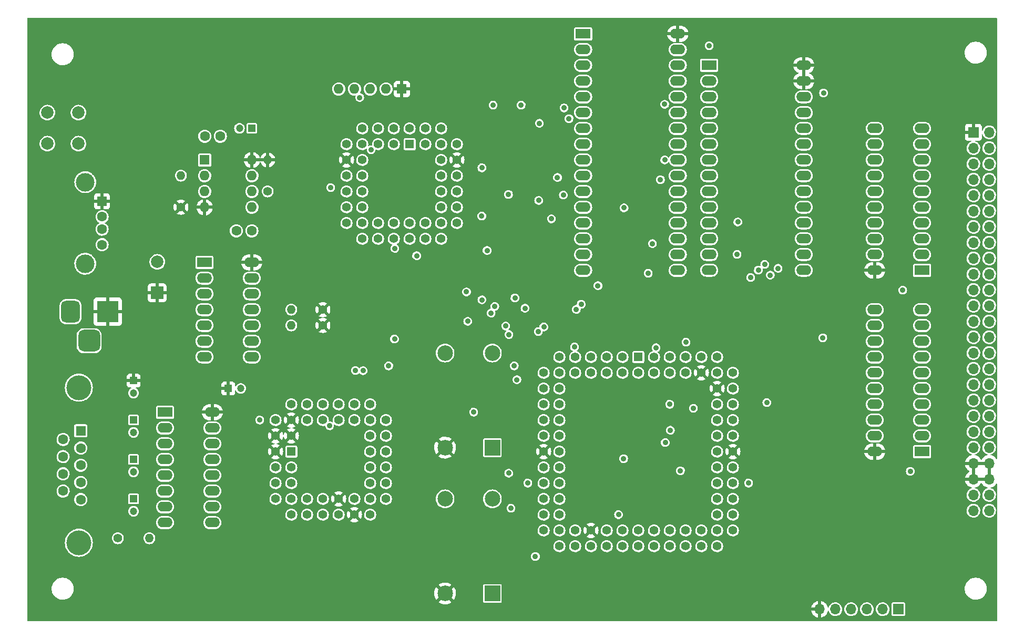
<source format=gbr>
%TF.GenerationSoftware,KiCad,Pcbnew,6.0.5-a6ca702e91~116~ubuntu20.04.1*%
%TF.CreationDate,2022-05-16T22:00:55+02:00*%
%TF.ProjectId,cpu_mem_cpld,6370755f-6d65-46d5-9f63-706c642e6b69,rev?*%
%TF.SameCoordinates,Original*%
%TF.FileFunction,Copper,L3,Inr*%
%TF.FilePolarity,Positive*%
%FSLAX46Y46*%
G04 Gerber Fmt 4.6, Leading zero omitted, Abs format (unit mm)*
G04 Created by KiCad (PCBNEW 6.0.5-a6ca702e91~116~ubuntu20.04.1) date 2022-05-16 22:00:55*
%MOMM*%
%LPD*%
G01*
G04 APERTURE LIST*
G04 Aperture macros list*
%AMRoundRect*
0 Rectangle with rounded corners*
0 $1 Rounding radius*
0 $2 $3 $4 $5 $6 $7 $8 $9 X,Y pos of 4 corners*
0 Add a 4 corners polygon primitive as box body*
4,1,4,$2,$3,$4,$5,$6,$7,$8,$9,$2,$3,0*
0 Add four circle primitives for the rounded corners*
1,1,$1+$1,$2,$3*
1,1,$1+$1,$4,$5*
1,1,$1+$1,$6,$7*
1,1,$1+$1,$8,$9*
0 Add four rect primitives between the rounded corners*
20,1,$1+$1,$2,$3,$4,$5,0*
20,1,$1+$1,$4,$5,$6,$7,0*
20,1,$1+$1,$6,$7,$8,$9,0*
20,1,$1+$1,$8,$9,$2,$3,0*%
G04 Aperture macros list end*
%TA.AperFunction,ComponentPad*%
%ADD10R,1.700000X1.700000*%
%TD*%
%TA.AperFunction,ComponentPad*%
%ADD11O,1.700000X1.700000*%
%TD*%
%TA.AperFunction,ComponentPad*%
%ADD12C,1.400000*%
%TD*%
%TA.AperFunction,ComponentPad*%
%ADD13O,1.400000X1.400000*%
%TD*%
%TA.AperFunction,ComponentPad*%
%ADD14R,1.200000X1.200000*%
%TD*%
%TA.AperFunction,ComponentPad*%
%ADD15C,1.200000*%
%TD*%
%TA.AperFunction,ComponentPad*%
%ADD16R,1.600000X1.600000*%
%TD*%
%TA.AperFunction,ComponentPad*%
%ADD17O,1.600000X1.600000*%
%TD*%
%TA.AperFunction,ComponentPad*%
%ADD18R,1.422400X1.422400*%
%TD*%
%TA.AperFunction,ComponentPad*%
%ADD19C,1.422400*%
%TD*%
%TA.AperFunction,ComponentPad*%
%ADD20R,2.400000X1.600000*%
%TD*%
%TA.AperFunction,ComponentPad*%
%ADD21O,2.400000X1.600000*%
%TD*%
%TA.AperFunction,ComponentPad*%
%ADD22C,2.000000*%
%TD*%
%TA.AperFunction,ComponentPad*%
%ADD23R,2.500000X2.500000*%
%TD*%
%TA.AperFunction,ComponentPad*%
%ADD24C,2.500000*%
%TD*%
%TA.AperFunction,ComponentPad*%
%ADD25R,3.500000X3.500000*%
%TD*%
%TA.AperFunction,ComponentPad*%
%ADD26RoundRect,0.750000X-0.750000X-1.000000X0.750000X-1.000000X0.750000X1.000000X-0.750000X1.000000X0*%
%TD*%
%TA.AperFunction,ComponentPad*%
%ADD27RoundRect,0.875000X-0.875000X-0.875000X0.875000X-0.875000X0.875000X0.875000X-0.875000X0.875000X0*%
%TD*%
%TA.AperFunction,ComponentPad*%
%ADD28C,1.600000*%
%TD*%
%TA.AperFunction,ComponentPad*%
%ADD29R,1.500000X1.600000*%
%TD*%
%TA.AperFunction,ComponentPad*%
%ADD30C,3.000000*%
%TD*%
%TA.AperFunction,ComponentPad*%
%ADD31C,4.000000*%
%TD*%
%TA.AperFunction,ComponentPad*%
%ADD32R,2.000000X2.000000*%
%TD*%
%TA.AperFunction,ViaPad*%
%ADD33C,0.889000*%
%TD*%
G04 APERTURE END LIST*
D10*
%TO.N,VCC*%
%TO.C,P5*%
X215265000Y-65405000D03*
D11*
%TO.N,/~{RESET}*%
X217805000Y-65405000D03*
%TO.N,/~{NMI}*%
X215265000Y-67945000D03*
%TO.N,/~{IRQ}*%
X217805000Y-67945000D03*
%TO.N,unconnected-(P5-Pad5)*%
X215265000Y-70485000D03*
%TO.N,/Connector/D7*%
X217805000Y-70485000D03*
%TO.N,/Connector/D6*%
X215265000Y-73025000D03*
%TO.N,/Connector/D5*%
X217805000Y-73025000D03*
%TO.N,/Connector/D4*%
X215265000Y-75565000D03*
%TO.N,/Connector/D3*%
X217805000Y-75565000D03*
%TO.N,/Connector/D2*%
X215265000Y-78105000D03*
%TO.N,/Connector/D1*%
X217805000Y-78105000D03*
%TO.N,/Connector/D0*%
X215265000Y-80645000D03*
%TO.N,unconnected-(P5-Pad14)*%
X217805000Y-80645000D03*
%TO.N,/Connector/R~{W}*%
X215265000Y-83185000D03*
%TO.N,unconnected-(P5-Pad16)*%
X217805000Y-83185000D03*
%TO.N,/CPU_RDY*%
X215265000Y-85725000D03*
%TO.N,unconnected-(P5-Pad18)*%
X217805000Y-85725000D03*
%TO.N,unconnected-(P5-Pad19)*%
X215265000Y-88265000D03*
%TO.N,unconnected-(P5-Pad20)*%
X217805000Y-88265000D03*
%TO.N,/~{CS_OPL}*%
X215265000Y-90805000D03*
%TO.N,/~{CS_VIA}*%
X217805000Y-90805000D03*
%TO.N,/~{CS_UART2}*%
X215265000Y-93345000D03*
%TO.N,/~{CSR_VDP}*%
X217805000Y-93345000D03*
%TO.N,GND*%
X215265000Y-95885000D03*
X217805000Y-95885000D03*
%TO.N,/Connector/A3*%
X215265000Y-98425000D03*
%TO.N,/Connector/A2*%
X217805000Y-98425000D03*
%TO.N,/Connector/A1*%
X215265000Y-100965000D03*
%TO.N,/Connector/A0*%
X217805000Y-100965000D03*
%TO.N,GND*%
X215265000Y-103505000D03*
X217805000Y-103505000D03*
%TO.N,/Connector/~{OE}*%
X215265000Y-106045000D03*
%TO.N,/Connector/~{WE}*%
X217805000Y-106045000D03*
%TO.N,GND*%
X215265000Y-108585000D03*
%TO.N,/Connector/PHI2*%
X217805000Y-108585000D03*
%TO.N,GND*%
X215265000Y-111125000D03*
%TO.N,/RESET_TRIG*%
X217805000Y-111125000D03*
%TO.N,unconnected-(P5-Pad39)*%
X215265000Y-113665000D03*
%TO.N,unconnected-(P5-Pad40)*%
X217805000Y-113665000D03*
%TO.N,unconnected-(P5-Pad41)*%
X215265000Y-116205000D03*
%TO.N,unconnected-(P5-Pad42)*%
X217805000Y-116205000D03*
%TO.N,VCC*%
X215265000Y-118745000D03*
X217805000Y-118745000D03*
X215265000Y-121285000D03*
X217805000Y-121285000D03*
%TO.N,GND*%
X215265000Y-123825000D03*
X217805000Y-123825000D03*
X215265000Y-126365000D03*
X217805000Y-126365000D03*
%TD*%
D12*
%TO.N,VCC*%
%TO.C,R2*%
X110490000Y-96520000D03*
D13*
%TO.N,/~{RESET}*%
X105410000Y-96520000D03*
%TD*%
D12*
%TO.N,VCC*%
%TO.C,R5*%
X87630000Y-77470000D03*
D13*
%TO.N,/RESET_TRIG*%
X87630000Y-72390000D03*
%TD*%
D14*
%TO.N,VCC*%
%TO.C,C25*%
X80010000Y-105410000D03*
D15*
%TO.N,Net-(C25-Pad2)*%
X80010000Y-107410000D03*
%TD*%
D16*
%TO.N,GND*%
%TO.C,U6*%
X91450000Y-69860000D03*
D17*
%TO.N,/RESET_TRIG*%
X91450000Y-72400000D03*
%TO.N,Net-(U5-Pad5)*%
X91450000Y-74940000D03*
%TO.N,VCC*%
X91450000Y-77480000D03*
%TO.N,Net-(C3-Pad1)*%
X99070000Y-77480000D03*
%TO.N,Net-(C4-Pad1)*%
X99070000Y-74940000D03*
X99070000Y-72400000D03*
%TO.N,VCC*%
X99070000Y-69860000D03*
%TD*%
D18*
%TO.N,unconnected-(U11-Pad1)*%
%TO.C,U11*%
X105410000Y-116840000D03*
D19*
%TO.N,/D0*%
X102870000Y-119380000D03*
%TO.N,/D1*%
X105410000Y-119380000D03*
%TO.N,/D2*%
X102870000Y-121920000D03*
%TO.N,/D3*%
X105410000Y-121920000D03*
%TO.N,/D4*%
X102870000Y-124460000D03*
%TO.N,/D5*%
X105410000Y-127000000D03*
%TO.N,/D6*%
X105410000Y-124460000D03*
%TO.N,/D7*%
X107950000Y-127000000D03*
%TO.N,Net-(U11-Pad10)*%
X107950000Y-124460000D03*
%TO.N,Net-(U11-Pad11)*%
X110490000Y-127000000D03*
%TO.N,unconnected-(U11-Pad12)*%
X110490000Y-124460000D03*
%TO.N,Net-(U11-Pad13)*%
X113030000Y-127000000D03*
%TO.N,VCC*%
X113030000Y-124460000D03*
X115570000Y-127000000D03*
%TO.N,/~{CS_UART}*%
X115570000Y-124460000D03*
%TO.N,Net-(U11-Pad10)*%
X118110000Y-127000000D03*
%TO.N,Net-(U11-Pad18)*%
X120650000Y-124460000D03*
%TO.N,unconnected-(U11-Pad19)*%
X118110000Y-124460000D03*
%TO.N,/~{WE}*%
X120650000Y-121920000D03*
%TO.N,GND*%
X118110000Y-121920000D03*
X120650000Y-119380000D03*
%TO.N,unconnected-(U11-Pad23)*%
X118110000Y-119380000D03*
%TO.N,/~{OE}*%
X120650000Y-116840000D03*
%TO.N,GND*%
X118110000Y-116840000D03*
%TO.N,unconnected-(U11-Pad26)*%
X120650000Y-114300000D03*
%TO.N,unconnected-(U11-Pad27)*%
X118110000Y-114300000D03*
%TO.N,GND*%
X120650000Y-111760000D03*
%TO.N,/CPU_A2*%
X118110000Y-109220000D03*
%TO.N,/CPU_A1*%
X118110000Y-111760000D03*
%TO.N,/CPU_A0*%
X115570000Y-109220000D03*
%TO.N,unconnected-(U11-Pad32)*%
X115570000Y-111760000D03*
%TO.N,Net-(U11-Pad33)*%
X113030000Y-109220000D03*
%TO.N,unconnected-(U11-Pad34)*%
X113030000Y-111760000D03*
%TO.N,unconnected-(U11-Pad35)*%
X110490000Y-109220000D03*
%TO.N,Net-(U11-Pad36)*%
X110490000Y-111760000D03*
%TO.N,unconnected-(U11-Pad37)*%
X107950000Y-109220000D03*
%TO.N,unconnected-(U11-Pad38)*%
X107950000Y-111760000D03*
%TO.N,Net-(R1-Pad2)*%
X105410000Y-109220000D03*
%TO.N,Net-(U11-Pad40)*%
X102870000Y-111760000D03*
%TO.N,VCC*%
X105410000Y-111760000D03*
X102870000Y-114300000D03*
X105410000Y-114300000D03*
X102870000Y-116840000D03*
%TD*%
D10*
%TO.N,/TMS*%
%TO.C,JTAG*%
X203200000Y-142240000D03*
D11*
%TO.N,/TDI*%
X200660000Y-142240000D03*
%TO.N,/TDO*%
X198120000Y-142240000D03*
%TO.N,/TCK*%
X195580000Y-142240000D03*
%TO.N,GND*%
X193040000Y-142240000D03*
%TO.N,VCC*%
X190500000Y-142240000D03*
%TD*%
D14*
%TO.N,Net-(C4-Pad1)*%
%TO.C,C4*%
X99060000Y-64770000D03*
D15*
%TO.N,GND*%
X97060000Y-64770000D03*
%TD*%
D20*
%TO.N,/CPU_RW*%
%TO.C,U10*%
X207010000Y-87630000D03*
D21*
%TO.N,/Connector/D0*%
X207010000Y-85090000D03*
%TO.N,/Connector/D1*%
X207010000Y-82550000D03*
%TO.N,/Connector/D2*%
X207010000Y-80010000D03*
%TO.N,/Connector/D3*%
X207010000Y-77470000D03*
%TO.N,/Connector/D4*%
X207010000Y-74930000D03*
%TO.N,/Connector/D5*%
X207010000Y-72390000D03*
%TO.N,/Connector/D6*%
X207010000Y-69850000D03*
%TO.N,/Connector/D7*%
X207010000Y-67310000D03*
%TO.N,GND*%
X207010000Y-64770000D03*
%TO.N,/D7*%
X199390000Y-64770000D03*
%TO.N,/D6*%
X199390000Y-67310000D03*
%TO.N,/D5*%
X199390000Y-69850000D03*
%TO.N,/D4*%
X199390000Y-72390000D03*
%TO.N,/D3*%
X199390000Y-74930000D03*
%TO.N,/D2*%
X199390000Y-77470000D03*
%TO.N,/D1*%
X199390000Y-80010000D03*
%TO.N,/D0*%
X199390000Y-82550000D03*
%TO.N,GND*%
X199390000Y-85090000D03*
%TO.N,VCC*%
X199390000Y-87630000D03*
%TD*%
D22*
%TO.N,/RESET_TRIG*%
%TO.C,RESET*%
X71120000Y-62230000D03*
%TO.N,GND*%
X71120000Y-67230000D03*
%TO.N,/RESET_TRIG*%
X66120000Y-62230000D03*
%TO.N,GND*%
X66120000Y-67230000D03*
%TD*%
D23*
%TO.N,unconnected-(X2-Pad1)*%
%TO.C,X2*%
X137795000Y-139700000D03*
D24*
%TO.N,GND*%
X137795000Y-124460000D03*
%TO.N,Net-(U11-Pad18)*%
X130175000Y-124460000D03*
%TO.N,VCC*%
X130175000Y-139700000D03*
%TD*%
D20*
%TO.N,GND*%
%TO.C,U9*%
X207010000Y-116840000D03*
D21*
%TO.N,/Connector/~{OE}*%
X207010000Y-114300000D03*
%TO.N,/Connector/~{WE}*%
X207010000Y-111760000D03*
%TO.N,/Connector/R~{W}*%
X207010000Y-109220000D03*
%TO.N,/Connector/PHI2*%
X207010000Y-106680000D03*
%TO.N,/Connector/A0*%
X207010000Y-104140000D03*
%TO.N,/Connector/A1*%
X207010000Y-101600000D03*
%TO.N,/Connector/A2*%
X207010000Y-99060000D03*
%TO.N,/Connector/A3*%
X207010000Y-96520000D03*
%TO.N,GND*%
X207010000Y-93980000D03*
%TO.N,/CPU_A3*%
X199390000Y-93980000D03*
%TO.N,/CPU_A2*%
X199390000Y-96520000D03*
%TO.N,/CPU_A1*%
X199390000Y-99060000D03*
%TO.N,/CPU_A0*%
X199390000Y-101600000D03*
%TO.N,/PHI2*%
X199390000Y-104140000D03*
%TO.N,/CPU_R~{W}*%
X199390000Y-106680000D03*
%TO.N,/~{WE}*%
X199390000Y-109220000D03*
%TO.N,/~{OE}*%
X199390000Y-111760000D03*
%TO.N,GND*%
X199390000Y-114300000D03*
%TO.N,VCC*%
X199390000Y-116840000D03*
%TD*%
D25*
%TO.N,VCC*%
%TO.C,5V*%
X75850000Y-94292500D03*
D26*
%TO.N,GND*%
X69850000Y-94292500D03*
D27*
%TO.N,N/C*%
X72850000Y-98992500D03*
%TD*%
D18*
%TO.N,/D0*%
%TO.C,U2*%
X161290000Y-101600000D03*
D19*
%TO.N,/D1*%
X161290000Y-104140000D03*
%TO.N,/CPU_A15*%
X158750000Y-101600000D03*
%TO.N,unconnected-(U2-Pad4)*%
X158750000Y-104140000D03*
%TO.N,/EXT_A14*%
X156210000Y-101600000D03*
%TO.N,unconnected-(U2-Pad6)*%
X156210000Y-104140000D03*
%TO.N,unconnected-(U2-Pad7)*%
X153670000Y-101600000D03*
%TO.N,GND*%
X153670000Y-104140000D03*
%TO.N,/CLKIN*%
X151130000Y-101600000D03*
%TO.N,unconnected-(U2-Pad10)*%
X151130000Y-104140000D03*
%TO.N,unconnected-(U2-Pad11)*%
X148590000Y-101600000D03*
%TO.N,unconnected-(U2-Pad12)*%
X146050000Y-104140000D03*
%TO.N,/CPU_A14*%
X148590000Y-104140000D03*
%TO.N,/CPU_RDY*%
X146050000Y-106680000D03*
%TO.N,/CPU_A1*%
X148590000Y-106680000D03*
%TO.N,GND*%
X146050000Y-109220000D03*
%TO.N,/CPU_A8*%
X148590000Y-109220000D03*
%TO.N,/EXT_A15*%
X146050000Y-111760000D03*
%TO.N,/PHI2*%
X148590000Y-111760000D03*
%TO.N,unconnected-(U2-Pad20)*%
X146050000Y-114300000D03*
%TO.N,unconnected-(U2-Pad21)*%
X148590000Y-114300000D03*
%TO.N,VCC*%
X146050000Y-116840000D03*
%TO.N,/D6*%
X148590000Y-116840000D03*
%TO.N,unconnected-(U2-Pad24)*%
X146050000Y-119380000D03*
%TO.N,/~{CS_RAM}*%
X148590000Y-119380000D03*
%TO.N,/~{CS_UART}*%
X146050000Y-121920000D03*
%TO.N,GND*%
X148590000Y-121920000D03*
%TO.N,/TDI*%
X146050000Y-124460000D03*
%TO.N,/TMS*%
X148590000Y-124460000D03*
%TO.N,/TCK*%
X146050000Y-127000000D03*
%TO.N,/~{CS_ROM}*%
X148590000Y-127000000D03*
%TO.N,unconnected-(U2-Pad32)*%
X146050000Y-129540000D03*
%TO.N,/~{CS_VDP}*%
X148590000Y-132080000D03*
%TO.N,unconnected-(U2-Pad34)*%
X148590000Y-129540000D03*
%TO.N,/~{CS_OPL}*%
X151130000Y-132080000D03*
%TO.N,unconnected-(U2-Pad36)*%
X151130000Y-129540000D03*
%TO.N,/~{OE}*%
X153670000Y-132080000D03*
%TO.N,VCC*%
X153670000Y-129540000D03*
%TO.N,/~{WE}*%
X156210000Y-132080000D03*
%TO.N,unconnected-(U2-Pad40)*%
X156210000Y-129540000D03*
%TO.N,unconnected-(U2-Pad41)*%
X158750000Y-132080000D03*
%TO.N,GND*%
X158750000Y-129540000D03*
%TO.N,/~{CS_VIA}*%
X161290000Y-132080000D03*
%TO.N,/CPU_A9*%
X161290000Y-129540000D03*
%TO.N,unconnected-(U2-Pad45)*%
X163830000Y-132080000D03*
%TO.N,/D2*%
X163830000Y-129540000D03*
%TO.N,/EXT_A16*%
X166370000Y-132080000D03*
%TO.N,/CPU_A4*%
X166370000Y-129540000D03*
%TO.N,GND*%
X168910000Y-132080000D03*
%TO.N,unconnected-(U2-Pad50)*%
X168910000Y-129540000D03*
%TO.N,unconnected-(U2-Pad51)*%
X171450000Y-132080000D03*
%TO.N,/EXT_A17*%
X171450000Y-129540000D03*
%TO.N,/CPU_A6*%
X173990000Y-132080000D03*
%TO.N,unconnected-(U2-Pad54)*%
X176530000Y-129540000D03*
%TO.N,unconnected-(U2-Pad55)*%
X173990000Y-129540000D03*
%TO.N,/CPU_A12*%
X176530000Y-127000000D03*
%TO.N,unconnected-(U2-Pad57)*%
X173990000Y-127000000D03*
%TO.N,unconnected-(U2-Pad58)*%
X176530000Y-124460000D03*
%TO.N,/TDO*%
X173990000Y-124460000D03*
%TO.N,GND*%
X176530000Y-121920000D03*
%TO.N,/EXT_A18*%
X173990000Y-121920000D03*
%TO.N,unconnected-(U2-Pad62)*%
X176530000Y-119380000D03*
%TO.N,unconnected-(U2-Pad63)*%
X173990000Y-119380000D03*
%TO.N,VCC*%
X176530000Y-116840000D03*
%TO.N,/CPU_A10*%
X173990000Y-116840000D03*
%TO.N,/CPU_A11*%
X176530000Y-114300000D03*
%TO.N,unconnected-(U2-Pad67)*%
X173990000Y-114300000D03*
%TO.N,/D4*%
X176530000Y-111760000D03*
%TO.N,unconnected-(U2-Pad69)*%
X173990000Y-111760000D03*
%TO.N,/CPU_A5*%
X176530000Y-109220000D03*
%TO.N,/CPU_R~{W}*%
X173990000Y-109220000D03*
%TO.N,/D3*%
X176530000Y-106680000D03*
%TO.N,VCC*%
X173990000Y-106680000D03*
%TO.N,/~{RESET}*%
X176530000Y-104140000D03*
%TO.N,unconnected-(U2-Pad75)*%
X173990000Y-101600000D03*
%TO.N,unconnected-(U2-Pad76)*%
X173990000Y-104140000D03*
%TO.N,unconnected-(U2-Pad77)*%
X171450000Y-101600000D03*
%TO.N,VCC*%
X171450000Y-104140000D03*
%TO.N,/D7*%
X168910000Y-101600000D03*
%TO.N,unconnected-(U2-Pad80)*%
X168910000Y-104140000D03*
%TO.N,/CPU_A0*%
X166370000Y-101600000D03*
%TO.N,/D5*%
X166370000Y-104140000D03*
%TO.N,/CPU_A7*%
X163830000Y-101600000D03*
%TO.N,/CPU_A13*%
X163830000Y-104140000D03*
%TD*%
D23*
%TO.N,unconnected-(X1-Pad1)*%
%TO.C,X1*%
X137795000Y-116205000D03*
D24*
%TO.N,GND*%
X137795000Y-100965000D03*
%TO.N,/CLKIN*%
X130175000Y-100965000D03*
%TO.N,VCC*%
X130175000Y-116205000D03*
%TD*%
D28*
%TO.N,/RESET_TRIG*%
%TO.C,C2*%
X93980000Y-66040000D03*
%TO.N,GND*%
X91480000Y-66040000D03*
%TD*%
D20*
%TO.N,/EXT_A14*%
%TO.C,U3*%
X172715000Y-54595000D03*
D21*
%TO.N,/CPU_A12*%
X172715000Y-57135000D03*
%TO.N,/CPU_A7*%
X172715000Y-59675000D03*
%TO.N,/CPU_A6*%
X172715000Y-62215000D03*
%TO.N,/CPU_A5*%
X172715000Y-64755000D03*
%TO.N,/CPU_A4*%
X172715000Y-67295000D03*
%TO.N,/CPU_A3*%
X172715000Y-69835000D03*
%TO.N,/CPU_A2*%
X172715000Y-72375000D03*
%TO.N,/CPU_A1*%
X172715000Y-74915000D03*
%TO.N,/CPU_A0*%
X172715000Y-77455000D03*
%TO.N,/D0*%
X172715000Y-79995000D03*
%TO.N,/D1*%
X172715000Y-82535000D03*
%TO.N,/D2*%
X172715000Y-85075000D03*
%TO.N,GND*%
X172715000Y-87615000D03*
%TO.N,/D3*%
X187955000Y-87615000D03*
%TO.N,/D4*%
X187955000Y-85075000D03*
%TO.N,/D5*%
X187955000Y-82535000D03*
%TO.N,/D6*%
X187955000Y-79995000D03*
%TO.N,/D7*%
X187955000Y-77455000D03*
%TO.N,/~{CS_ROM}*%
X187955000Y-74915000D03*
%TO.N,/CPU_A10*%
X187955000Y-72375000D03*
%TO.N,/~{OE}*%
X187955000Y-69835000D03*
%TO.N,/CPU_A11*%
X187955000Y-67295000D03*
%TO.N,/CPU_A9*%
X187955000Y-64755000D03*
%TO.N,/CPU_A8*%
X187955000Y-62215000D03*
%TO.N,/CPU_A13*%
X187955000Y-59675000D03*
%TO.N,VCC*%
X187955000Y-57135000D03*
X187955000Y-54595000D03*
%TD*%
D20*
%TO.N,/EXT_A18*%
%TO.C,U4*%
X152420000Y-49530000D03*
D21*
%TO.N,/EXT_A16*%
X152420000Y-52070000D03*
%TO.N,/EXT_A14*%
X152420000Y-54610000D03*
%TO.N,/CPU_A12*%
X152420000Y-57150000D03*
%TO.N,/CPU_A7*%
X152420000Y-59690000D03*
%TO.N,/CPU_A6*%
X152420000Y-62230000D03*
%TO.N,/CPU_A5*%
X152420000Y-64770000D03*
%TO.N,/CPU_A4*%
X152420000Y-67310000D03*
%TO.N,/CPU_A3*%
X152420000Y-69850000D03*
%TO.N,/CPU_A2*%
X152420000Y-72390000D03*
%TO.N,/CPU_A1*%
X152420000Y-74930000D03*
%TO.N,/CPU_A0*%
X152420000Y-77470000D03*
%TO.N,/D0*%
X152420000Y-80010000D03*
%TO.N,/D1*%
X152420000Y-82550000D03*
%TO.N,/D2*%
X152420000Y-85090000D03*
%TO.N,GND*%
X152420000Y-87630000D03*
%TO.N,/D3*%
X167660000Y-87630000D03*
%TO.N,/D4*%
X167660000Y-85090000D03*
%TO.N,/D5*%
X167660000Y-82550000D03*
%TO.N,/D6*%
X167660000Y-80010000D03*
%TO.N,/D7*%
X167660000Y-77470000D03*
%TO.N,/~{CS_RAM}*%
X167660000Y-74930000D03*
%TO.N,/CPU_A10*%
X167660000Y-72390000D03*
%TO.N,/~{OE}*%
X167660000Y-69850000D03*
%TO.N,/CPU_A11*%
X167660000Y-67310000D03*
%TO.N,/CPU_A9*%
X167660000Y-64770000D03*
%TO.N,/CPU_A8*%
X167660000Y-62230000D03*
%TO.N,/CPU_A13*%
X167660000Y-59690000D03*
%TO.N,/~{WE}*%
X167660000Y-57150000D03*
%TO.N,/EXT_A17*%
X167660000Y-54610000D03*
%TO.N,/EXT_A15*%
X167660000Y-52070000D03*
%TO.N,VCC*%
X167660000Y-49530000D03*
%TD*%
D12*
%TO.N,Net-(C4-Pad1)*%
%TO.C,R6*%
X101600000Y-74930000D03*
D13*
%TO.N,VCC*%
X101600000Y-69850000D03*
%TD*%
D14*
%TO.N,Net-(C21-Pad1)*%
%TO.C,C21*%
X80010000Y-118110000D03*
D15*
%TO.N,Net-(C21-Pad2)*%
X80010000Y-120110000D03*
%TD*%
D20*
%TO.N,Net-(U11-Pad33)*%
%TO.C,U5*%
X91425000Y-86355000D03*
D21*
%TO.N,/~{IRQ}*%
X91425000Y-88895000D03*
%TO.N,/~{RESET}*%
X91425000Y-91435000D03*
%TO.N,Net-(R1-Pad2)*%
X91425000Y-93975000D03*
%TO.N,Net-(U5-Pad5)*%
X91425000Y-96515000D03*
%TO.N,/~{RESET}*%
X91425000Y-99055000D03*
%TO.N,GND*%
X91425000Y-101595000D03*
%TO.N,unconnected-(U5-Pad8)*%
X99045000Y-101595000D03*
%TO.N,GND*%
X99045000Y-99055000D03*
%TO.N,unconnected-(U5-Pad10)*%
X99045000Y-96515000D03*
%TO.N,GND*%
X99045000Y-93975000D03*
%TO.N,unconnected-(U5-Pad12)*%
X99045000Y-91435000D03*
%TO.N,GND*%
X99045000Y-88895000D03*
%TO.N,VCC*%
X99045000Y-86355000D03*
%TD*%
D29*
%TO.N,VCC*%
%TO.C,J1*%
X74930000Y-76510000D03*
D28*
%TO.N,unconnected-(J1-Pad2)*%
X74930000Y-79010000D03*
%TO.N,unconnected-(J1-Pad3)*%
X74930000Y-81010000D03*
%TO.N,GND*%
X74930000Y-83510000D03*
D30*
%TO.N,unconnected-(J1-Pad5)*%
X72220000Y-86580000D03*
X72220000Y-73440000D03*
%TD*%
D14*
%TO.N,Net-(C20-Pad1)*%
%TO.C,C20*%
X80010000Y-111760000D03*
D15*
%TO.N,Net-(C20-Pad2)*%
X80010000Y-113760000D03*
%TD*%
D14*
%TO.N,VCC*%
%TO.C,C17*%
X95250000Y-106680000D03*
D15*
%TO.N,GND*%
X97250000Y-106680000D03*
%TD*%
D28*
%TO.N,Net-(C3-Pad1)*%
%TO.C,C3*%
X99060000Y-81280000D03*
%TO.N,GND*%
X96560000Y-81280000D03*
%TD*%
D16*
%TO.N,VCC*%
%TO.C,RN1*%
X123210000Y-58420000D03*
D17*
%TO.N,/~{BE}*%
X120670000Y-58420000D03*
%TO.N,/CPU_RDY*%
X118130000Y-58420000D03*
%TO.N,/~{IRQ}*%
X115590000Y-58420000D03*
%TO.N,/~{NMI}*%
X113050000Y-58420000D03*
%TD*%
D12*
%TO.N,Net-(J3-Pad4)*%
%TO.C,R3*%
X77470000Y-130810000D03*
D13*
%TO.N,Net-(C25-Pad2)*%
X82550000Y-130810000D03*
%TD*%
D20*
%TO.N,Net-(C20-Pad1)*%
%TO.C,U13*%
X85075000Y-110505000D03*
D21*
%TO.N,Net-(C25-Pad2)*%
X85075000Y-113045000D03*
%TO.N,Net-(C20-Pad2)*%
X85075000Y-115585000D03*
%TO.N,Net-(C21-Pad1)*%
X85075000Y-118125000D03*
%TO.N,Net-(C21-Pad2)*%
X85075000Y-120665000D03*
%TO.N,Net-(C23-Pad2)*%
X85075000Y-123205000D03*
%TO.N,Net-(J3-Pad3)*%
X85075000Y-125745000D03*
%TO.N,Net-(J3-Pad2)*%
X85075000Y-128285000D03*
%TO.N,Net-(U11-Pad11)*%
X92695000Y-128285000D03*
%TO.N,Net-(U11-Pad13)*%
X92695000Y-125745000D03*
%TO.N,Net-(U11-Pad36)*%
X92695000Y-123205000D03*
%TO.N,Net-(U11-Pad40)*%
X92695000Y-120665000D03*
%TO.N,Net-(J3-Pad8)*%
X92695000Y-118125000D03*
%TO.N,Net-(J3-Pad7)*%
X92695000Y-115585000D03*
%TO.N,GND*%
X92695000Y-113045000D03*
%TO.N,VCC*%
X92695000Y-110505000D03*
%TD*%
D31*
%TO.N,N/C*%
%TO.C,SERIAL*%
X71194000Y-131540300D03*
X71194000Y-106540300D03*
D16*
%TO.N,unconnected-(J3-Pad1)*%
X71494000Y-113500300D03*
D28*
%TO.N,Net-(J3-Pad2)*%
X71494000Y-116270300D03*
%TO.N,Net-(J3-Pad3)*%
X71494000Y-119040300D03*
%TO.N,Net-(J3-Pad4)*%
X71494000Y-121810300D03*
%TO.N,GND*%
X71494000Y-124580300D03*
%TO.N,unconnected-(J3-Pad6)*%
X68654000Y-114885300D03*
%TO.N,Net-(J3-Pad7)*%
X68654000Y-117655300D03*
%TO.N,Net-(J3-Pad8)*%
X68654000Y-120425300D03*
%TO.N,unconnected-(J3-Pad9)*%
X68654000Y-123195300D03*
%TD*%
D14*
%TO.N,GND*%
%TO.C,C23*%
X80010000Y-124460000D03*
D15*
%TO.N,Net-(C23-Pad2)*%
X80010000Y-126460000D03*
%TD*%
D18*
%TO.N,GND*%
%TO.C,U1*%
X124460000Y-67310000D03*
D19*
%TO.N,unconnected-(U1-Pad2)*%
X121920000Y-64770000D03*
%TO.N,/CPU_RDY*%
X121920000Y-67310000D03*
%TO.N,unconnected-(U1-Pad4)*%
X119380000Y-64770000D03*
%TO.N,/~{IRQ}*%
X119380000Y-67310000D03*
%TO.N,unconnected-(U1-Pad6)*%
X116840000Y-64770000D03*
%TO.N,/~{NMI}*%
X114300000Y-67310000D03*
%TO.N,unconnected-(U1-Pad8)*%
X116840000Y-67310000D03*
%TO.N,VCC*%
X114300000Y-69850000D03*
%TO.N,/CPU_A0*%
X116840000Y-69850000D03*
%TO.N,/CPU_A1*%
X114300000Y-72390000D03*
%TO.N,unconnected-(U1-Pad12)*%
X116840000Y-72390000D03*
%TO.N,/CPU_A2*%
X114300000Y-74930000D03*
%TO.N,/CPU_A3*%
X116840000Y-74930000D03*
%TO.N,/CPU_A4*%
X114300000Y-77470000D03*
%TO.N,/CPU_A5*%
X116840000Y-77470000D03*
%TO.N,/CPU_A6*%
X114300000Y-80010000D03*
%TO.N,/CPU_A7*%
X116840000Y-82550000D03*
%TO.N,/CPU_A8*%
X116840000Y-80010000D03*
%TO.N,/CPU_A9*%
X119380000Y-82550000D03*
%TO.N,/CPU_A10*%
X119380000Y-80010000D03*
%TO.N,/CPU_A11*%
X121920000Y-82550000D03*
%TO.N,GND*%
X121920000Y-80010000D03*
X124460000Y-82550000D03*
%TO.N,/CPU_A12*%
X124460000Y-80010000D03*
%TO.N,/CPU_A13*%
X127000000Y-82550000D03*
%TO.N,/CPU_A14*%
X127000000Y-80010000D03*
%TO.N,/CPU_A15*%
X129540000Y-82550000D03*
%TO.N,/D7*%
X132080000Y-80010000D03*
%TO.N,/D6*%
X129540000Y-80010000D03*
%TO.N,/D5*%
X132080000Y-77470000D03*
%TO.N,/D4*%
X129540000Y-77470000D03*
%TO.N,/D3*%
X132080000Y-74930000D03*
%TO.N,/D2*%
X129540000Y-74930000D03*
%TO.N,/D1*%
X132080000Y-72390000D03*
%TO.N,/D0*%
X129540000Y-72390000D03*
%TO.N,VCC*%
X132080000Y-69850000D03*
%TO.N,/CPU_R~{W}*%
X129540000Y-69850000D03*
%TO.N,unconnected-(U1-Pad39)*%
X132080000Y-67310000D03*
%TO.N,/~{BE}*%
X129540000Y-64770000D03*
%TO.N,/PHI2*%
X129540000Y-67310000D03*
%TO.N,unconnected-(U1-Pad42)*%
X127000000Y-64770000D03*
%TO.N,unconnected-(U1-Pad43)*%
X127000000Y-67310000D03*
%TO.N,/~{RESET}*%
X124460000Y-64770000D03*
%TD*%
D12*
%TO.N,VCC*%
%TO.C,R1*%
X110490000Y-93980000D03*
D13*
%TO.N,Net-(R1-Pad2)*%
X105410000Y-93980000D03*
%TD*%
D32*
%TO.N,VCC*%
%TO.C,C16*%
X83820000Y-91267700D03*
D22*
%TO.N,GND*%
X83820000Y-86267700D03*
%TD*%
D33*
%TO.N,GND*%
X111760000Y-74295000D03*
X179070000Y-121920000D03*
X172720000Y-51435000D03*
X158115000Y-127000000D03*
X205105000Y-120015000D03*
X166370000Y-109220000D03*
X191135000Y-59055000D03*
X143510000Y-121920000D03*
X203885800Y-90830400D03*
X100330000Y-111760000D03*
X170180000Y-109855000D03*
%TO.N,/~{RESET}*%
X116427000Y-59793100D03*
%TO.N,/CPU_RDY*%
X146082500Y-96768800D03*
X139953400Y-96613900D03*
%TO.N,/CPU_A0*%
X116980200Y-103806200D03*
%TO.N,/CPU_A1*%
X125596000Y-85293600D03*
X179387100Y-88784000D03*
%TO.N,/CPU_A2*%
X180630000Y-87585800D03*
%TO.N,/CPU_A3*%
X181660300Y-86684900D03*
X165561300Y-69850000D03*
%TO.N,/CPU_A4*%
X144722700Y-133745000D03*
X150139700Y-63200800D03*
%TO.N,/CPU_A5*%
X118261800Y-68200000D03*
%TO.N,/CPU_A8*%
X145358100Y-63942900D03*
X145253400Y-76374800D03*
%TO.N,/CPU_A9*%
X165548300Y-60889600D03*
X140795600Y-125973600D03*
%TO.N,/CPU_A10*%
X154800500Y-90114600D03*
X133822500Y-95854800D03*
X159010600Y-77569400D03*
X122077000Y-84109300D03*
X166463700Y-113403700D03*
%TO.N,/CPU_A11*%
X134782700Y-110490000D03*
X191022300Y-98522300D03*
X182568400Y-88413500D03*
%TO.N,/CPU_A12*%
X133632100Y-91118100D03*
X149221500Y-75517200D03*
%TO.N,/CPU_A13*%
X164857700Y-73037700D03*
%TO.N,/CPU_A14*%
X136089200Y-78898800D03*
%TO.N,/CPU_A15*%
X136936100Y-84440600D03*
X151024700Y-99982400D03*
%TO.N,/D7*%
X122035200Y-98700300D03*
X140461700Y-97983800D03*
X168988600Y-99219600D03*
%TO.N,/D6*%
X177328700Y-79857500D03*
X138192800Y-93453500D03*
%TO.N,/D5*%
X121100000Y-103036600D03*
X141316000Y-103036600D03*
%TO.N,/D4*%
X115740100Y-103766400D03*
X177208400Y-85075000D03*
%TO.N,/D3*%
X140395400Y-75409900D03*
X111582600Y-112686500D03*
X152103100Y-93107300D03*
X141754500Y-105258300D03*
%TO.N,/D2*%
X137588200Y-94520700D03*
X140418800Y-120325600D03*
%TO.N,/D1*%
X148280000Y-72670200D03*
X165641600Y-115393900D03*
%TO.N,/D0*%
X142435700Y-61024200D03*
X137910300Y-61024200D03*
X149348500Y-61470000D03*
%TO.N,/CPU_R~{W}*%
X136111700Y-71120000D03*
X151311800Y-93933100D03*
%TO.N,/~{CS_RAM}*%
X141428600Y-92091900D03*
%TO.N,/~{CS_ROM}*%
X143045900Y-93745100D03*
X163575900Y-83333800D03*
%TO.N,/EXT_A18*%
X168087200Y-119927300D03*
%TO.N,/EXT_A17*%
X181993900Y-108948400D03*
X164152400Y-100109500D03*
%TO.N,/EXT_A16*%
X147310600Y-79341600D03*
X136106600Y-92392700D03*
%TO.N,/EXT_A15*%
X162900700Y-88102300D03*
X145188500Y-97491900D03*
%TO.N,/~{OE}*%
X158942100Y-117983100D03*
X183811500Y-87320900D03*
%TD*%
%TA.AperFunction,Conductor*%
%TO.N,VCC*%
G36*
X219056548Y-47008452D02*
G01*
X219075000Y-47053000D01*
X219075000Y-117994503D01*
X219056548Y-118039051D01*
X219012000Y-118057503D01*
X218967452Y-118039051D01*
X218959104Y-118028723D01*
X218886021Y-117915754D01*
X218882878Y-117911672D01*
X218736071Y-117750334D01*
X218732294Y-117746811D01*
X218561106Y-117611616D01*
X218556821Y-117608769D01*
X218365848Y-117503346D01*
X218361144Y-117501232D01*
X218155525Y-117428418D01*
X218150538Y-117427101D01*
X218051530Y-117409465D01*
X218010909Y-117383486D01*
X218000554Y-117336393D01*
X218026533Y-117295772D01*
X218053538Y-117285093D01*
X218057641Y-117284498D01*
X218063945Y-117283584D01*
X218256165Y-117218334D01*
X218377918Y-117150149D01*
X218430755Y-117120559D01*
X218430756Y-117120558D01*
X218433276Y-117119147D01*
X218448959Y-117106104D01*
X218587123Y-116991193D01*
X218589345Y-116989345D01*
X218691021Y-116867094D01*
X218717301Y-116835496D01*
X218717303Y-116835493D01*
X218719147Y-116833276D01*
X218818334Y-116656165D01*
X218855793Y-116545815D01*
X218882657Y-116466676D01*
X218882657Y-116466675D01*
X218883584Y-116463945D01*
X218912712Y-116263053D01*
X218912761Y-116261198D01*
X218914184Y-116206851D01*
X218914184Y-116206843D01*
X218914232Y-116205000D01*
X218899719Y-116047054D01*
X218895922Y-116005731D01*
X218895922Y-116005730D01*
X218895658Y-116002859D01*
X218878127Y-115940699D01*
X218841341Y-115810265D01*
X218841339Y-115810260D01*
X218840557Y-115807487D01*
X218750776Y-115625428D01*
X218629320Y-115462779D01*
X218480258Y-115324987D01*
X218308581Y-115216667D01*
X218305903Y-115215599D01*
X218305900Y-115215597D01*
X218122721Y-115142516D01*
X218120039Y-115141446D01*
X218117208Y-115140883D01*
X218117205Y-115140882D01*
X217923777Y-115102407D01*
X217923776Y-115102407D01*
X217920946Y-115101844D01*
X217918067Y-115101806D01*
X217918064Y-115101806D01*
X217799647Y-115100256D01*
X217717971Y-115099187D01*
X217596539Y-115120053D01*
X217520755Y-115133075D01*
X217520754Y-115133075D01*
X217517910Y-115133564D01*
X217515205Y-115134562D01*
X217515201Y-115134563D01*
X217448451Y-115159189D01*
X217327463Y-115203824D01*
X217153010Y-115307612D01*
X217000392Y-115441455D01*
X216998604Y-115443723D01*
X216890648Y-115580665D01*
X216874720Y-115600869D01*
X216780203Y-115780515D01*
X216779347Y-115783273D01*
X216779345Y-115783277D01*
X216722031Y-115967859D01*
X216720007Y-115974378D01*
X216710198Y-116057255D01*
X216697745Y-116162474D01*
X216696148Y-116175964D01*
X216709424Y-116378522D01*
X216710133Y-116381315D01*
X216710134Y-116381319D01*
X216757902Y-116569401D01*
X216759392Y-116575269D01*
X216844377Y-116759616D01*
X216961533Y-116925389D01*
X217106938Y-117067035D01*
X217152788Y-117097671D01*
X217253481Y-117164952D01*
X217275720Y-117179812D01*
X217278371Y-117180951D01*
X217445335Y-117252684D01*
X217462228Y-117259942D01*
X217465040Y-117260578D01*
X217465039Y-117260578D01*
X217569207Y-117284149D01*
X217608584Y-117311978D01*
X217616750Y-117359500D01*
X217588921Y-117398877D01*
X217564832Y-117407871D01*
X217491760Y-117419052D01*
X217486758Y-117420244D01*
X217279399Y-117488019D01*
X217274665Y-117490008D01*
X217081163Y-117590740D01*
X217076811Y-117593480D01*
X216902366Y-117724457D01*
X216898512Y-117727879D01*
X216747804Y-117885586D01*
X216744561Y-117889591D01*
X216621636Y-118069793D01*
X216619092Y-118074271D01*
X216593003Y-118130474D01*
X216557510Y-118163112D01*
X216509334Y-118161093D01*
X216478084Y-118129071D01*
X216466941Y-118103444D01*
X216464507Y-118098906D01*
X216346021Y-117915754D01*
X216342878Y-117911672D01*
X216196071Y-117750334D01*
X216192294Y-117746811D01*
X216021106Y-117611616D01*
X216016821Y-117608769D01*
X215825848Y-117503346D01*
X215821144Y-117501232D01*
X215615525Y-117428418D01*
X215610538Y-117427101D01*
X215511530Y-117409465D01*
X215470909Y-117383486D01*
X215460554Y-117336393D01*
X215486533Y-117295772D01*
X215513538Y-117285093D01*
X215517641Y-117284498D01*
X215523945Y-117283584D01*
X215716165Y-117218334D01*
X215837918Y-117150149D01*
X215890755Y-117120559D01*
X215890756Y-117120558D01*
X215893276Y-117119147D01*
X215908959Y-117106104D01*
X216047123Y-116991193D01*
X216049345Y-116989345D01*
X216151021Y-116867094D01*
X216177301Y-116835496D01*
X216177303Y-116835493D01*
X216179147Y-116833276D01*
X216278334Y-116656165D01*
X216315793Y-116545815D01*
X216342657Y-116466676D01*
X216342657Y-116466675D01*
X216343584Y-116463945D01*
X216372712Y-116263053D01*
X216372761Y-116261198D01*
X216374184Y-116206851D01*
X216374184Y-116206843D01*
X216374232Y-116205000D01*
X216359719Y-116047054D01*
X216355922Y-116005731D01*
X216355922Y-116005730D01*
X216355658Y-116002859D01*
X216338127Y-115940699D01*
X216301341Y-115810265D01*
X216301339Y-115810260D01*
X216300557Y-115807487D01*
X216210776Y-115625428D01*
X216089320Y-115462779D01*
X215940258Y-115324987D01*
X215768581Y-115216667D01*
X215765903Y-115215599D01*
X215765900Y-115215597D01*
X215582721Y-115142516D01*
X215580039Y-115141446D01*
X215577208Y-115140883D01*
X215577205Y-115140882D01*
X215383777Y-115102407D01*
X215383776Y-115102407D01*
X215380946Y-115101844D01*
X215378067Y-115101806D01*
X215378064Y-115101806D01*
X215259647Y-115100256D01*
X215177971Y-115099187D01*
X215056539Y-115120053D01*
X214980755Y-115133075D01*
X214980754Y-115133075D01*
X214977910Y-115133564D01*
X214975205Y-115134562D01*
X214975201Y-115134563D01*
X214908451Y-115159189D01*
X214787463Y-115203824D01*
X214613010Y-115307612D01*
X214460392Y-115441455D01*
X214458604Y-115443723D01*
X214350648Y-115580665D01*
X214334720Y-115600869D01*
X214240203Y-115780515D01*
X214239347Y-115783273D01*
X214239345Y-115783277D01*
X214182031Y-115967859D01*
X214180007Y-115974378D01*
X214170198Y-116057255D01*
X214157745Y-116162474D01*
X214156148Y-116175964D01*
X214169424Y-116378522D01*
X214170133Y-116381315D01*
X214170134Y-116381319D01*
X214217902Y-116569401D01*
X214219392Y-116575269D01*
X214304377Y-116759616D01*
X214421533Y-116925389D01*
X214566938Y-117067035D01*
X214612788Y-117097671D01*
X214713481Y-117164952D01*
X214735720Y-117179812D01*
X214738371Y-117180951D01*
X214905335Y-117252684D01*
X214922228Y-117259942D01*
X214925040Y-117260578D01*
X214925039Y-117260578D01*
X215029207Y-117284149D01*
X215068584Y-117311978D01*
X215076750Y-117359500D01*
X215048921Y-117398877D01*
X215024832Y-117407871D01*
X214951760Y-117419052D01*
X214946758Y-117420244D01*
X214739399Y-117488019D01*
X214734665Y-117490008D01*
X214541163Y-117590740D01*
X214536811Y-117593480D01*
X214362366Y-117724457D01*
X214358512Y-117727879D01*
X214207804Y-117885586D01*
X214204561Y-117889591D01*
X214081636Y-118069793D01*
X214079092Y-118074271D01*
X213987249Y-118272131D01*
X213985468Y-118276971D01*
X213928648Y-118481854D01*
X213930379Y-118487742D01*
X213936353Y-118491000D01*
X217996000Y-118491000D01*
X218040548Y-118509452D01*
X218059000Y-118554000D01*
X218059000Y-121476000D01*
X218040548Y-121520548D01*
X217996000Y-121539000D01*
X213942643Y-121539000D01*
X213933781Y-121542671D01*
X213931939Y-121547116D01*
X213964133Y-121689968D01*
X213965675Y-121694889D01*
X214047742Y-121896996D01*
X214050065Y-121901594D01*
X214164037Y-122087580D01*
X214167086Y-122091747D01*
X214309913Y-122256630D01*
X214313589Y-122260229D01*
X214481418Y-122399563D01*
X214485653Y-122402529D01*
X214673981Y-122512579D01*
X214678637Y-122514810D01*
X214882415Y-122592625D01*
X214887369Y-122594064D01*
X215024752Y-122622015D01*
X215064727Y-122648978D01*
X215073927Y-122696310D01*
X215046964Y-122736285D01*
X215022861Y-122745840D01*
X214980755Y-122753075D01*
X214980754Y-122753075D01*
X214977910Y-122753564D01*
X214975205Y-122754562D01*
X214975201Y-122754563D01*
X214902783Y-122781280D01*
X214787463Y-122823824D01*
X214613010Y-122927612D01*
X214460392Y-123061455D01*
X214458604Y-123063723D01*
X214350648Y-123200665D01*
X214334720Y-123220869D01*
X214288226Y-123309239D01*
X214243235Y-123394753D01*
X214240203Y-123400515D01*
X214239347Y-123403273D01*
X214239345Y-123403277D01*
X214196788Y-123540335D01*
X214180007Y-123594378D01*
X214169674Y-123681679D01*
X214157745Y-123782474D01*
X214156148Y-123795964D01*
X214169424Y-123998522D01*
X214170133Y-124001315D01*
X214170134Y-124001319D01*
X214216329Y-124183208D01*
X214219392Y-124195269D01*
X214304377Y-124379616D01*
X214421533Y-124545389D01*
X214566938Y-124687035D01*
X214598627Y-124708209D01*
X214694947Y-124772568D01*
X214735720Y-124799812D01*
X214738371Y-124800951D01*
X214905335Y-124872684D01*
X214922228Y-124879942D01*
X215120216Y-124924742D01*
X215123104Y-124924855D01*
X215123108Y-124924856D01*
X215219471Y-124928642D01*
X215323053Y-124932712D01*
X215523945Y-124903584D01*
X215716165Y-124838334D01*
X215759163Y-124814254D01*
X215890755Y-124740559D01*
X215890756Y-124740558D01*
X215893276Y-124739147D01*
X215928940Y-124709486D01*
X216047123Y-124611193D01*
X216049345Y-124609345D01*
X216151021Y-124487094D01*
X216177301Y-124455496D01*
X216177303Y-124455493D01*
X216179147Y-124453276D01*
X216278334Y-124276165D01*
X216343584Y-124083945D01*
X216372712Y-123883053D01*
X216373972Y-123834933D01*
X216374184Y-123826851D01*
X216374184Y-123826843D01*
X216374232Y-123825000D01*
X216358840Y-123657486D01*
X216355922Y-123625731D01*
X216355922Y-123625730D01*
X216355658Y-123622859D01*
X216344248Y-123582404D01*
X216301341Y-123430265D01*
X216301339Y-123430260D01*
X216300557Y-123427487D01*
X216210776Y-123245428D01*
X216089320Y-123082779D01*
X215940258Y-122944987D01*
X215768581Y-122836667D01*
X215765903Y-122835599D01*
X215765900Y-122835597D01*
X215582721Y-122762516D01*
X215580039Y-122761446D01*
X215506939Y-122746905D01*
X215466849Y-122720118D01*
X215457441Y-122672827D01*
X215484230Y-122632735D01*
X215511226Y-122622628D01*
X215545745Y-122618206D01*
X215550787Y-122617134D01*
X215759730Y-122554448D01*
X215764518Y-122552572D01*
X215960416Y-122456602D01*
X215964844Y-122453962D01*
X216142427Y-122327295D01*
X216146371Y-122323962D01*
X216300882Y-122169987D01*
X216304221Y-122166064D01*
X216431511Y-121988921D01*
X216434169Y-121984498D01*
X216476113Y-121899632D01*
X216512393Y-121867871D01*
X216560505Y-121871066D01*
X216588822Y-121899135D01*
X216590063Y-121901592D01*
X216704037Y-122087580D01*
X216707086Y-122091747D01*
X216849913Y-122256630D01*
X216853589Y-122260229D01*
X217021418Y-122399563D01*
X217025653Y-122402529D01*
X217213981Y-122512579D01*
X217218637Y-122514810D01*
X217422415Y-122592625D01*
X217427369Y-122594064D01*
X217564752Y-122622015D01*
X217604727Y-122648978D01*
X217613927Y-122696310D01*
X217586964Y-122736285D01*
X217562861Y-122745840D01*
X217520755Y-122753075D01*
X217520754Y-122753075D01*
X217517910Y-122753564D01*
X217515205Y-122754562D01*
X217515201Y-122754563D01*
X217442783Y-122781280D01*
X217327463Y-122823824D01*
X217153010Y-122927612D01*
X217000392Y-123061455D01*
X216998604Y-123063723D01*
X216890648Y-123200665D01*
X216874720Y-123220869D01*
X216828226Y-123309239D01*
X216783235Y-123394753D01*
X216780203Y-123400515D01*
X216779347Y-123403273D01*
X216779345Y-123403277D01*
X216736788Y-123540335D01*
X216720007Y-123594378D01*
X216709674Y-123681679D01*
X216697745Y-123782474D01*
X216696148Y-123795964D01*
X216709424Y-123998522D01*
X216710133Y-124001315D01*
X216710134Y-124001319D01*
X216756329Y-124183208D01*
X216759392Y-124195269D01*
X216844377Y-124379616D01*
X216961533Y-124545389D01*
X217106938Y-124687035D01*
X217138627Y-124708209D01*
X217234947Y-124772568D01*
X217275720Y-124799812D01*
X217278371Y-124800951D01*
X217445335Y-124872684D01*
X217462228Y-124879942D01*
X217660216Y-124924742D01*
X217663104Y-124924855D01*
X217663108Y-124924856D01*
X217759471Y-124928642D01*
X217863053Y-124932712D01*
X218063945Y-124903584D01*
X218256165Y-124838334D01*
X218299163Y-124814254D01*
X218430755Y-124740559D01*
X218430756Y-124740558D01*
X218433276Y-124739147D01*
X218468940Y-124709486D01*
X218587123Y-124611193D01*
X218589345Y-124609345D01*
X218691021Y-124487094D01*
X218717301Y-124455496D01*
X218717303Y-124455493D01*
X218719147Y-124453276D01*
X218818334Y-124276165D01*
X218883584Y-124083945D01*
X218912712Y-123883053D01*
X218913972Y-123834933D01*
X218914184Y-123826851D01*
X218914184Y-123826843D01*
X218914232Y-123825000D01*
X218898840Y-123657486D01*
X218895922Y-123625731D01*
X218895922Y-123625730D01*
X218895658Y-123622859D01*
X218884248Y-123582404D01*
X218841341Y-123430265D01*
X218841339Y-123430260D01*
X218840557Y-123427487D01*
X218750776Y-123245428D01*
X218629320Y-123082779D01*
X218480258Y-122944987D01*
X218308581Y-122836667D01*
X218305903Y-122835599D01*
X218305900Y-122835597D01*
X218122721Y-122762516D01*
X218120039Y-122761446D01*
X218046939Y-122746905D01*
X218006849Y-122720118D01*
X217997441Y-122672827D01*
X218024230Y-122632735D01*
X218051226Y-122622628D01*
X218085745Y-122618206D01*
X218090787Y-122617134D01*
X218299730Y-122554448D01*
X218304518Y-122552572D01*
X218500416Y-122456602D01*
X218504844Y-122453962D01*
X218682427Y-122327295D01*
X218686371Y-122323962D01*
X218840882Y-122169987D01*
X218844221Y-122166064D01*
X218960839Y-122003773D01*
X219001819Y-121978364D01*
X219048763Y-121989375D01*
X219074172Y-122030355D01*
X219075000Y-122040536D01*
X219075000Y-144082000D01*
X219056548Y-144126548D01*
X219012000Y-144145000D01*
X62928000Y-144145000D01*
X62883452Y-144126548D01*
X62865000Y-144082000D01*
X62865000Y-142502116D01*
X189166939Y-142502116D01*
X189199133Y-142644968D01*
X189200675Y-142649889D01*
X189282742Y-142851996D01*
X189285065Y-142856594D01*
X189399037Y-143042580D01*
X189402086Y-143046747D01*
X189544913Y-143211630D01*
X189548589Y-143215229D01*
X189716418Y-143354563D01*
X189720653Y-143357529D01*
X189908981Y-143467579D01*
X189913637Y-143469810D01*
X190117415Y-143547625D01*
X190122369Y-143549064D01*
X190233719Y-143571718D01*
X190243135Y-143569888D01*
X190246000Y-143565640D01*
X190246000Y-143564099D01*
X190754000Y-143564099D01*
X190757671Y-143572961D01*
X190763572Y-143575406D01*
X190780745Y-143573206D01*
X190785787Y-143572134D01*
X190994730Y-143509448D01*
X190999518Y-143507572D01*
X191195416Y-143411602D01*
X191199844Y-143408962D01*
X191377427Y-143282295D01*
X191381371Y-143278962D01*
X191535882Y-143124987D01*
X191539221Y-143121064D01*
X191666511Y-142943921D01*
X191669167Y-142939503D01*
X191765819Y-142743942D01*
X191767717Y-142739149D01*
X191831127Y-142530441D01*
X191832218Y-142525397D01*
X191837423Y-142485861D01*
X191861532Y-142444103D01*
X191908107Y-142431623D01*
X191949865Y-142455732D01*
X191960946Y-142478575D01*
X191994392Y-142610269D01*
X192079377Y-142794616D01*
X192196533Y-142960389D01*
X192341938Y-143102035D01*
X192370417Y-143121064D01*
X192505958Y-143211630D01*
X192510720Y-143214812D01*
X192513371Y-143215951D01*
X192602543Y-143254262D01*
X192697228Y-143294942D01*
X192895216Y-143339742D01*
X192898104Y-143339855D01*
X192898108Y-143339856D01*
X192996634Y-143343727D01*
X193098053Y-143347712D01*
X193298945Y-143318584D01*
X193491165Y-143253334D01*
X193596287Y-143194463D01*
X193665755Y-143155559D01*
X193665756Y-143155558D01*
X193668276Y-143154147D01*
X193711617Y-143118101D01*
X193822123Y-143026193D01*
X193824345Y-143024345D01*
X193879497Y-142958032D01*
X193952301Y-142870496D01*
X193952303Y-142870493D01*
X193954147Y-142868276D01*
X194053334Y-142691165D01*
X194118584Y-142498945D01*
X194147712Y-142298053D01*
X194149232Y-142240000D01*
X194146564Y-142210964D01*
X194471148Y-142210964D01*
X194484424Y-142413522D01*
X194485133Y-142416315D01*
X194485134Y-142416319D01*
X194506813Y-142501676D01*
X194534392Y-142610269D01*
X194619377Y-142794616D01*
X194736533Y-142960389D01*
X194881938Y-143102035D01*
X194910417Y-143121064D01*
X195045958Y-143211630D01*
X195050720Y-143214812D01*
X195053371Y-143215951D01*
X195142543Y-143254262D01*
X195237228Y-143294942D01*
X195435216Y-143339742D01*
X195438104Y-143339855D01*
X195438108Y-143339856D01*
X195536634Y-143343727D01*
X195638053Y-143347712D01*
X195838945Y-143318584D01*
X196031165Y-143253334D01*
X196136287Y-143194463D01*
X196205755Y-143155559D01*
X196205756Y-143155558D01*
X196208276Y-143154147D01*
X196251617Y-143118101D01*
X196362123Y-143026193D01*
X196364345Y-143024345D01*
X196419497Y-142958032D01*
X196492301Y-142870496D01*
X196492303Y-142870493D01*
X196494147Y-142868276D01*
X196593334Y-142691165D01*
X196658584Y-142498945D01*
X196687712Y-142298053D01*
X196689232Y-142240000D01*
X196686564Y-142210964D01*
X197011148Y-142210964D01*
X197024424Y-142413522D01*
X197025133Y-142416315D01*
X197025134Y-142416319D01*
X197046813Y-142501676D01*
X197074392Y-142610269D01*
X197159377Y-142794616D01*
X197276533Y-142960389D01*
X197421938Y-143102035D01*
X197450417Y-143121064D01*
X197585958Y-143211630D01*
X197590720Y-143214812D01*
X197593371Y-143215951D01*
X197682543Y-143254262D01*
X197777228Y-143294942D01*
X197975216Y-143339742D01*
X197978104Y-143339855D01*
X197978108Y-143339856D01*
X198076634Y-143343727D01*
X198178053Y-143347712D01*
X198378945Y-143318584D01*
X198571165Y-143253334D01*
X198676287Y-143194463D01*
X198745755Y-143155559D01*
X198745756Y-143155558D01*
X198748276Y-143154147D01*
X198791617Y-143118101D01*
X198902123Y-143026193D01*
X198904345Y-143024345D01*
X198959497Y-142958032D01*
X199032301Y-142870496D01*
X199032303Y-142870493D01*
X199034147Y-142868276D01*
X199133334Y-142691165D01*
X199198584Y-142498945D01*
X199227712Y-142298053D01*
X199229232Y-142240000D01*
X199226564Y-142210964D01*
X199551148Y-142210964D01*
X199564424Y-142413522D01*
X199565133Y-142416315D01*
X199565134Y-142416319D01*
X199586813Y-142501676D01*
X199614392Y-142610269D01*
X199699377Y-142794616D01*
X199816533Y-142960389D01*
X199961938Y-143102035D01*
X199990417Y-143121064D01*
X200125958Y-143211630D01*
X200130720Y-143214812D01*
X200133371Y-143215951D01*
X200222543Y-143254262D01*
X200317228Y-143294942D01*
X200515216Y-143339742D01*
X200518104Y-143339855D01*
X200518108Y-143339856D01*
X200616634Y-143343727D01*
X200718053Y-143347712D01*
X200918945Y-143318584D01*
X201111165Y-143253334D01*
X201216287Y-143194463D01*
X201285755Y-143155559D01*
X201285756Y-143155558D01*
X201288276Y-143154147D01*
X201331617Y-143118101D01*
X201442123Y-143026193D01*
X201444345Y-143024345D01*
X201499497Y-142958032D01*
X201572301Y-142870496D01*
X201572303Y-142870493D01*
X201574147Y-142868276D01*
X201673334Y-142691165D01*
X201738584Y-142498945D01*
X201767712Y-142298053D01*
X201769232Y-142240000D01*
X201750658Y-142037859D01*
X201738732Y-141995572D01*
X201696341Y-141845265D01*
X201696339Y-141845260D01*
X201695557Y-141842487D01*
X201605776Y-141660428D01*
X201484320Y-141497779D01*
X201340609Y-141364933D01*
X202095500Y-141364933D01*
X202095501Y-143115066D01*
X202096104Y-143118096D01*
X202096104Y-143118100D01*
X202109055Y-143183214D01*
X202110266Y-143189301D01*
X202166516Y-143273484D01*
X202171679Y-143276934D01*
X202245538Y-143326286D01*
X202245540Y-143326287D01*
X202250699Y-143329734D01*
X202256785Y-143330945D01*
X202256786Y-143330945D01*
X202276952Y-143334956D01*
X202324933Y-143344500D01*
X203199575Y-143344500D01*
X204075066Y-143344499D01*
X204078096Y-143343896D01*
X204078100Y-143343896D01*
X204143214Y-143330945D01*
X204143216Y-143330944D01*
X204149301Y-143329734D01*
X204165369Y-143318998D01*
X204228321Y-143276934D01*
X204233484Y-143273484D01*
X204271927Y-143215951D01*
X204286286Y-143194462D01*
X204286287Y-143194460D01*
X204289734Y-143189301D01*
X204304500Y-143115067D01*
X204304499Y-141364934D01*
X204303896Y-141361899D01*
X204290945Y-141296786D01*
X204290944Y-141296784D01*
X204289734Y-141290699D01*
X204272335Y-141264659D01*
X204236934Y-141211679D01*
X204233484Y-141206516D01*
X204228321Y-141203066D01*
X204154462Y-141153714D01*
X204154460Y-141153713D01*
X204149301Y-141150266D01*
X204143215Y-141149055D01*
X204143214Y-141149055D01*
X204123048Y-141145044D01*
X204075067Y-141135500D01*
X203200425Y-141135500D01*
X202324934Y-141135501D01*
X202321904Y-141136104D01*
X202321900Y-141136104D01*
X202256786Y-141149055D01*
X202256784Y-141149056D01*
X202250699Y-141150266D01*
X202245539Y-141153714D01*
X202245537Y-141153715D01*
X202171679Y-141203066D01*
X202166516Y-141206516D01*
X202163066Y-141211679D01*
X202113714Y-141285538D01*
X202113713Y-141285540D01*
X202110266Y-141290699D01*
X202095500Y-141364933D01*
X201340609Y-141364933D01*
X201335258Y-141359987D01*
X201163581Y-141251667D01*
X201160903Y-141250599D01*
X201160900Y-141250597D01*
X200977721Y-141177516D01*
X200975039Y-141176446D01*
X200972208Y-141175883D01*
X200972205Y-141175882D01*
X200778777Y-141137407D01*
X200778776Y-141137407D01*
X200775946Y-141136844D01*
X200773067Y-141136806D01*
X200773064Y-141136806D01*
X200654647Y-141135256D01*
X200572971Y-141134187D01*
X200459326Y-141153715D01*
X200375755Y-141168075D01*
X200375754Y-141168075D01*
X200372910Y-141168564D01*
X200370205Y-141169562D01*
X200370201Y-141169563D01*
X200298173Y-141196136D01*
X200182463Y-141238824D01*
X200008010Y-141342612D01*
X199934964Y-141406672D01*
X199872329Y-141461602D01*
X199855392Y-141476455D01*
X199729720Y-141635869D01*
X199635203Y-141815515D01*
X199634347Y-141818273D01*
X199634345Y-141818277D01*
X199626828Y-141842487D01*
X199575007Y-142009378D01*
X199551148Y-142210964D01*
X199226564Y-142210964D01*
X199210658Y-142037859D01*
X199198732Y-141995572D01*
X199156341Y-141845265D01*
X199156339Y-141845260D01*
X199155557Y-141842487D01*
X199065776Y-141660428D01*
X198944320Y-141497779D01*
X198795258Y-141359987D01*
X198623581Y-141251667D01*
X198620903Y-141250599D01*
X198620900Y-141250597D01*
X198437721Y-141177516D01*
X198435039Y-141176446D01*
X198432208Y-141175883D01*
X198432205Y-141175882D01*
X198238777Y-141137407D01*
X198238776Y-141137407D01*
X198235946Y-141136844D01*
X198233067Y-141136806D01*
X198233064Y-141136806D01*
X198114647Y-141135256D01*
X198032971Y-141134187D01*
X197919326Y-141153715D01*
X197835755Y-141168075D01*
X197835754Y-141168075D01*
X197832910Y-141168564D01*
X197830205Y-141169562D01*
X197830201Y-141169563D01*
X197758173Y-141196136D01*
X197642463Y-141238824D01*
X197468010Y-141342612D01*
X197394964Y-141406672D01*
X197332329Y-141461602D01*
X197315392Y-141476455D01*
X197189720Y-141635869D01*
X197095203Y-141815515D01*
X197094347Y-141818273D01*
X197094345Y-141818277D01*
X197086828Y-141842487D01*
X197035007Y-142009378D01*
X197011148Y-142210964D01*
X196686564Y-142210964D01*
X196670658Y-142037859D01*
X196658732Y-141995572D01*
X196616341Y-141845265D01*
X196616339Y-141845260D01*
X196615557Y-141842487D01*
X196525776Y-141660428D01*
X196404320Y-141497779D01*
X196255258Y-141359987D01*
X196083581Y-141251667D01*
X196080903Y-141250599D01*
X196080900Y-141250597D01*
X195897721Y-141177516D01*
X195895039Y-141176446D01*
X195892208Y-141175883D01*
X195892205Y-141175882D01*
X195698777Y-141137407D01*
X195698776Y-141137407D01*
X195695946Y-141136844D01*
X195693067Y-141136806D01*
X195693064Y-141136806D01*
X195574647Y-141135256D01*
X195492971Y-141134187D01*
X195379326Y-141153715D01*
X195295755Y-141168075D01*
X195295754Y-141168075D01*
X195292910Y-141168564D01*
X195290205Y-141169562D01*
X195290201Y-141169563D01*
X195218173Y-141196136D01*
X195102463Y-141238824D01*
X194928010Y-141342612D01*
X194854964Y-141406672D01*
X194792329Y-141461602D01*
X194775392Y-141476455D01*
X194649720Y-141635869D01*
X194555203Y-141815515D01*
X194554347Y-141818273D01*
X194554345Y-141818277D01*
X194546828Y-141842487D01*
X194495007Y-142009378D01*
X194471148Y-142210964D01*
X194146564Y-142210964D01*
X194130658Y-142037859D01*
X194118732Y-141995572D01*
X194076341Y-141845265D01*
X194076339Y-141845260D01*
X194075557Y-141842487D01*
X193985776Y-141660428D01*
X193864320Y-141497779D01*
X193715258Y-141359987D01*
X193543581Y-141251667D01*
X193540903Y-141250599D01*
X193540900Y-141250597D01*
X193357721Y-141177516D01*
X193355039Y-141176446D01*
X193352208Y-141175883D01*
X193352205Y-141175882D01*
X193158777Y-141137407D01*
X193158776Y-141137407D01*
X193155946Y-141136844D01*
X193153067Y-141136806D01*
X193153064Y-141136806D01*
X193034647Y-141135256D01*
X192952971Y-141134187D01*
X192839326Y-141153715D01*
X192755755Y-141168075D01*
X192755754Y-141168075D01*
X192752910Y-141168564D01*
X192750205Y-141169562D01*
X192750201Y-141169563D01*
X192678173Y-141196136D01*
X192562463Y-141238824D01*
X192388010Y-141342612D01*
X192314964Y-141406672D01*
X192252329Y-141461602D01*
X192235392Y-141476455D01*
X192109720Y-141635869D01*
X192015203Y-141815515D01*
X192014347Y-141818273D01*
X192014345Y-141818277D01*
X191959294Y-141995572D01*
X191928462Y-142032644D01*
X191880446Y-142037056D01*
X191843374Y-142006224D01*
X191838026Y-141992238D01*
X191790585Y-141803371D01*
X191788924Y-141798492D01*
X191701943Y-141598448D01*
X191699507Y-141593906D01*
X191581021Y-141410754D01*
X191577878Y-141406672D01*
X191431071Y-141245334D01*
X191427294Y-141241811D01*
X191256106Y-141106616D01*
X191251821Y-141103769D01*
X191060848Y-140998346D01*
X191056144Y-140996232D01*
X190850525Y-140923418D01*
X190845538Y-140922100D01*
X190766335Y-140907992D01*
X190756970Y-140910051D01*
X190754000Y-140914695D01*
X190754000Y-143564099D01*
X190246000Y-143564099D01*
X190246000Y-142506533D01*
X190242329Y-142497671D01*
X190233467Y-142494000D01*
X189177643Y-142494000D01*
X189168781Y-142497671D01*
X189166939Y-142502116D01*
X62865000Y-142502116D01*
X62865000Y-141976854D01*
X189163648Y-141976854D01*
X189165379Y-141982742D01*
X189171353Y-141986000D01*
X190233467Y-141986000D01*
X190242329Y-141982329D01*
X190246000Y-141973467D01*
X190246000Y-140917520D01*
X190242329Y-140908658D01*
X190236848Y-140906387D01*
X190186758Y-140914053D01*
X190181758Y-140915244D01*
X189974399Y-140983019D01*
X189969665Y-140985008D01*
X189776163Y-141085740D01*
X189771811Y-141088480D01*
X189597366Y-141219457D01*
X189593512Y-141222879D01*
X189442804Y-141380586D01*
X189439561Y-141384591D01*
X189316636Y-141564793D01*
X189314092Y-141569271D01*
X189222249Y-141767131D01*
X189220468Y-141771971D01*
X189163648Y-141976854D01*
X62865000Y-141976854D01*
X62865000Y-141109752D01*
X129129649Y-141109752D01*
X129131913Y-141115218D01*
X129238905Y-141193667D01*
X129242855Y-141196136D01*
X129469967Y-141315626D01*
X129474233Y-141317481D01*
X129716515Y-141402090D01*
X129721021Y-141403297D01*
X129973131Y-141451161D01*
X129977771Y-141451690D01*
X130234184Y-141461764D01*
X130238848Y-141461602D01*
X130493946Y-141433664D01*
X130498528Y-141432815D01*
X130746695Y-141367478D01*
X130751100Y-141365961D01*
X130986887Y-141264659D01*
X130991014Y-141262510D01*
X131209237Y-141127470D01*
X131213010Y-141124728D01*
X131218341Y-141120215D01*
X131222734Y-141111687D01*
X131220501Y-141104711D01*
X130183862Y-140068072D01*
X130175000Y-140064401D01*
X130166138Y-140068072D01*
X129133320Y-141100890D01*
X129129649Y-141109752D01*
X62865000Y-141109752D01*
X62865000Y-139046626D01*
X66803974Y-139046626D01*
X66839538Y-139307947D01*
X66913337Y-139561140D01*
X67023750Y-139800644D01*
X67168351Y-140021197D01*
X67343963Y-140217954D01*
X67546729Y-140386592D01*
X67772194Y-140523408D01*
X67774339Y-140524307D01*
X67774340Y-140524308D01*
X67821327Y-140544011D01*
X68015406Y-140625395D01*
X68271020Y-140690313D01*
X68490072Y-140712370D01*
X68646945Y-140712370D01*
X68766469Y-140703488D01*
X68840679Y-140697973D01*
X68840682Y-140697973D01*
X68843004Y-140697800D01*
X68845273Y-140697287D01*
X68845277Y-140697286D01*
X69097956Y-140640111D01*
X69097962Y-140640109D01*
X69100230Y-140639596D01*
X69251556Y-140580749D01*
X69343856Y-140544856D01*
X69343860Y-140544854D01*
X69346028Y-140544011D01*
X69574997Y-140413144D01*
X69782108Y-140249871D01*
X69962811Y-140057778D01*
X69988188Y-140021197D01*
X70111804Y-139843007D01*
X70111808Y-139843001D01*
X70113136Y-139841086D01*
X70204319Y-139656185D01*
X128412786Y-139656185D01*
X128425099Y-139912512D01*
X128425667Y-139917140D01*
X128475731Y-140168830D01*
X128476976Y-140173321D01*
X128563692Y-140414844D01*
X128565592Y-140419112D01*
X128687055Y-140645166D01*
X128689556Y-140649092D01*
X128757787Y-140740464D01*
X128766029Y-140745368D01*
X128771918Y-140743872D01*
X129806928Y-139708862D01*
X129810599Y-139700000D01*
X130539401Y-139700000D01*
X130543072Y-139708862D01*
X131578863Y-140744653D01*
X131587725Y-140748324D01*
X131592277Y-140746439D01*
X131723024Y-140543170D01*
X131725255Y-140539061D01*
X131830655Y-140305082D01*
X131832243Y-140300719D01*
X131901906Y-140053716D01*
X131902834Y-140049154D01*
X131935315Y-139793831D01*
X131935555Y-139790686D01*
X131937888Y-139701585D01*
X131937813Y-139698425D01*
X131918739Y-139441747D01*
X131918052Y-139437149D01*
X131861413Y-139186844D01*
X131860052Y-139182395D01*
X131767040Y-138943211D01*
X131765037Y-138939013D01*
X131637697Y-138716215D01*
X131635087Y-138712345D01*
X131592934Y-138658875D01*
X131584567Y-138654189D01*
X131578236Y-138655974D01*
X130543072Y-139691138D01*
X130539401Y-139700000D01*
X129810599Y-139700000D01*
X129806928Y-139691138D01*
X128772371Y-138656581D01*
X128763509Y-138652910D01*
X128756923Y-138655638D01*
X128741268Y-138674461D01*
X128738558Y-138678260D01*
X128605426Y-138897656D01*
X128603317Y-138901796D01*
X128504073Y-139138465D01*
X128502599Y-139142872D01*
X128439426Y-139391614D01*
X128438619Y-139396189D01*
X128412908Y-139651531D01*
X128412786Y-139656185D01*
X70204319Y-139656185D01*
X70229780Y-139604554D01*
X70296479Y-139396189D01*
X70309471Y-139355603D01*
X70309473Y-139355596D01*
X70310182Y-139353380D01*
X70352574Y-139093080D01*
X70356026Y-138829374D01*
X70335461Y-138678260D01*
X70320776Y-138570360D01*
X70320462Y-138568053D01*
X70246663Y-138314860D01*
X70234765Y-138289052D01*
X129127286Y-138289052D01*
X129128229Y-138294019D01*
X130166138Y-139331928D01*
X130175000Y-139335599D01*
X130183862Y-139331928D01*
X131090857Y-138424933D01*
X136290500Y-138424933D01*
X136290501Y-140975066D01*
X136291104Y-140978096D01*
X136291104Y-140978100D01*
X136295131Y-140998346D01*
X136305266Y-141049301D01*
X136308715Y-141054462D01*
X136308715Y-141054463D01*
X136358066Y-141128321D01*
X136361516Y-141133484D01*
X136366679Y-141136934D01*
X136440538Y-141186286D01*
X136440540Y-141186287D01*
X136445699Y-141189734D01*
X136451785Y-141190945D01*
X136451786Y-141190945D01*
X136471952Y-141194956D01*
X136519933Y-141204500D01*
X137794381Y-141204500D01*
X139070066Y-141204499D01*
X139073096Y-141203896D01*
X139073100Y-141203896D01*
X139138214Y-141190945D01*
X139138216Y-141190944D01*
X139144301Y-141189734D01*
X139162587Y-141177516D01*
X139223321Y-141136934D01*
X139228484Y-141133484D01*
X139231934Y-141128321D01*
X139281286Y-141054462D01*
X139281287Y-141054460D01*
X139284734Y-141049301D01*
X139299500Y-140975067D01*
X139299499Y-139046626D01*
X213869974Y-139046626D01*
X213905538Y-139307947D01*
X213979337Y-139561140D01*
X214089750Y-139800644D01*
X214234351Y-140021197D01*
X214409963Y-140217954D01*
X214612729Y-140386592D01*
X214838194Y-140523408D01*
X214840339Y-140524307D01*
X214840340Y-140524308D01*
X214887327Y-140544011D01*
X215081406Y-140625395D01*
X215337020Y-140690313D01*
X215556072Y-140712370D01*
X215712945Y-140712370D01*
X215832469Y-140703488D01*
X215906679Y-140697973D01*
X215906682Y-140697973D01*
X215909004Y-140697800D01*
X215911273Y-140697287D01*
X215911277Y-140697286D01*
X216163956Y-140640111D01*
X216163962Y-140640109D01*
X216166230Y-140639596D01*
X216317556Y-140580749D01*
X216409856Y-140544856D01*
X216409860Y-140544854D01*
X216412028Y-140544011D01*
X216640997Y-140413144D01*
X216848108Y-140249871D01*
X217028811Y-140057778D01*
X217054188Y-140021197D01*
X217177804Y-139843007D01*
X217177808Y-139843001D01*
X217179136Y-139841086D01*
X217295780Y-139604554D01*
X217362479Y-139396189D01*
X217375471Y-139355603D01*
X217375473Y-139355596D01*
X217376182Y-139353380D01*
X217418574Y-139093080D01*
X217422026Y-138829374D01*
X217401461Y-138678260D01*
X217386776Y-138570360D01*
X217386462Y-138568053D01*
X217312663Y-138314860D01*
X217202250Y-138075356D01*
X217143988Y-137986491D01*
X217058931Y-137856758D01*
X217058929Y-137856756D01*
X217057649Y-137854803D01*
X216882037Y-137658046D01*
X216679271Y-137489408D01*
X216453806Y-137352592D01*
X216407435Y-137333147D01*
X216212743Y-137251506D01*
X216212741Y-137251505D01*
X216210594Y-137250605D01*
X215954980Y-137185687D01*
X215735928Y-137163630D01*
X215579055Y-137163630D01*
X215459531Y-137172512D01*
X215385321Y-137178027D01*
X215385318Y-137178027D01*
X215382996Y-137178200D01*
X215380727Y-137178713D01*
X215380723Y-137178714D01*
X215128044Y-137235889D01*
X215128038Y-137235891D01*
X215125770Y-137236404D01*
X214974444Y-137295251D01*
X214882144Y-137331144D01*
X214882140Y-137331146D01*
X214879972Y-137331989D01*
X214651003Y-137462856D01*
X214443892Y-137626129D01*
X214263189Y-137818222D01*
X214261857Y-137820142D01*
X214114196Y-138032993D01*
X214114192Y-138032999D01*
X214112864Y-138034914D01*
X213996220Y-138271446D01*
X213983002Y-138312739D01*
X213916529Y-138520397D01*
X213916527Y-138520404D01*
X213915818Y-138522620D01*
X213873426Y-138782920D01*
X213869974Y-139046626D01*
X139299499Y-139046626D01*
X139299499Y-138424934D01*
X139298896Y-138421899D01*
X139285945Y-138356786D01*
X139285944Y-138356784D01*
X139284734Y-138350699D01*
X139228484Y-138266516D01*
X139149463Y-138213715D01*
X139149462Y-138213714D01*
X139149460Y-138213713D01*
X139144301Y-138210266D01*
X139138215Y-138209055D01*
X139138214Y-138209055D01*
X139118048Y-138205044D01*
X139070067Y-138195500D01*
X137795619Y-138195500D01*
X136519934Y-138195501D01*
X136516904Y-138196104D01*
X136516900Y-138196104D01*
X136451786Y-138209055D01*
X136451784Y-138209056D01*
X136445699Y-138210266D01*
X136361516Y-138266516D01*
X136358066Y-138271679D01*
X136308714Y-138345538D01*
X136308713Y-138345540D01*
X136305266Y-138350699D01*
X136290500Y-138424933D01*
X131090857Y-138424933D01*
X131217369Y-138298421D01*
X131221040Y-138289559D01*
X131218947Y-138284506D01*
X131071676Y-138182340D01*
X131067656Y-138179973D01*
X130837503Y-138066475D01*
X130833179Y-138064728D01*
X130588771Y-137986491D01*
X130584245Y-137985405D01*
X130330950Y-137944153D01*
X130326319Y-137943747D01*
X130069714Y-137940389D01*
X130065060Y-137940673D01*
X129810773Y-137975280D01*
X129806226Y-137976247D01*
X129559853Y-138048058D01*
X129555488Y-138049690D01*
X129322444Y-138157126D01*
X129318352Y-138159394D01*
X129132685Y-138281123D01*
X129127286Y-138289052D01*
X70234765Y-138289052D01*
X70136250Y-138075356D01*
X70077988Y-137986491D01*
X69992931Y-137856758D01*
X69992929Y-137856756D01*
X69991649Y-137854803D01*
X69816037Y-137658046D01*
X69613271Y-137489408D01*
X69387806Y-137352592D01*
X69341435Y-137333147D01*
X69146743Y-137251506D01*
X69146741Y-137251505D01*
X69144594Y-137250605D01*
X68888980Y-137185687D01*
X68669928Y-137163630D01*
X68513055Y-137163630D01*
X68393531Y-137172512D01*
X68319321Y-137178027D01*
X68319318Y-137178027D01*
X68316996Y-137178200D01*
X68314727Y-137178713D01*
X68314723Y-137178714D01*
X68062044Y-137235889D01*
X68062038Y-137235891D01*
X68059770Y-137236404D01*
X67908444Y-137295251D01*
X67816144Y-137331144D01*
X67816140Y-137331146D01*
X67813972Y-137331989D01*
X67585003Y-137462856D01*
X67377892Y-137626129D01*
X67197189Y-137818222D01*
X67195857Y-137820142D01*
X67048196Y-138032993D01*
X67048192Y-138032999D01*
X67046864Y-138034914D01*
X66930220Y-138271446D01*
X66917002Y-138312739D01*
X66850529Y-138520397D01*
X66850527Y-138520404D01*
X66849818Y-138522620D01*
X66807426Y-138782920D01*
X66803974Y-139046626D01*
X62865000Y-139046626D01*
X62865000Y-131540300D01*
X68934663Y-131540300D01*
X68953992Y-131835203D01*
X68954396Y-131837234D01*
X69008075Y-132107094D01*
X69011648Y-132125059D01*
X69106645Y-132404911D01*
X69237357Y-132669968D01*
X69401547Y-132915697D01*
X69402901Y-132917241D01*
X69519261Y-133049924D01*
X69596407Y-133137893D01*
X69818603Y-133332753D01*
X69820308Y-133333892D01*
X69820309Y-133333893D01*
X69952665Y-133422330D01*
X70064331Y-133496943D01*
X70329389Y-133627655D01*
X70474072Y-133676768D01*
X70607293Y-133721991D01*
X70607297Y-133721992D01*
X70609241Y-133722652D01*
X70611259Y-133723053D01*
X70611265Y-133723055D01*
X70891076Y-133778713D01*
X70899097Y-133780308D01*
X71194000Y-133799637D01*
X71488903Y-133780308D01*
X71496924Y-133778713D01*
X71703482Y-133737626D01*
X144018605Y-133737626D01*
X144037170Y-133905790D01*
X144095312Y-134064670D01*
X144189674Y-134205096D01*
X144314808Y-134318959D01*
X144463491Y-134399687D01*
X144467160Y-134400649D01*
X144467161Y-134400650D01*
X144493295Y-134407506D01*
X144627138Y-134442619D01*
X144630931Y-134442679D01*
X144630934Y-134442679D01*
X144717461Y-134444038D01*
X144796302Y-134445277D01*
X144858278Y-134431082D01*
X144957511Y-134408355D01*
X144957513Y-134408354D01*
X144961217Y-134407506D01*
X145112362Y-134331488D01*
X145241011Y-134221611D01*
X145339737Y-134084219D01*
X145402841Y-133927243D01*
X145426680Y-133759746D01*
X145426834Y-133745000D01*
X145412634Y-133627655D01*
X145406965Y-133580807D01*
X145406965Y-133580806D01*
X145406509Y-133577040D01*
X145346706Y-133418778D01*
X145250879Y-133279348D01*
X145124559Y-133166801D01*
X145072534Y-133139255D01*
X144978394Y-133089410D01*
X144978391Y-133089409D01*
X144975039Y-133087634D01*
X144971361Y-133086710D01*
X144971358Y-133086709D01*
X144814631Y-133047342D01*
X144814628Y-133047342D01*
X144810951Y-133046418D01*
X144807156Y-133046398D01*
X144807155Y-133046398D01*
X144726360Y-133045975D01*
X144641769Y-133045532D01*
X144638080Y-133046418D01*
X144638077Y-133046418D01*
X144523949Y-133073819D01*
X144477259Y-133085028D01*
X144326918Y-133162624D01*
X144199426Y-133273842D01*
X144197246Y-133276944D01*
X144197244Y-133276946D01*
X144104326Y-133409156D01*
X144102144Y-133412261D01*
X144040688Y-133569889D01*
X144018605Y-133737626D01*
X71703482Y-133737626D01*
X71776735Y-133723055D01*
X71776741Y-133723053D01*
X71778759Y-133722652D01*
X71780703Y-133721992D01*
X71780707Y-133721991D01*
X71913928Y-133676768D01*
X72058611Y-133627655D01*
X72323669Y-133496943D01*
X72435336Y-133422330D01*
X72567691Y-133333893D01*
X72567692Y-133333892D01*
X72569397Y-133332753D01*
X72791593Y-133137893D01*
X72868740Y-133049924D01*
X72985099Y-132917241D01*
X72986453Y-132915697D01*
X73150643Y-132669968D01*
X73281355Y-132404911D01*
X73376352Y-132125059D01*
X73379926Y-132107094D01*
X73388010Y-132066451D01*
X147619722Y-132066451D01*
X147635569Y-132255171D01*
X147687770Y-132437218D01*
X147774337Y-132605659D01*
X147776249Y-132608071D01*
X147776252Y-132608076D01*
X147801043Y-132639354D01*
X147891972Y-132754078D01*
X148036195Y-132876821D01*
X148038883Y-132878323D01*
X148038884Y-132878324D01*
X148198822Y-132967711D01*
X148198825Y-132967712D01*
X148201512Y-132969214D01*
X148381627Y-133027736D01*
X148384678Y-133028100D01*
X148384679Y-133028100D01*
X148566621Y-133049796D01*
X148566626Y-133049796D01*
X148569678Y-133050160D01*
X148572746Y-133049924D01*
X148572750Y-133049924D01*
X148755429Y-133035868D01*
X148755433Y-133035867D01*
X148758504Y-133035631D01*
X148761472Y-133034802D01*
X148761474Y-133034802D01*
X148849707Y-133010167D01*
X148940911Y-132984702D01*
X149109952Y-132899313D01*
X149112375Y-132897420D01*
X149112378Y-132897418D01*
X149184570Y-132841015D01*
X149259188Y-132782717D01*
X149382935Y-132639354D01*
X149476480Y-132474686D01*
X149489930Y-132434254D01*
X149535288Y-132297905D01*
X149535289Y-132297902D01*
X149536259Y-132294985D01*
X149540914Y-132258141D01*
X149559775Y-132108837D01*
X149559775Y-132108834D01*
X149559995Y-132107094D01*
X149560373Y-132080000D01*
X149559044Y-132066451D01*
X150159722Y-132066451D01*
X150175569Y-132255171D01*
X150227770Y-132437218D01*
X150314337Y-132605659D01*
X150316249Y-132608071D01*
X150316252Y-132608076D01*
X150341043Y-132639354D01*
X150431972Y-132754078D01*
X150576195Y-132876821D01*
X150578883Y-132878323D01*
X150578884Y-132878324D01*
X150738822Y-132967711D01*
X150738825Y-132967712D01*
X150741512Y-132969214D01*
X150921627Y-133027736D01*
X150924678Y-133028100D01*
X150924679Y-133028100D01*
X151106621Y-133049796D01*
X151106626Y-133049796D01*
X151109678Y-133050160D01*
X151112746Y-133049924D01*
X151112750Y-133049924D01*
X151295429Y-133035868D01*
X151295433Y-133035867D01*
X151298504Y-133035631D01*
X151301472Y-133034802D01*
X151301474Y-133034802D01*
X151389707Y-133010167D01*
X151480911Y-132984702D01*
X151649952Y-132899313D01*
X151652375Y-132897420D01*
X151652378Y-132897418D01*
X151724570Y-132841015D01*
X151799188Y-132782717D01*
X151922935Y-132639354D01*
X152016480Y-132474686D01*
X152029930Y-132434254D01*
X152075288Y-132297905D01*
X152075289Y-132297902D01*
X152076259Y-132294985D01*
X152080914Y-132258141D01*
X152099775Y-132108837D01*
X152099775Y-132108834D01*
X152099995Y-132107094D01*
X152100373Y-132080000D01*
X152099044Y-132066451D01*
X152699722Y-132066451D01*
X152715569Y-132255171D01*
X152767770Y-132437218D01*
X152854337Y-132605659D01*
X152856249Y-132608071D01*
X152856252Y-132608076D01*
X152881043Y-132639354D01*
X152971972Y-132754078D01*
X153116195Y-132876821D01*
X153118883Y-132878323D01*
X153118884Y-132878324D01*
X153278822Y-132967711D01*
X153278825Y-132967712D01*
X153281512Y-132969214D01*
X153461627Y-133027736D01*
X153464678Y-133028100D01*
X153464679Y-133028100D01*
X153646621Y-133049796D01*
X153646626Y-133049796D01*
X153649678Y-133050160D01*
X153652746Y-133049924D01*
X153652750Y-133049924D01*
X153835429Y-133035868D01*
X153835433Y-133035867D01*
X153838504Y-133035631D01*
X153841472Y-133034802D01*
X153841474Y-133034802D01*
X153929707Y-133010167D01*
X154020911Y-132984702D01*
X154189952Y-132899313D01*
X154192375Y-132897420D01*
X154192378Y-132897418D01*
X154264570Y-132841015D01*
X154339188Y-132782717D01*
X154462935Y-132639354D01*
X154556480Y-132474686D01*
X154569930Y-132434254D01*
X154615288Y-132297905D01*
X154615289Y-132297902D01*
X154616259Y-132294985D01*
X154620914Y-132258141D01*
X154639775Y-132108837D01*
X154639775Y-132108834D01*
X154639995Y-132107094D01*
X154640373Y-132080000D01*
X154639044Y-132066451D01*
X155239722Y-132066451D01*
X155255569Y-132255171D01*
X155307770Y-132437218D01*
X155394337Y-132605659D01*
X155396249Y-132608071D01*
X155396252Y-132608076D01*
X155421043Y-132639354D01*
X155511972Y-132754078D01*
X155656195Y-132876821D01*
X155658883Y-132878323D01*
X155658884Y-132878324D01*
X155818822Y-132967711D01*
X155818825Y-132967712D01*
X155821512Y-132969214D01*
X156001627Y-133027736D01*
X156004678Y-133028100D01*
X156004679Y-133028100D01*
X156186621Y-133049796D01*
X156186626Y-133049796D01*
X156189678Y-133050160D01*
X156192746Y-133049924D01*
X156192750Y-133049924D01*
X156375429Y-133035868D01*
X156375433Y-133035867D01*
X156378504Y-133035631D01*
X156381472Y-133034802D01*
X156381474Y-133034802D01*
X156469707Y-133010167D01*
X156560911Y-132984702D01*
X156729952Y-132899313D01*
X156732375Y-132897420D01*
X156732378Y-132897418D01*
X156804570Y-132841015D01*
X156879188Y-132782717D01*
X157002935Y-132639354D01*
X157096480Y-132474686D01*
X157109930Y-132434254D01*
X157155288Y-132297905D01*
X157155289Y-132297902D01*
X157156259Y-132294985D01*
X157160914Y-132258141D01*
X157179775Y-132108837D01*
X157179775Y-132108834D01*
X157179995Y-132107094D01*
X157180373Y-132080000D01*
X157179044Y-132066451D01*
X157779722Y-132066451D01*
X157795569Y-132255171D01*
X157847770Y-132437218D01*
X157934337Y-132605659D01*
X157936249Y-132608071D01*
X157936252Y-132608076D01*
X157961043Y-132639354D01*
X158051972Y-132754078D01*
X158196195Y-132876821D01*
X158198883Y-132878323D01*
X158198884Y-132878324D01*
X158358822Y-132967711D01*
X158358825Y-132967712D01*
X158361512Y-132969214D01*
X158541627Y-133027736D01*
X158544678Y-133028100D01*
X158544679Y-133028100D01*
X158726621Y-133049796D01*
X158726626Y-133049796D01*
X158729678Y-133050160D01*
X158732746Y-133049924D01*
X158732750Y-133049924D01*
X158915429Y-133035868D01*
X158915433Y-133035867D01*
X158918504Y-133035631D01*
X158921472Y-133034802D01*
X158921474Y-133034802D01*
X159009707Y-133010167D01*
X159100911Y-132984702D01*
X159269952Y-132899313D01*
X159272375Y-132897420D01*
X159272378Y-132897418D01*
X159344570Y-132841015D01*
X159419188Y-132782717D01*
X159542935Y-132639354D01*
X159636480Y-132474686D01*
X159649930Y-132434254D01*
X159695288Y-132297905D01*
X159695289Y-132297902D01*
X159696259Y-132294985D01*
X159700914Y-132258141D01*
X159719775Y-132108837D01*
X159719775Y-132108834D01*
X159719995Y-132107094D01*
X159720373Y-132080000D01*
X159719044Y-132066451D01*
X160319722Y-132066451D01*
X160335569Y-132255171D01*
X160387770Y-132437218D01*
X160474337Y-132605659D01*
X160476249Y-132608071D01*
X160476252Y-132608076D01*
X160501043Y-132639354D01*
X160591972Y-132754078D01*
X160736195Y-132876821D01*
X160738883Y-132878323D01*
X160738884Y-132878324D01*
X160898822Y-132967711D01*
X160898825Y-132967712D01*
X160901512Y-132969214D01*
X161081627Y-133027736D01*
X161084678Y-133028100D01*
X161084679Y-133028100D01*
X161266621Y-133049796D01*
X161266626Y-133049796D01*
X161269678Y-133050160D01*
X161272746Y-133049924D01*
X161272750Y-133049924D01*
X161455429Y-133035868D01*
X161455433Y-133035867D01*
X161458504Y-133035631D01*
X161461472Y-133034802D01*
X161461474Y-133034802D01*
X161549707Y-133010167D01*
X161640911Y-132984702D01*
X161809952Y-132899313D01*
X161812375Y-132897420D01*
X161812378Y-132897418D01*
X161884570Y-132841015D01*
X161959188Y-132782717D01*
X162082935Y-132639354D01*
X162176480Y-132474686D01*
X162189930Y-132434254D01*
X162235288Y-132297905D01*
X162235289Y-132297902D01*
X162236259Y-132294985D01*
X162240914Y-132258141D01*
X162259775Y-132108837D01*
X162259775Y-132108834D01*
X162259995Y-132107094D01*
X162260373Y-132080000D01*
X162259044Y-132066451D01*
X162859722Y-132066451D01*
X162875569Y-132255171D01*
X162927770Y-132437218D01*
X163014337Y-132605659D01*
X163016249Y-132608071D01*
X163016252Y-132608076D01*
X163041043Y-132639354D01*
X163131972Y-132754078D01*
X163276195Y-132876821D01*
X163278883Y-132878323D01*
X163278884Y-132878324D01*
X163438822Y-132967711D01*
X163438825Y-132967712D01*
X163441512Y-132969214D01*
X163621627Y-133027736D01*
X163624678Y-133028100D01*
X163624679Y-133028100D01*
X163806621Y-133049796D01*
X163806626Y-133049796D01*
X163809678Y-133050160D01*
X163812746Y-133049924D01*
X163812750Y-133049924D01*
X163995429Y-133035868D01*
X163995433Y-133035867D01*
X163998504Y-133035631D01*
X164001472Y-133034802D01*
X164001474Y-133034802D01*
X164089707Y-133010167D01*
X164180911Y-132984702D01*
X164349952Y-132899313D01*
X164352375Y-132897420D01*
X164352378Y-132897418D01*
X164424570Y-132841015D01*
X164499188Y-132782717D01*
X164622935Y-132639354D01*
X164716480Y-132474686D01*
X164729930Y-132434254D01*
X164775288Y-132297905D01*
X164775289Y-132297902D01*
X164776259Y-132294985D01*
X164780914Y-132258141D01*
X164799775Y-132108837D01*
X164799775Y-132108834D01*
X164799995Y-132107094D01*
X164800373Y-132080000D01*
X164799044Y-132066451D01*
X165399722Y-132066451D01*
X165415569Y-132255171D01*
X165467770Y-132437218D01*
X165554337Y-132605659D01*
X165556249Y-132608071D01*
X165556252Y-132608076D01*
X165581043Y-132639354D01*
X165671972Y-132754078D01*
X165816195Y-132876821D01*
X165818883Y-132878323D01*
X165818884Y-132878324D01*
X165978822Y-132967711D01*
X165978825Y-132967712D01*
X165981512Y-132969214D01*
X166161627Y-133027736D01*
X166164678Y-133028100D01*
X166164679Y-133028100D01*
X166346621Y-133049796D01*
X166346626Y-133049796D01*
X166349678Y-133050160D01*
X166352746Y-133049924D01*
X166352750Y-133049924D01*
X166535429Y-133035868D01*
X166535433Y-133035867D01*
X166538504Y-133035631D01*
X166541472Y-133034802D01*
X166541474Y-133034802D01*
X166629707Y-133010167D01*
X166720911Y-132984702D01*
X166889952Y-132899313D01*
X166892375Y-132897420D01*
X166892378Y-132897418D01*
X166964570Y-132841015D01*
X167039188Y-132782717D01*
X167162935Y-132639354D01*
X167256480Y-132474686D01*
X167269930Y-132434254D01*
X167315288Y-132297905D01*
X167315289Y-132297902D01*
X167316259Y-132294985D01*
X167320914Y-132258141D01*
X167339775Y-132108837D01*
X167339775Y-132108834D01*
X167339995Y-132107094D01*
X167340373Y-132080000D01*
X167339044Y-132066451D01*
X167939722Y-132066451D01*
X167955569Y-132255171D01*
X168007770Y-132437218D01*
X168094337Y-132605659D01*
X168096249Y-132608071D01*
X168096252Y-132608076D01*
X168121043Y-132639354D01*
X168211972Y-132754078D01*
X168356195Y-132876821D01*
X168358883Y-132878323D01*
X168358884Y-132878324D01*
X168518822Y-132967711D01*
X168518825Y-132967712D01*
X168521512Y-132969214D01*
X168701627Y-133027736D01*
X168704678Y-133028100D01*
X168704679Y-133028100D01*
X168886621Y-133049796D01*
X168886626Y-133049796D01*
X168889678Y-133050160D01*
X168892746Y-133049924D01*
X168892750Y-133049924D01*
X169075429Y-133035868D01*
X169075433Y-133035867D01*
X169078504Y-133035631D01*
X169081472Y-133034802D01*
X169081474Y-133034802D01*
X169169707Y-133010167D01*
X169260911Y-132984702D01*
X169429952Y-132899313D01*
X169432375Y-132897420D01*
X169432378Y-132897418D01*
X169504570Y-132841015D01*
X169579188Y-132782717D01*
X169702935Y-132639354D01*
X169796480Y-132474686D01*
X169809930Y-132434254D01*
X169855288Y-132297905D01*
X169855289Y-132297902D01*
X169856259Y-132294985D01*
X169860914Y-132258141D01*
X169879775Y-132108837D01*
X169879775Y-132108834D01*
X169879995Y-132107094D01*
X169880373Y-132080000D01*
X169879044Y-132066451D01*
X170479722Y-132066451D01*
X170495569Y-132255171D01*
X170547770Y-132437218D01*
X170634337Y-132605659D01*
X170636249Y-132608071D01*
X170636252Y-132608076D01*
X170661043Y-132639354D01*
X170751972Y-132754078D01*
X170896195Y-132876821D01*
X170898883Y-132878323D01*
X170898884Y-132878324D01*
X171058822Y-132967711D01*
X171058825Y-132967712D01*
X171061512Y-132969214D01*
X171241627Y-133027736D01*
X171244678Y-133028100D01*
X171244679Y-133028100D01*
X171426621Y-133049796D01*
X171426626Y-133049796D01*
X171429678Y-133050160D01*
X171432746Y-133049924D01*
X171432750Y-133049924D01*
X171615429Y-133035868D01*
X171615433Y-133035867D01*
X171618504Y-133035631D01*
X171621472Y-133034802D01*
X171621474Y-133034802D01*
X171709707Y-133010167D01*
X171800911Y-132984702D01*
X171969952Y-132899313D01*
X171972375Y-132897420D01*
X171972378Y-132897418D01*
X172044570Y-132841015D01*
X172119188Y-132782717D01*
X172242935Y-132639354D01*
X172336480Y-132474686D01*
X172349930Y-132434254D01*
X172395288Y-132297905D01*
X172395289Y-132297902D01*
X172396259Y-132294985D01*
X172400914Y-132258141D01*
X172419775Y-132108837D01*
X172419775Y-132108834D01*
X172419995Y-132107094D01*
X172420373Y-132080000D01*
X172419044Y-132066451D01*
X173019722Y-132066451D01*
X173035569Y-132255171D01*
X173087770Y-132437218D01*
X173174337Y-132605659D01*
X173176249Y-132608071D01*
X173176252Y-132608076D01*
X173201043Y-132639354D01*
X173291972Y-132754078D01*
X173436195Y-132876821D01*
X173438883Y-132878323D01*
X173438884Y-132878324D01*
X173598822Y-132967711D01*
X173598825Y-132967712D01*
X173601512Y-132969214D01*
X173781627Y-133027736D01*
X173784678Y-133028100D01*
X173784679Y-133028100D01*
X173966621Y-133049796D01*
X173966626Y-133049796D01*
X173969678Y-133050160D01*
X173972746Y-133049924D01*
X173972750Y-133049924D01*
X174155429Y-133035868D01*
X174155433Y-133035867D01*
X174158504Y-133035631D01*
X174161472Y-133034802D01*
X174161474Y-133034802D01*
X174249707Y-133010167D01*
X174340911Y-132984702D01*
X174509952Y-132899313D01*
X174512375Y-132897420D01*
X174512378Y-132897418D01*
X174584570Y-132841015D01*
X174659188Y-132782717D01*
X174782935Y-132639354D01*
X174876480Y-132474686D01*
X174889930Y-132434254D01*
X174935288Y-132297905D01*
X174935289Y-132297902D01*
X174936259Y-132294985D01*
X174940914Y-132258141D01*
X174959775Y-132108837D01*
X174959775Y-132108834D01*
X174959995Y-132107094D01*
X174960373Y-132080000D01*
X174941892Y-131891520D01*
X174887155Y-131710220D01*
X174885714Y-131707510D01*
X174885712Y-131707505D01*
X174799687Y-131545717D01*
X174799685Y-131545714D01*
X174798244Y-131543004D01*
X174745436Y-131478255D01*
X174680494Y-131398627D01*
X174680489Y-131398622D01*
X174678548Y-131396242D01*
X174600867Y-131331978D01*
X174534998Y-131277486D01*
X174534996Y-131277485D01*
X174532626Y-131275524D01*
X174398105Y-131202789D01*
X174368741Y-131186912D01*
X174368740Y-131186912D01*
X174366035Y-131185449D01*
X174363100Y-131184541D01*
X174363099Y-131184540D01*
X174188064Y-131130358D01*
X174185121Y-131129447D01*
X174113046Y-131121872D01*
X173999832Y-131109972D01*
X173999828Y-131109972D01*
X173996774Y-131109651D01*
X173860350Y-131122066D01*
X173811234Y-131126536D01*
X173811232Y-131126536D01*
X173808170Y-131126815D01*
X173626492Y-131180286D01*
X173588576Y-131200108D01*
X173461384Y-131266602D01*
X173461381Y-131266604D01*
X173458659Y-131268027D01*
X173311066Y-131386695D01*
X173309089Y-131389051D01*
X173210570Y-131506461D01*
X173189332Y-131531771D01*
X173187847Y-131534472D01*
X173187845Y-131534475D01*
X173140932Y-131619810D01*
X173098096Y-131697729D01*
X173040832Y-131878248D01*
X173019722Y-132066451D01*
X172419044Y-132066451D01*
X172401892Y-131891520D01*
X172347155Y-131710220D01*
X172345714Y-131707510D01*
X172345712Y-131707505D01*
X172259687Y-131545717D01*
X172259685Y-131545714D01*
X172258244Y-131543004D01*
X172205436Y-131478255D01*
X172140494Y-131398627D01*
X172140489Y-131398622D01*
X172138548Y-131396242D01*
X172060867Y-131331978D01*
X171994998Y-131277486D01*
X171994996Y-131277485D01*
X171992626Y-131275524D01*
X171858105Y-131202789D01*
X171828741Y-131186912D01*
X171828740Y-131186912D01*
X171826035Y-131185449D01*
X171823100Y-131184541D01*
X171823099Y-131184540D01*
X171648064Y-131130358D01*
X171645121Y-131129447D01*
X171573046Y-131121872D01*
X171459832Y-131109972D01*
X171459828Y-131109972D01*
X171456774Y-131109651D01*
X171320350Y-131122066D01*
X171271234Y-131126536D01*
X171271232Y-131126536D01*
X171268170Y-131126815D01*
X171086492Y-131180286D01*
X171048576Y-131200108D01*
X170921384Y-131266602D01*
X170921381Y-131266604D01*
X170918659Y-131268027D01*
X170771066Y-131386695D01*
X170769089Y-131389051D01*
X170670570Y-131506461D01*
X170649332Y-131531771D01*
X170647847Y-131534472D01*
X170647845Y-131534475D01*
X170600932Y-131619810D01*
X170558096Y-131697729D01*
X170500832Y-131878248D01*
X170479722Y-132066451D01*
X169879044Y-132066451D01*
X169861892Y-131891520D01*
X169807155Y-131710220D01*
X169805714Y-131707510D01*
X169805712Y-131707505D01*
X169719687Y-131545717D01*
X169719685Y-131545714D01*
X169718244Y-131543004D01*
X169665436Y-131478255D01*
X169600494Y-131398627D01*
X169600489Y-131398622D01*
X169598548Y-131396242D01*
X169520867Y-131331978D01*
X169454998Y-131277486D01*
X169454996Y-131277485D01*
X169452626Y-131275524D01*
X169318105Y-131202789D01*
X169288741Y-131186912D01*
X169288740Y-131186912D01*
X169286035Y-131185449D01*
X169283100Y-131184541D01*
X169283099Y-131184540D01*
X169108064Y-131130358D01*
X169105121Y-131129447D01*
X169033046Y-131121872D01*
X168919832Y-131109972D01*
X168919828Y-131109972D01*
X168916774Y-131109651D01*
X168780350Y-131122066D01*
X168731234Y-131126536D01*
X168731232Y-131126536D01*
X168728170Y-131126815D01*
X168546492Y-131180286D01*
X168508576Y-131200108D01*
X168381384Y-131266602D01*
X168381381Y-131266604D01*
X168378659Y-131268027D01*
X168231066Y-131386695D01*
X168229089Y-131389051D01*
X168130570Y-131506461D01*
X168109332Y-131531771D01*
X168107847Y-131534472D01*
X168107845Y-131534475D01*
X168060932Y-131619810D01*
X168018096Y-131697729D01*
X167960832Y-131878248D01*
X167939722Y-132066451D01*
X167339044Y-132066451D01*
X167321892Y-131891520D01*
X167267155Y-131710220D01*
X167265714Y-131707510D01*
X167265712Y-131707505D01*
X167179687Y-131545717D01*
X167179685Y-131545714D01*
X167178244Y-131543004D01*
X167125436Y-131478255D01*
X167060494Y-131398627D01*
X167060489Y-131398622D01*
X167058548Y-131396242D01*
X166980867Y-131331978D01*
X166914998Y-131277486D01*
X166914996Y-131277485D01*
X166912626Y-131275524D01*
X166778105Y-131202789D01*
X166748741Y-131186912D01*
X166748740Y-131186912D01*
X166746035Y-131185449D01*
X166743100Y-131184541D01*
X166743099Y-131184540D01*
X166568064Y-131130358D01*
X166565121Y-131129447D01*
X166493046Y-131121872D01*
X166379832Y-131109972D01*
X166379828Y-131109972D01*
X166376774Y-131109651D01*
X166240350Y-131122066D01*
X166191234Y-131126536D01*
X166191232Y-131126536D01*
X166188170Y-131126815D01*
X166006492Y-131180286D01*
X165968576Y-131200108D01*
X165841384Y-131266602D01*
X165841381Y-131266604D01*
X165838659Y-131268027D01*
X165691066Y-131386695D01*
X165689089Y-131389051D01*
X165590570Y-131506461D01*
X165569332Y-131531771D01*
X165567847Y-131534472D01*
X165567845Y-131534475D01*
X165520932Y-131619810D01*
X165478096Y-131697729D01*
X165420832Y-131878248D01*
X165399722Y-132066451D01*
X164799044Y-132066451D01*
X164781892Y-131891520D01*
X164727155Y-131710220D01*
X164725714Y-131707510D01*
X164725712Y-131707505D01*
X164639687Y-131545717D01*
X164639685Y-131545714D01*
X164638244Y-131543004D01*
X164585436Y-131478255D01*
X164520494Y-131398627D01*
X164520489Y-131398622D01*
X164518548Y-131396242D01*
X164440867Y-131331978D01*
X164374998Y-131277486D01*
X164374996Y-131277485D01*
X164372626Y-131275524D01*
X164238105Y-131202789D01*
X164208741Y-131186912D01*
X164208740Y-131186912D01*
X164206035Y-131185449D01*
X164203100Y-131184541D01*
X164203099Y-131184540D01*
X164028064Y-131130358D01*
X164025121Y-131129447D01*
X163953046Y-131121872D01*
X163839832Y-131109972D01*
X163839828Y-131109972D01*
X163836774Y-131109651D01*
X163700350Y-131122066D01*
X163651234Y-131126536D01*
X163651232Y-131126536D01*
X163648170Y-131126815D01*
X163466492Y-131180286D01*
X163428576Y-131200108D01*
X163301384Y-131266602D01*
X163301381Y-131266604D01*
X163298659Y-131268027D01*
X163151066Y-131386695D01*
X163149089Y-131389051D01*
X163050570Y-131506461D01*
X163029332Y-131531771D01*
X163027847Y-131534472D01*
X163027845Y-131534475D01*
X162980932Y-131619810D01*
X162938096Y-131697729D01*
X162880832Y-131878248D01*
X162859722Y-132066451D01*
X162259044Y-132066451D01*
X162241892Y-131891520D01*
X162187155Y-131710220D01*
X162185714Y-131707510D01*
X162185712Y-131707505D01*
X162099687Y-131545717D01*
X162099685Y-131545714D01*
X162098244Y-131543004D01*
X162045436Y-131478255D01*
X161980494Y-131398627D01*
X161980489Y-131398622D01*
X161978548Y-131396242D01*
X161900867Y-131331978D01*
X161834998Y-131277486D01*
X161834996Y-131277485D01*
X161832626Y-131275524D01*
X161698105Y-131202789D01*
X161668741Y-131186912D01*
X161668740Y-131186912D01*
X161666035Y-131185449D01*
X161663100Y-131184541D01*
X161663099Y-131184540D01*
X161488064Y-131130358D01*
X161485121Y-131129447D01*
X161413046Y-131121872D01*
X161299832Y-131109972D01*
X161299828Y-131109972D01*
X161296774Y-131109651D01*
X161160350Y-131122066D01*
X161111234Y-131126536D01*
X161111232Y-131126536D01*
X161108170Y-131126815D01*
X160926492Y-131180286D01*
X160888576Y-131200108D01*
X160761384Y-131266602D01*
X160761381Y-131266604D01*
X160758659Y-131268027D01*
X160611066Y-131386695D01*
X160609089Y-131389051D01*
X160510570Y-131506461D01*
X160489332Y-131531771D01*
X160487847Y-131534472D01*
X160487845Y-131534475D01*
X160440932Y-131619810D01*
X160398096Y-131697729D01*
X160340832Y-131878248D01*
X160319722Y-132066451D01*
X159719044Y-132066451D01*
X159701892Y-131891520D01*
X159647155Y-131710220D01*
X159645714Y-131707510D01*
X159645712Y-131707505D01*
X159559687Y-131545717D01*
X159559685Y-131545714D01*
X159558244Y-131543004D01*
X159505436Y-131478255D01*
X159440494Y-131398627D01*
X159440489Y-131398622D01*
X159438548Y-131396242D01*
X159360867Y-131331978D01*
X159294998Y-131277486D01*
X159294996Y-131277485D01*
X159292626Y-131275524D01*
X159158105Y-131202789D01*
X159128741Y-131186912D01*
X159128740Y-131186912D01*
X159126035Y-131185449D01*
X159123100Y-131184541D01*
X159123099Y-131184540D01*
X158948064Y-131130358D01*
X158945121Y-131129447D01*
X158873046Y-131121872D01*
X158759832Y-131109972D01*
X158759828Y-131109972D01*
X158756774Y-131109651D01*
X158620350Y-131122066D01*
X158571234Y-131126536D01*
X158571232Y-131126536D01*
X158568170Y-131126815D01*
X158386492Y-131180286D01*
X158348576Y-131200108D01*
X158221384Y-131266602D01*
X158221381Y-131266604D01*
X158218659Y-131268027D01*
X158071066Y-131386695D01*
X158069089Y-131389051D01*
X157970570Y-131506461D01*
X157949332Y-131531771D01*
X157947847Y-131534472D01*
X157947845Y-131534475D01*
X157900932Y-131619810D01*
X157858096Y-131697729D01*
X157800832Y-131878248D01*
X157779722Y-132066451D01*
X157179044Y-132066451D01*
X157161892Y-131891520D01*
X157107155Y-131710220D01*
X157105714Y-131707510D01*
X157105712Y-131707505D01*
X157019687Y-131545717D01*
X157019685Y-131545714D01*
X157018244Y-131543004D01*
X156965436Y-131478255D01*
X156900494Y-131398627D01*
X156900489Y-131398622D01*
X156898548Y-131396242D01*
X156820867Y-131331978D01*
X156754998Y-131277486D01*
X156754996Y-131277485D01*
X156752626Y-131275524D01*
X156618105Y-131202789D01*
X156588741Y-131186912D01*
X156588740Y-131186912D01*
X156586035Y-131185449D01*
X156583100Y-131184541D01*
X156583099Y-131184540D01*
X156408064Y-131130358D01*
X156405121Y-131129447D01*
X156333046Y-131121872D01*
X156219832Y-131109972D01*
X156219828Y-131109972D01*
X156216774Y-131109651D01*
X156080350Y-131122066D01*
X156031234Y-131126536D01*
X156031232Y-131126536D01*
X156028170Y-131126815D01*
X155846492Y-131180286D01*
X155808576Y-131200108D01*
X155681384Y-131266602D01*
X155681381Y-131266604D01*
X155678659Y-131268027D01*
X155531066Y-131386695D01*
X155529089Y-131389051D01*
X155430570Y-131506461D01*
X155409332Y-131531771D01*
X155407847Y-131534472D01*
X155407845Y-131534475D01*
X155360932Y-131619810D01*
X155318096Y-131697729D01*
X155260832Y-131878248D01*
X155239722Y-132066451D01*
X154639044Y-132066451D01*
X154621892Y-131891520D01*
X154567155Y-131710220D01*
X154565714Y-131707510D01*
X154565712Y-131707505D01*
X154479687Y-131545717D01*
X154479685Y-131545714D01*
X154478244Y-131543004D01*
X154425436Y-131478255D01*
X154360494Y-131398627D01*
X154360489Y-131398622D01*
X154358548Y-131396242D01*
X154280867Y-131331978D01*
X154214998Y-131277486D01*
X154214996Y-131277485D01*
X154212626Y-131275524D01*
X154078105Y-131202789D01*
X154048741Y-131186912D01*
X154048740Y-131186912D01*
X154046035Y-131185449D01*
X154043100Y-131184541D01*
X154043099Y-131184540D01*
X153868064Y-131130358D01*
X153865121Y-131129447D01*
X153793046Y-131121872D01*
X153679832Y-131109972D01*
X153679828Y-131109972D01*
X153676774Y-131109651D01*
X153540350Y-131122066D01*
X153491234Y-131126536D01*
X153491232Y-131126536D01*
X153488170Y-131126815D01*
X153306492Y-131180286D01*
X153268576Y-131200108D01*
X153141384Y-131266602D01*
X153141381Y-131266604D01*
X153138659Y-131268027D01*
X152991066Y-131386695D01*
X152989089Y-131389051D01*
X152890570Y-131506461D01*
X152869332Y-131531771D01*
X152867847Y-131534472D01*
X152867845Y-131534475D01*
X152820932Y-131619810D01*
X152778096Y-131697729D01*
X152720832Y-131878248D01*
X152699722Y-132066451D01*
X152099044Y-132066451D01*
X152081892Y-131891520D01*
X152027155Y-131710220D01*
X152025714Y-131707510D01*
X152025712Y-131707505D01*
X151939687Y-131545717D01*
X151939685Y-131545714D01*
X151938244Y-131543004D01*
X151885436Y-131478255D01*
X151820494Y-131398627D01*
X151820489Y-131398622D01*
X151818548Y-131396242D01*
X151740867Y-131331978D01*
X151674998Y-131277486D01*
X151674996Y-131277485D01*
X151672626Y-131275524D01*
X151538105Y-131202789D01*
X151508741Y-131186912D01*
X151508740Y-131186912D01*
X151506035Y-131185449D01*
X151503100Y-131184541D01*
X151503099Y-131184540D01*
X151328064Y-131130358D01*
X151325121Y-131129447D01*
X151253046Y-131121872D01*
X151139832Y-131109972D01*
X151139828Y-131109972D01*
X151136774Y-131109651D01*
X151000350Y-131122066D01*
X150951234Y-131126536D01*
X150951232Y-131126536D01*
X150948170Y-131126815D01*
X150766492Y-131180286D01*
X150728576Y-131200108D01*
X150601384Y-131266602D01*
X150601381Y-131266604D01*
X150598659Y-131268027D01*
X150451066Y-131386695D01*
X150449089Y-131389051D01*
X150350570Y-131506461D01*
X150329332Y-131531771D01*
X150327847Y-131534472D01*
X150327845Y-131534475D01*
X150280932Y-131619810D01*
X150238096Y-131697729D01*
X150180832Y-131878248D01*
X150159722Y-132066451D01*
X149559044Y-132066451D01*
X149541892Y-131891520D01*
X149487155Y-131710220D01*
X149485714Y-131707510D01*
X149485712Y-131707505D01*
X149399687Y-131545717D01*
X149399685Y-131545714D01*
X149398244Y-131543004D01*
X149345436Y-131478255D01*
X149280494Y-131398627D01*
X149280489Y-131398622D01*
X149278548Y-131396242D01*
X149200867Y-131331978D01*
X149134998Y-131277486D01*
X149134996Y-131277485D01*
X149132626Y-131275524D01*
X148998105Y-131202789D01*
X148968741Y-131186912D01*
X148968740Y-131186912D01*
X148966035Y-131185449D01*
X148963100Y-131184541D01*
X148963099Y-131184540D01*
X148788064Y-131130358D01*
X148785121Y-131129447D01*
X148713046Y-131121872D01*
X148599832Y-131109972D01*
X148599828Y-131109972D01*
X148596774Y-131109651D01*
X148460350Y-131122066D01*
X148411234Y-131126536D01*
X148411232Y-131126536D01*
X148408170Y-131126815D01*
X148226492Y-131180286D01*
X148188576Y-131200108D01*
X148061384Y-131266602D01*
X148061381Y-131266604D01*
X148058659Y-131268027D01*
X147911066Y-131386695D01*
X147909089Y-131389051D01*
X147810570Y-131506461D01*
X147789332Y-131531771D01*
X147787847Y-131534472D01*
X147787845Y-131534475D01*
X147740932Y-131619810D01*
X147698096Y-131697729D01*
X147640832Y-131878248D01*
X147619722Y-132066451D01*
X73388010Y-132066451D01*
X73433604Y-131837234D01*
X73434008Y-131835203D01*
X73453337Y-131540300D01*
X73434008Y-131245397D01*
X73425533Y-131202789D01*
X73376755Y-130957565D01*
X73376753Y-130957559D01*
X73376352Y-130955541D01*
X73322402Y-130796609D01*
X76510975Y-130796609D01*
X76511233Y-130799681D01*
X76511233Y-130799682D01*
X76512248Y-130811767D01*
X76526639Y-130983139D01*
X76578235Y-131163075D01*
X76663797Y-131329562D01*
X76780068Y-131476259D01*
X76922618Y-131597579D01*
X77014745Y-131649067D01*
X77083328Y-131687397D01*
X77083331Y-131687398D01*
X77086018Y-131688900D01*
X77264043Y-131746744D01*
X77267094Y-131747108D01*
X77267095Y-131747108D01*
X77446857Y-131768544D01*
X77446862Y-131768544D01*
X77449914Y-131768908D01*
X77452982Y-131768672D01*
X77452986Y-131768672D01*
X77633474Y-131754784D01*
X77633478Y-131754783D01*
X77636549Y-131754547D01*
X77639517Y-131753718D01*
X77639519Y-131753718D01*
X77813876Y-131705037D01*
X77813878Y-131705036D01*
X77816841Y-131704209D01*
X77847148Y-131688900D01*
X77981173Y-131621198D01*
X77983921Y-131619810D01*
X78131427Y-131504566D01*
X78253738Y-131362867D01*
X78346198Y-131200108D01*
X78350588Y-131186912D01*
X78404312Y-131025411D01*
X78404313Y-131025408D01*
X78405283Y-131022491D01*
X78409879Y-130986109D01*
X78428524Y-130838523D01*
X78428524Y-130838520D01*
X78428744Y-130836780D01*
X78429118Y-130810000D01*
X78427805Y-130796609D01*
X81590975Y-130796609D01*
X81591233Y-130799681D01*
X81591233Y-130799682D01*
X81592248Y-130811767D01*
X81606639Y-130983139D01*
X81658235Y-131163075D01*
X81743797Y-131329562D01*
X81860068Y-131476259D01*
X82002618Y-131597579D01*
X82094745Y-131649067D01*
X82163328Y-131687397D01*
X82163331Y-131687398D01*
X82166018Y-131688900D01*
X82344043Y-131746744D01*
X82347094Y-131747108D01*
X82347095Y-131747108D01*
X82526857Y-131768544D01*
X82526862Y-131768544D01*
X82529914Y-131768908D01*
X82532982Y-131768672D01*
X82532986Y-131768672D01*
X82713474Y-131754784D01*
X82713478Y-131754783D01*
X82716549Y-131754547D01*
X82719517Y-131753718D01*
X82719519Y-131753718D01*
X82893876Y-131705037D01*
X82893878Y-131705036D01*
X82896841Y-131704209D01*
X82927148Y-131688900D01*
X83061173Y-131621198D01*
X83063921Y-131619810D01*
X83211427Y-131504566D01*
X83333738Y-131362867D01*
X83426198Y-131200108D01*
X83430588Y-131186912D01*
X83484312Y-131025411D01*
X83484313Y-131025408D01*
X83485283Y-131022491D01*
X83489879Y-130986109D01*
X83508524Y-130838523D01*
X83508524Y-130838520D01*
X83508744Y-130836780D01*
X83509118Y-130810000D01*
X83495949Y-130675689D01*
X83491153Y-130626772D01*
X83491152Y-130626768D01*
X83490852Y-130623706D01*
X83472626Y-130563340D01*
X153011061Y-130563340D01*
X153013182Y-130568460D01*
X153055821Y-130598316D01*
X153060563Y-130601053D01*
X153248923Y-130688887D01*
X153254072Y-130690761D01*
X153454818Y-130744551D01*
X153460223Y-130745504D01*
X153667257Y-130763617D01*
X153672743Y-130763617D01*
X153879777Y-130745504D01*
X153885182Y-130744551D01*
X154085928Y-130690761D01*
X154091077Y-130688887D01*
X154279437Y-130601053D01*
X154284179Y-130598316D01*
X154323864Y-130570528D01*
X154329018Y-130562438D01*
X154327819Y-130557029D01*
X153678862Y-129908072D01*
X153670000Y-129904401D01*
X153661138Y-129908072D01*
X153014732Y-130554478D01*
X153011061Y-130563340D01*
X83472626Y-130563340D01*
X83436749Y-130444509D01*
X83348870Y-130279232D01*
X83339816Y-130268130D01*
X83282470Y-130197818D01*
X83230562Y-130134173D01*
X83228187Y-130132208D01*
X83088704Y-130016817D01*
X83088702Y-130016816D01*
X83086332Y-130014855D01*
X82921673Y-129925824D01*
X82742857Y-129870472D01*
X82739803Y-129870151D01*
X82739798Y-129870150D01*
X82559754Y-129851226D01*
X82559750Y-129851226D01*
X82556696Y-129850905D01*
X82370279Y-129867871D01*
X82190708Y-129920721D01*
X82187981Y-129922146D01*
X82187980Y-129922147D01*
X82027547Y-130006019D01*
X82027544Y-130006021D01*
X82024822Y-130007444D01*
X81878940Y-130124736D01*
X81758619Y-130268130D01*
X81757132Y-130270835D01*
X81669927Y-130429459D01*
X81669925Y-130429463D01*
X81668441Y-130432163D01*
X81667508Y-130435104D01*
X81614866Y-130601053D01*
X81611841Y-130610588D01*
X81590975Y-130796609D01*
X78427805Y-130796609D01*
X78415949Y-130675689D01*
X78411153Y-130626772D01*
X78411152Y-130626768D01*
X78410852Y-130623706D01*
X78356749Y-130444509D01*
X78268870Y-130279232D01*
X78259816Y-130268130D01*
X78202470Y-130197818D01*
X78150562Y-130134173D01*
X78148187Y-130132208D01*
X78008704Y-130016817D01*
X78008702Y-130016816D01*
X78006332Y-130014855D01*
X77841673Y-129925824D01*
X77662857Y-129870472D01*
X77659803Y-129870151D01*
X77659798Y-129870150D01*
X77479754Y-129851226D01*
X77479750Y-129851226D01*
X77476696Y-129850905D01*
X77290279Y-129867871D01*
X77110708Y-129920721D01*
X77107981Y-129922146D01*
X77107980Y-129922147D01*
X76947547Y-130006019D01*
X76947544Y-130006021D01*
X76944822Y-130007444D01*
X76798940Y-130124736D01*
X76678619Y-130268130D01*
X76677132Y-130270835D01*
X76589927Y-130429459D01*
X76589925Y-130429463D01*
X76588441Y-130432163D01*
X76587508Y-130435104D01*
X76534866Y-130601053D01*
X76531841Y-130610588D01*
X76510975Y-130796609D01*
X73322402Y-130796609D01*
X73281355Y-130675689D01*
X73166759Y-130443312D01*
X73151553Y-130412477D01*
X73151552Y-130412475D01*
X73150643Y-130410632D01*
X73101325Y-130336821D01*
X72987593Y-130166609D01*
X72987592Y-130166608D01*
X72986453Y-130164903D01*
X72807702Y-129961076D01*
X72792955Y-129944260D01*
X72791593Y-129942707D01*
X72779112Y-129931761D01*
X72570941Y-129749201D01*
X72569397Y-129747847D01*
X72323669Y-129583657D01*
X72207667Y-129526451D01*
X145079722Y-129526451D01*
X145095569Y-129715171D01*
X145147770Y-129897218D01*
X145234337Y-130065659D01*
X145236249Y-130068071D01*
X145236252Y-130068076D01*
X145339972Y-130198938D01*
X145351972Y-130214078D01*
X145496195Y-130336821D01*
X145498883Y-130338323D01*
X145498884Y-130338324D01*
X145658822Y-130427711D01*
X145658825Y-130427712D01*
X145661512Y-130429214D01*
X145841627Y-130487736D01*
X145844678Y-130488100D01*
X145844679Y-130488100D01*
X146026621Y-130509796D01*
X146026626Y-130509796D01*
X146029678Y-130510160D01*
X146032746Y-130509924D01*
X146032750Y-130509924D01*
X146215429Y-130495868D01*
X146215433Y-130495867D01*
X146218504Y-130495631D01*
X146221472Y-130494802D01*
X146221474Y-130494802D01*
X146309707Y-130470167D01*
X146400911Y-130444702D01*
X146569952Y-130359313D01*
X146572375Y-130357420D01*
X146572378Y-130357418D01*
X146644570Y-130301015D01*
X146719188Y-130242717D01*
X146842935Y-130099354D01*
X146936480Y-129934686D01*
X146957841Y-129870472D01*
X146995288Y-129757905D01*
X146995289Y-129757902D01*
X146996259Y-129754985D01*
X147000914Y-129718141D01*
X147019775Y-129568837D01*
X147019775Y-129568834D01*
X147019995Y-129567094D01*
X147020373Y-129540000D01*
X147019044Y-129526451D01*
X147619722Y-129526451D01*
X147635569Y-129715171D01*
X147687770Y-129897218D01*
X147774337Y-130065659D01*
X147776249Y-130068071D01*
X147776252Y-130068076D01*
X147879972Y-130198938D01*
X147891972Y-130214078D01*
X148036195Y-130336821D01*
X148038883Y-130338323D01*
X148038884Y-130338324D01*
X148198822Y-130427711D01*
X148198825Y-130427712D01*
X148201512Y-130429214D01*
X148381627Y-130487736D01*
X148384678Y-130488100D01*
X148384679Y-130488100D01*
X148566621Y-130509796D01*
X148566626Y-130509796D01*
X148569678Y-130510160D01*
X148572746Y-130509924D01*
X148572750Y-130509924D01*
X148755429Y-130495868D01*
X148755433Y-130495867D01*
X148758504Y-130495631D01*
X148761472Y-130494802D01*
X148761474Y-130494802D01*
X148849707Y-130470167D01*
X148940911Y-130444702D01*
X149109952Y-130359313D01*
X149112375Y-130357420D01*
X149112378Y-130357418D01*
X149184570Y-130301015D01*
X149259188Y-130242717D01*
X149382935Y-130099354D01*
X149476480Y-129934686D01*
X149497841Y-129870472D01*
X149535288Y-129757905D01*
X149535289Y-129757902D01*
X149536259Y-129754985D01*
X149540914Y-129718141D01*
X149559775Y-129568837D01*
X149559775Y-129568834D01*
X149559995Y-129567094D01*
X149560373Y-129540000D01*
X149559044Y-129526451D01*
X150159722Y-129526451D01*
X150175569Y-129715171D01*
X150227770Y-129897218D01*
X150314337Y-130065659D01*
X150316249Y-130068071D01*
X150316252Y-130068076D01*
X150419972Y-130198938D01*
X150431972Y-130214078D01*
X150576195Y-130336821D01*
X150578883Y-130338323D01*
X150578884Y-130338324D01*
X150738822Y-130427711D01*
X150738825Y-130427712D01*
X150741512Y-130429214D01*
X150921627Y-130487736D01*
X150924678Y-130488100D01*
X150924679Y-130488100D01*
X151106621Y-130509796D01*
X151106626Y-130509796D01*
X151109678Y-130510160D01*
X151112746Y-130509924D01*
X151112750Y-130509924D01*
X151295429Y-130495868D01*
X151295433Y-130495867D01*
X151298504Y-130495631D01*
X151301472Y-130494802D01*
X151301474Y-130494802D01*
X151389707Y-130470167D01*
X151480911Y-130444702D01*
X151649952Y-130359313D01*
X151652375Y-130357420D01*
X151652378Y-130357418D01*
X151724570Y-130301015D01*
X151799188Y-130242717D01*
X151922935Y-130099354D01*
X152016480Y-129934686D01*
X152037841Y-129870472D01*
X152075288Y-129757905D01*
X152075289Y-129757902D01*
X152076259Y-129754985D01*
X152080914Y-129718141D01*
X152099775Y-129568837D01*
X152099775Y-129568834D01*
X152099995Y-129567094D01*
X152100335Y-129542743D01*
X152446383Y-129542743D01*
X152464496Y-129749777D01*
X152465449Y-129755182D01*
X152519239Y-129955928D01*
X152521113Y-129961076D01*
X152608946Y-130149434D01*
X152611687Y-130154181D01*
X152639474Y-130193864D01*
X152647562Y-130199017D01*
X152652972Y-130197818D01*
X153301928Y-129548862D01*
X153305599Y-129540000D01*
X154034401Y-129540000D01*
X154038072Y-129548862D01*
X154684477Y-130195267D01*
X154693339Y-130198938D01*
X154698459Y-130196817D01*
X154728313Y-130154181D01*
X154731054Y-130149434D01*
X154818887Y-129961076D01*
X154820761Y-129955928D01*
X154874551Y-129755182D01*
X154875504Y-129749777D01*
X154893617Y-129542743D01*
X154893617Y-129537257D01*
X154892672Y-129526451D01*
X155239722Y-129526451D01*
X155255569Y-129715171D01*
X155307770Y-129897218D01*
X155394337Y-130065659D01*
X155396249Y-130068071D01*
X155396252Y-130068076D01*
X155499972Y-130198938D01*
X155511972Y-130214078D01*
X155656195Y-130336821D01*
X155658883Y-130338323D01*
X155658884Y-130338324D01*
X155818822Y-130427711D01*
X155818825Y-130427712D01*
X155821512Y-130429214D01*
X156001627Y-130487736D01*
X156004678Y-130488100D01*
X156004679Y-130488100D01*
X156186621Y-130509796D01*
X156186626Y-130509796D01*
X156189678Y-130510160D01*
X156192746Y-130509924D01*
X156192750Y-130509924D01*
X156375429Y-130495868D01*
X156375433Y-130495867D01*
X156378504Y-130495631D01*
X156381472Y-130494802D01*
X156381474Y-130494802D01*
X156469707Y-130470167D01*
X156560911Y-130444702D01*
X156729952Y-130359313D01*
X156732375Y-130357420D01*
X156732378Y-130357418D01*
X156804570Y-130301015D01*
X156879188Y-130242717D01*
X157002935Y-130099354D01*
X157096480Y-129934686D01*
X157117841Y-129870472D01*
X157155288Y-129757905D01*
X157155289Y-129757902D01*
X157156259Y-129754985D01*
X157160914Y-129718141D01*
X157179775Y-129568837D01*
X157179775Y-129568834D01*
X157179995Y-129567094D01*
X157180373Y-129540000D01*
X157179044Y-129526451D01*
X157779722Y-129526451D01*
X157795569Y-129715171D01*
X157847770Y-129897218D01*
X157934337Y-130065659D01*
X157936249Y-130068071D01*
X157936252Y-130068076D01*
X158039972Y-130198938D01*
X158051972Y-130214078D01*
X158196195Y-130336821D01*
X158198883Y-130338323D01*
X158198884Y-130338324D01*
X158358822Y-130427711D01*
X158358825Y-130427712D01*
X158361512Y-130429214D01*
X158541627Y-130487736D01*
X158544678Y-130488100D01*
X158544679Y-130488100D01*
X158726621Y-130509796D01*
X158726626Y-130509796D01*
X158729678Y-130510160D01*
X158732746Y-130509924D01*
X158732750Y-130509924D01*
X158915429Y-130495868D01*
X158915433Y-130495867D01*
X158918504Y-130495631D01*
X158921472Y-130494802D01*
X158921474Y-130494802D01*
X159009707Y-130470167D01*
X159100911Y-130444702D01*
X159269952Y-130359313D01*
X159272375Y-130357420D01*
X159272378Y-130357418D01*
X159344570Y-130301015D01*
X159419188Y-130242717D01*
X159542935Y-130099354D01*
X159636480Y-129934686D01*
X159657841Y-129870472D01*
X159695288Y-129757905D01*
X159695289Y-129757902D01*
X159696259Y-129754985D01*
X159700914Y-129718141D01*
X159719775Y-129568837D01*
X159719775Y-129568834D01*
X159719995Y-129567094D01*
X159720373Y-129540000D01*
X159719044Y-129526451D01*
X160319722Y-129526451D01*
X160335569Y-129715171D01*
X160387770Y-129897218D01*
X160474337Y-130065659D01*
X160476249Y-130068071D01*
X160476252Y-130068076D01*
X160579972Y-130198938D01*
X160591972Y-130214078D01*
X160736195Y-130336821D01*
X160738883Y-130338323D01*
X160738884Y-130338324D01*
X160898822Y-130427711D01*
X160898825Y-130427712D01*
X160901512Y-130429214D01*
X161081627Y-130487736D01*
X161084678Y-130488100D01*
X161084679Y-130488100D01*
X161266621Y-130509796D01*
X161266626Y-130509796D01*
X161269678Y-130510160D01*
X161272746Y-130509924D01*
X161272750Y-130509924D01*
X161455429Y-130495868D01*
X161455433Y-130495867D01*
X161458504Y-130495631D01*
X161461472Y-130494802D01*
X161461474Y-130494802D01*
X161549707Y-130470167D01*
X161640911Y-130444702D01*
X161809952Y-130359313D01*
X161812375Y-130357420D01*
X161812378Y-130357418D01*
X161884570Y-130301015D01*
X161959188Y-130242717D01*
X162082935Y-130099354D01*
X162176480Y-129934686D01*
X162197841Y-129870472D01*
X162235288Y-129757905D01*
X162235289Y-129757902D01*
X162236259Y-129754985D01*
X162240914Y-129718141D01*
X162259775Y-129568837D01*
X162259775Y-129568834D01*
X162259995Y-129567094D01*
X162260373Y-129540000D01*
X162259044Y-129526451D01*
X162859722Y-129526451D01*
X162875569Y-129715171D01*
X162927770Y-129897218D01*
X163014337Y-130065659D01*
X163016249Y-130068071D01*
X163016252Y-130068076D01*
X163119972Y-130198938D01*
X163131972Y-130214078D01*
X163276195Y-130336821D01*
X163278883Y-130338323D01*
X163278884Y-130338324D01*
X163438822Y-130427711D01*
X163438825Y-130427712D01*
X163441512Y-130429214D01*
X163621627Y-130487736D01*
X163624678Y-130488100D01*
X163624679Y-130488100D01*
X163806621Y-130509796D01*
X163806626Y-130509796D01*
X163809678Y-130510160D01*
X163812746Y-130509924D01*
X163812750Y-130509924D01*
X163995429Y-130495868D01*
X163995433Y-130495867D01*
X163998504Y-130495631D01*
X164001472Y-130494802D01*
X164001474Y-130494802D01*
X164089707Y-130470167D01*
X164180911Y-130444702D01*
X164349952Y-130359313D01*
X164352375Y-130357420D01*
X164352378Y-130357418D01*
X164424570Y-130301015D01*
X164499188Y-130242717D01*
X164622935Y-130099354D01*
X164716480Y-129934686D01*
X164737841Y-129870472D01*
X164775288Y-129757905D01*
X164775289Y-129757902D01*
X164776259Y-129754985D01*
X164780914Y-129718141D01*
X164799775Y-129568837D01*
X164799775Y-129568834D01*
X164799995Y-129567094D01*
X164800373Y-129540000D01*
X164799044Y-129526451D01*
X165399722Y-129526451D01*
X165415569Y-129715171D01*
X165467770Y-129897218D01*
X165554337Y-130065659D01*
X165556249Y-130068071D01*
X165556252Y-130068076D01*
X165659972Y-130198938D01*
X165671972Y-130214078D01*
X165816195Y-130336821D01*
X165818883Y-130338323D01*
X165818884Y-130338324D01*
X165978822Y-130427711D01*
X165978825Y-130427712D01*
X165981512Y-130429214D01*
X166161627Y-130487736D01*
X166164678Y-130488100D01*
X166164679Y-130488100D01*
X166346621Y-130509796D01*
X166346626Y-130509796D01*
X166349678Y-130510160D01*
X166352746Y-130509924D01*
X166352750Y-130509924D01*
X166535429Y-130495868D01*
X166535433Y-130495867D01*
X166538504Y-130495631D01*
X166541472Y-130494802D01*
X166541474Y-130494802D01*
X166629707Y-130470167D01*
X166720911Y-130444702D01*
X166889952Y-130359313D01*
X166892375Y-130357420D01*
X166892378Y-130357418D01*
X166964570Y-130301015D01*
X167039188Y-130242717D01*
X167162935Y-130099354D01*
X167256480Y-129934686D01*
X167277841Y-129870472D01*
X167315288Y-129757905D01*
X167315289Y-129757902D01*
X167316259Y-129754985D01*
X167320914Y-129718141D01*
X167339775Y-129568837D01*
X167339775Y-129568834D01*
X167339995Y-129567094D01*
X167340373Y-129540000D01*
X167339044Y-129526451D01*
X167939722Y-129526451D01*
X167955569Y-129715171D01*
X168007770Y-129897218D01*
X168094337Y-130065659D01*
X168096249Y-130068071D01*
X168096252Y-130068076D01*
X168199972Y-130198938D01*
X168211972Y-130214078D01*
X168356195Y-130336821D01*
X168358883Y-130338323D01*
X168358884Y-130338324D01*
X168518822Y-130427711D01*
X168518825Y-130427712D01*
X168521512Y-130429214D01*
X168701627Y-130487736D01*
X168704678Y-130488100D01*
X168704679Y-130488100D01*
X168886621Y-130509796D01*
X168886626Y-130509796D01*
X168889678Y-130510160D01*
X168892746Y-130509924D01*
X168892750Y-130509924D01*
X169075429Y-130495868D01*
X169075433Y-130495867D01*
X169078504Y-130495631D01*
X169081472Y-130494802D01*
X169081474Y-130494802D01*
X169169707Y-130470167D01*
X169260911Y-130444702D01*
X169429952Y-130359313D01*
X169432375Y-130357420D01*
X169432378Y-130357418D01*
X169504570Y-130301015D01*
X169579188Y-130242717D01*
X169702935Y-130099354D01*
X169796480Y-129934686D01*
X169817841Y-129870472D01*
X169855288Y-129757905D01*
X169855289Y-129757902D01*
X169856259Y-129754985D01*
X169860914Y-129718141D01*
X169879775Y-129568837D01*
X169879775Y-129568834D01*
X169879995Y-129567094D01*
X169880373Y-129540000D01*
X169879044Y-129526451D01*
X170479722Y-129526451D01*
X170495569Y-129715171D01*
X170547770Y-129897218D01*
X170634337Y-130065659D01*
X170636249Y-130068071D01*
X170636252Y-130068076D01*
X170739972Y-130198938D01*
X170751972Y-130214078D01*
X170896195Y-130336821D01*
X170898883Y-130338323D01*
X170898884Y-130338324D01*
X171058822Y-130427711D01*
X171058825Y-130427712D01*
X171061512Y-130429214D01*
X171241627Y-130487736D01*
X171244678Y-130488100D01*
X171244679Y-130488100D01*
X171426621Y-130509796D01*
X171426626Y-130509796D01*
X171429678Y-130510160D01*
X171432746Y-130509924D01*
X171432750Y-130509924D01*
X171615429Y-130495868D01*
X171615433Y-130495867D01*
X171618504Y-130495631D01*
X171621472Y-130494802D01*
X171621474Y-130494802D01*
X171709707Y-130470167D01*
X171800911Y-130444702D01*
X171969952Y-130359313D01*
X171972375Y-130357420D01*
X171972378Y-130357418D01*
X172044570Y-130301015D01*
X172119188Y-130242717D01*
X172242935Y-130099354D01*
X172336480Y-129934686D01*
X172357841Y-129870472D01*
X172395288Y-129757905D01*
X172395289Y-129757902D01*
X172396259Y-129754985D01*
X172400914Y-129718141D01*
X172419775Y-129568837D01*
X172419775Y-129568834D01*
X172419995Y-129567094D01*
X172420373Y-129540000D01*
X172419044Y-129526451D01*
X173019722Y-129526451D01*
X173035569Y-129715171D01*
X173087770Y-129897218D01*
X173174337Y-130065659D01*
X173176249Y-130068071D01*
X173176252Y-130068076D01*
X173279972Y-130198938D01*
X173291972Y-130214078D01*
X173436195Y-130336821D01*
X173438883Y-130338323D01*
X173438884Y-130338324D01*
X173598822Y-130427711D01*
X173598825Y-130427712D01*
X173601512Y-130429214D01*
X173781627Y-130487736D01*
X173784678Y-130488100D01*
X173784679Y-130488100D01*
X173966621Y-130509796D01*
X173966626Y-130509796D01*
X173969678Y-130510160D01*
X173972746Y-130509924D01*
X173972750Y-130509924D01*
X174155429Y-130495868D01*
X174155433Y-130495867D01*
X174158504Y-130495631D01*
X174161472Y-130494802D01*
X174161474Y-130494802D01*
X174249707Y-130470167D01*
X174340911Y-130444702D01*
X174509952Y-130359313D01*
X174512375Y-130357420D01*
X174512378Y-130357418D01*
X174584570Y-130301015D01*
X174659188Y-130242717D01*
X174782935Y-130099354D01*
X174876480Y-129934686D01*
X174897841Y-129870472D01*
X174935288Y-129757905D01*
X174935289Y-129757902D01*
X174936259Y-129754985D01*
X174940914Y-129718141D01*
X174959775Y-129568837D01*
X174959775Y-129568834D01*
X174959995Y-129567094D01*
X174960373Y-129540000D01*
X174959044Y-129526451D01*
X175559722Y-129526451D01*
X175575569Y-129715171D01*
X175627770Y-129897218D01*
X175714337Y-130065659D01*
X175716249Y-130068071D01*
X175716252Y-130068076D01*
X175819972Y-130198938D01*
X175831972Y-130214078D01*
X175976195Y-130336821D01*
X175978883Y-130338323D01*
X175978884Y-130338324D01*
X176138822Y-130427711D01*
X176138825Y-130427712D01*
X176141512Y-130429214D01*
X176321627Y-130487736D01*
X176324678Y-130488100D01*
X176324679Y-130488100D01*
X176506621Y-130509796D01*
X176506626Y-130509796D01*
X176509678Y-130510160D01*
X176512746Y-130509924D01*
X176512750Y-130509924D01*
X176695429Y-130495868D01*
X176695433Y-130495867D01*
X176698504Y-130495631D01*
X176701472Y-130494802D01*
X176701474Y-130494802D01*
X176789707Y-130470167D01*
X176880911Y-130444702D01*
X177049952Y-130359313D01*
X177052375Y-130357420D01*
X177052378Y-130357418D01*
X177124570Y-130301015D01*
X177199188Y-130242717D01*
X177322935Y-130099354D01*
X177416480Y-129934686D01*
X177437841Y-129870472D01*
X177475288Y-129757905D01*
X177475289Y-129757902D01*
X177476259Y-129754985D01*
X177480914Y-129718141D01*
X177499775Y-129568837D01*
X177499775Y-129568834D01*
X177499995Y-129567094D01*
X177500373Y-129540000D01*
X177482587Y-129358609D01*
X177482193Y-129354586D01*
X177482192Y-129354582D01*
X177481892Y-129351520D01*
X177427155Y-129170220D01*
X177425714Y-129167510D01*
X177425712Y-129167505D01*
X177339687Y-129005717D01*
X177339685Y-129005714D01*
X177338244Y-129003004D01*
X177275294Y-128925819D01*
X177220494Y-128858627D01*
X177220489Y-128858622D01*
X177218548Y-128856242D01*
X177072626Y-128735524D01*
X176906035Y-128645449D01*
X176903100Y-128644541D01*
X176903099Y-128644540D01*
X176728064Y-128590358D01*
X176725121Y-128589447D01*
X176653046Y-128581872D01*
X176539832Y-128569972D01*
X176539828Y-128569972D01*
X176536774Y-128569651D01*
X176400350Y-128582066D01*
X176351234Y-128586536D01*
X176351232Y-128586536D01*
X176348170Y-128586815D01*
X176166492Y-128640286D01*
X176153818Y-128646912D01*
X176001384Y-128726602D01*
X176001381Y-128726604D01*
X175998659Y-128728027D01*
X175851066Y-128846695D01*
X175849089Y-128849051D01*
X175784673Y-128925819D01*
X175729332Y-128991771D01*
X175727847Y-128994472D01*
X175727845Y-128994475D01*
X175659429Y-129118924D01*
X175638096Y-129157729D01*
X175580832Y-129338248D01*
X175559722Y-129526451D01*
X174959044Y-129526451D01*
X174942587Y-129358609D01*
X174942193Y-129354586D01*
X174942192Y-129354582D01*
X174941892Y-129351520D01*
X174887155Y-129170220D01*
X174885714Y-129167510D01*
X174885712Y-129167505D01*
X174799687Y-129005717D01*
X174799685Y-129005714D01*
X174798244Y-129003004D01*
X174735294Y-128925819D01*
X174680494Y-128858627D01*
X174680489Y-128858622D01*
X174678548Y-128856242D01*
X174532626Y-128735524D01*
X174366035Y-128645449D01*
X174363100Y-128644541D01*
X174363099Y-128644540D01*
X174188064Y-128590358D01*
X174185121Y-128589447D01*
X174113046Y-128581872D01*
X173999832Y-128569972D01*
X173999828Y-128569972D01*
X173996774Y-128569651D01*
X173860350Y-128582066D01*
X173811234Y-128586536D01*
X173811232Y-128586536D01*
X173808170Y-128586815D01*
X173626492Y-128640286D01*
X173613818Y-128646912D01*
X173461384Y-128726602D01*
X173461381Y-128726604D01*
X173458659Y-128728027D01*
X173311066Y-128846695D01*
X173309089Y-128849051D01*
X173244673Y-128925819D01*
X173189332Y-128991771D01*
X173187847Y-128994472D01*
X173187845Y-128994475D01*
X173119429Y-129118924D01*
X173098096Y-129157729D01*
X173040832Y-129338248D01*
X173019722Y-129526451D01*
X172419044Y-129526451D01*
X172402587Y-129358609D01*
X172402193Y-129354586D01*
X172402192Y-129354582D01*
X172401892Y-129351520D01*
X172347155Y-129170220D01*
X172345714Y-129167510D01*
X172345712Y-129167505D01*
X172259687Y-129005717D01*
X172259685Y-129005714D01*
X172258244Y-129003004D01*
X172195294Y-128925819D01*
X172140494Y-128858627D01*
X172140489Y-128858622D01*
X172138548Y-128856242D01*
X171992626Y-128735524D01*
X171826035Y-128645449D01*
X171823100Y-128644541D01*
X171823099Y-128644540D01*
X171648064Y-128590358D01*
X171645121Y-128589447D01*
X171573046Y-128581872D01*
X171459832Y-128569972D01*
X171459828Y-128569972D01*
X171456774Y-128569651D01*
X171320350Y-128582066D01*
X171271234Y-128586536D01*
X171271232Y-128586536D01*
X171268170Y-128586815D01*
X171086492Y-128640286D01*
X171073818Y-128646912D01*
X170921384Y-128726602D01*
X170921381Y-128726604D01*
X170918659Y-128728027D01*
X170771066Y-128846695D01*
X170769089Y-128849051D01*
X170704673Y-128925819D01*
X170649332Y-128991771D01*
X170647847Y-128994472D01*
X170647845Y-128994475D01*
X170579429Y-129118924D01*
X170558096Y-129157729D01*
X170500832Y-129338248D01*
X170479722Y-129526451D01*
X169879044Y-129526451D01*
X169862587Y-129358609D01*
X169862193Y-129354586D01*
X169862192Y-129354582D01*
X169861892Y-129351520D01*
X169807155Y-129170220D01*
X169805714Y-129167510D01*
X169805712Y-129167505D01*
X169719687Y-129005717D01*
X169719685Y-129005714D01*
X169718244Y-129003004D01*
X169655294Y-128925819D01*
X169600494Y-128858627D01*
X169600489Y-128858622D01*
X169598548Y-128856242D01*
X169452626Y-128735524D01*
X169286035Y-128645449D01*
X169283100Y-128644541D01*
X169283099Y-128644540D01*
X169108064Y-128590358D01*
X169105121Y-128589447D01*
X169033046Y-128581872D01*
X168919832Y-128569972D01*
X168919828Y-128569972D01*
X168916774Y-128569651D01*
X168780350Y-128582066D01*
X168731234Y-128586536D01*
X168731232Y-128586536D01*
X168728170Y-128586815D01*
X168546492Y-128640286D01*
X168533818Y-128646912D01*
X168381384Y-128726602D01*
X168381381Y-128726604D01*
X168378659Y-128728027D01*
X168231066Y-128846695D01*
X168229089Y-128849051D01*
X168164673Y-128925819D01*
X168109332Y-128991771D01*
X168107847Y-128994472D01*
X168107845Y-128994475D01*
X168039429Y-129118924D01*
X168018096Y-129157729D01*
X167960832Y-129338248D01*
X167939722Y-129526451D01*
X167339044Y-129526451D01*
X167322587Y-129358609D01*
X167322193Y-129354586D01*
X167322192Y-129354582D01*
X167321892Y-129351520D01*
X167267155Y-129170220D01*
X167265714Y-129167510D01*
X167265712Y-129167505D01*
X167179687Y-129005717D01*
X167179685Y-129005714D01*
X167178244Y-129003004D01*
X167115294Y-128925819D01*
X167060494Y-128858627D01*
X167060489Y-128858622D01*
X167058548Y-128856242D01*
X166912626Y-128735524D01*
X166746035Y-128645449D01*
X166743100Y-128644541D01*
X166743099Y-128644540D01*
X166568064Y-128590358D01*
X166565121Y-128589447D01*
X166493046Y-128581872D01*
X166379832Y-128569972D01*
X166379828Y-128569972D01*
X166376774Y-128569651D01*
X166240350Y-128582066D01*
X166191234Y-128586536D01*
X166191232Y-128586536D01*
X166188170Y-128586815D01*
X166006492Y-128640286D01*
X165993818Y-128646912D01*
X165841384Y-128726602D01*
X165841381Y-128726604D01*
X165838659Y-128728027D01*
X165691066Y-128846695D01*
X165689089Y-128849051D01*
X165624673Y-128925819D01*
X165569332Y-128991771D01*
X165567847Y-128994472D01*
X165567845Y-128994475D01*
X165499429Y-129118924D01*
X165478096Y-129157729D01*
X165420832Y-129338248D01*
X165399722Y-129526451D01*
X164799044Y-129526451D01*
X164782587Y-129358609D01*
X164782193Y-129354586D01*
X164782192Y-129354582D01*
X164781892Y-129351520D01*
X164727155Y-129170220D01*
X164725714Y-129167510D01*
X164725712Y-129167505D01*
X164639687Y-129005717D01*
X164639685Y-129005714D01*
X164638244Y-129003004D01*
X164575294Y-128925819D01*
X164520494Y-128858627D01*
X164520489Y-128858622D01*
X164518548Y-128856242D01*
X164372626Y-128735524D01*
X164206035Y-128645449D01*
X164203100Y-128644541D01*
X164203099Y-128644540D01*
X164028064Y-128590358D01*
X164025121Y-128589447D01*
X163953046Y-128581872D01*
X163839832Y-128569972D01*
X163839828Y-128569972D01*
X163836774Y-128569651D01*
X163700350Y-128582066D01*
X163651234Y-128586536D01*
X163651232Y-128586536D01*
X163648170Y-128586815D01*
X163466492Y-128640286D01*
X163453818Y-128646912D01*
X163301384Y-128726602D01*
X163301381Y-128726604D01*
X163298659Y-128728027D01*
X163151066Y-128846695D01*
X163149089Y-128849051D01*
X163084673Y-128925819D01*
X163029332Y-128991771D01*
X163027847Y-128994472D01*
X163027845Y-128994475D01*
X162959429Y-129118924D01*
X162938096Y-129157729D01*
X162880832Y-129338248D01*
X162859722Y-129526451D01*
X162259044Y-129526451D01*
X162242587Y-129358609D01*
X162242193Y-129354586D01*
X162242192Y-129354582D01*
X162241892Y-129351520D01*
X162187155Y-129170220D01*
X162185714Y-129167510D01*
X162185712Y-129167505D01*
X162099687Y-129005717D01*
X162099685Y-129005714D01*
X162098244Y-129003004D01*
X162035294Y-128925819D01*
X161980494Y-128858627D01*
X161980489Y-128858622D01*
X161978548Y-128856242D01*
X161832626Y-128735524D01*
X161666035Y-128645449D01*
X161663100Y-128644541D01*
X161663099Y-128644540D01*
X161488064Y-128590358D01*
X161485121Y-128589447D01*
X161413046Y-128581872D01*
X161299832Y-128569972D01*
X161299828Y-128569972D01*
X161296774Y-128569651D01*
X161160350Y-128582066D01*
X161111234Y-128586536D01*
X161111232Y-128586536D01*
X161108170Y-128586815D01*
X160926492Y-128640286D01*
X160913818Y-128646912D01*
X160761384Y-128726602D01*
X160761381Y-128726604D01*
X160758659Y-128728027D01*
X160611066Y-128846695D01*
X160609089Y-128849051D01*
X160544673Y-128925819D01*
X160489332Y-128991771D01*
X160487847Y-128994472D01*
X160487845Y-128994475D01*
X160419429Y-129118924D01*
X160398096Y-129157729D01*
X160340832Y-129338248D01*
X160319722Y-129526451D01*
X159719044Y-129526451D01*
X159702587Y-129358609D01*
X159702193Y-129354586D01*
X159702192Y-129354582D01*
X159701892Y-129351520D01*
X159647155Y-129170220D01*
X159645714Y-129167510D01*
X159645712Y-129167505D01*
X159559687Y-129005717D01*
X159559685Y-129005714D01*
X159558244Y-129003004D01*
X159495294Y-128925819D01*
X159440494Y-128858627D01*
X159440489Y-128858622D01*
X159438548Y-128856242D01*
X159292626Y-128735524D01*
X159126035Y-128645449D01*
X159123100Y-128644541D01*
X159123099Y-128644540D01*
X158948064Y-128590358D01*
X158945121Y-128589447D01*
X158873046Y-128581872D01*
X158759832Y-128569972D01*
X158759828Y-128569972D01*
X158756774Y-128569651D01*
X158620350Y-128582066D01*
X158571234Y-128586536D01*
X158571232Y-128586536D01*
X158568170Y-128586815D01*
X158386492Y-128640286D01*
X158373818Y-128646912D01*
X158221384Y-128726602D01*
X158221381Y-128726604D01*
X158218659Y-128728027D01*
X158071066Y-128846695D01*
X158069089Y-128849051D01*
X158004673Y-128925819D01*
X157949332Y-128991771D01*
X157947847Y-128994472D01*
X157947845Y-128994475D01*
X157879429Y-129118924D01*
X157858096Y-129157729D01*
X157800832Y-129338248D01*
X157779722Y-129526451D01*
X157179044Y-129526451D01*
X157162587Y-129358609D01*
X157162193Y-129354586D01*
X157162192Y-129354582D01*
X157161892Y-129351520D01*
X157107155Y-129170220D01*
X157105714Y-129167510D01*
X157105712Y-129167505D01*
X157019687Y-129005717D01*
X157019685Y-129005714D01*
X157018244Y-129003004D01*
X156955294Y-128925819D01*
X156900494Y-128858627D01*
X156900489Y-128858622D01*
X156898548Y-128856242D01*
X156752626Y-128735524D01*
X156586035Y-128645449D01*
X156583100Y-128644541D01*
X156583099Y-128644540D01*
X156408064Y-128590358D01*
X156405121Y-128589447D01*
X156333046Y-128581872D01*
X156219832Y-128569972D01*
X156219828Y-128569972D01*
X156216774Y-128569651D01*
X156080350Y-128582066D01*
X156031234Y-128586536D01*
X156031232Y-128586536D01*
X156028170Y-128586815D01*
X155846492Y-128640286D01*
X155833818Y-128646912D01*
X155681384Y-128726602D01*
X155681381Y-128726604D01*
X155678659Y-128728027D01*
X155531066Y-128846695D01*
X155529089Y-128849051D01*
X155464673Y-128925819D01*
X155409332Y-128991771D01*
X155407847Y-128994472D01*
X155407845Y-128994475D01*
X155339429Y-129118924D01*
X155318096Y-129157729D01*
X155260832Y-129338248D01*
X155239722Y-129526451D01*
X154892672Y-129526451D01*
X154875504Y-129330223D01*
X154874551Y-129324818D01*
X154820761Y-129124072D01*
X154818887Y-129118924D01*
X154731054Y-128930566D01*
X154728313Y-128925819D01*
X154700526Y-128886136D01*
X154692438Y-128880983D01*
X154687028Y-128882182D01*
X154038072Y-129531138D01*
X154034401Y-129540000D01*
X153305599Y-129540000D01*
X153301928Y-129531138D01*
X152655523Y-128884733D01*
X152646661Y-128881062D01*
X152641541Y-128883183D01*
X152611687Y-128925819D01*
X152608946Y-128930566D01*
X152521113Y-129118924D01*
X152519239Y-129124072D01*
X152465449Y-129324818D01*
X152464496Y-129330223D01*
X152446383Y-129537257D01*
X152446383Y-129542743D01*
X152100335Y-129542743D01*
X152100373Y-129540000D01*
X152082587Y-129358609D01*
X152082193Y-129354586D01*
X152082192Y-129354582D01*
X152081892Y-129351520D01*
X152027155Y-129170220D01*
X152025714Y-129167510D01*
X152025712Y-129167505D01*
X151939687Y-129005717D01*
X151939685Y-129005714D01*
X151938244Y-129003004D01*
X151875294Y-128925819D01*
X151820494Y-128858627D01*
X151820489Y-128858622D01*
X151818548Y-128856242D01*
X151672626Y-128735524D01*
X151506035Y-128645449D01*
X151503100Y-128644541D01*
X151503099Y-128644540D01*
X151328064Y-128590358D01*
X151325121Y-128589447D01*
X151253046Y-128581872D01*
X151139832Y-128569972D01*
X151139828Y-128569972D01*
X151136774Y-128569651D01*
X151000350Y-128582066D01*
X150951234Y-128586536D01*
X150951232Y-128586536D01*
X150948170Y-128586815D01*
X150766492Y-128640286D01*
X150753818Y-128646912D01*
X150601384Y-128726602D01*
X150601381Y-128726604D01*
X150598659Y-128728027D01*
X150451066Y-128846695D01*
X150449089Y-128849051D01*
X150384673Y-128925819D01*
X150329332Y-128991771D01*
X150327847Y-128994472D01*
X150327845Y-128994475D01*
X150259429Y-129118924D01*
X150238096Y-129157729D01*
X150180832Y-129338248D01*
X150159722Y-129526451D01*
X149559044Y-129526451D01*
X149542587Y-129358609D01*
X149542193Y-129354586D01*
X149542192Y-129354582D01*
X149541892Y-129351520D01*
X149487155Y-129170220D01*
X149485714Y-129167510D01*
X149485712Y-129167505D01*
X149399687Y-129005717D01*
X149399685Y-129005714D01*
X149398244Y-129003004D01*
X149335294Y-128925819D01*
X149280494Y-128858627D01*
X149280489Y-128858622D01*
X149278548Y-128856242D01*
X149132626Y-128735524D01*
X148966035Y-128645449D01*
X148963100Y-128644541D01*
X148963099Y-128644540D01*
X148788064Y-128590358D01*
X148785121Y-128589447D01*
X148713046Y-128581872D01*
X148599832Y-128569972D01*
X148599828Y-128569972D01*
X148596774Y-128569651D01*
X148460350Y-128582066D01*
X148411234Y-128586536D01*
X148411232Y-128586536D01*
X148408170Y-128586815D01*
X148226492Y-128640286D01*
X148213818Y-128646912D01*
X148061384Y-128726602D01*
X148061381Y-128726604D01*
X148058659Y-128728027D01*
X147911066Y-128846695D01*
X147909089Y-128849051D01*
X147844673Y-128925819D01*
X147789332Y-128991771D01*
X147787847Y-128994472D01*
X147787845Y-128994475D01*
X147719429Y-129118924D01*
X147698096Y-129157729D01*
X147640832Y-129338248D01*
X147619722Y-129526451D01*
X147019044Y-129526451D01*
X147002587Y-129358609D01*
X147002193Y-129354586D01*
X147002192Y-129354582D01*
X147001892Y-129351520D01*
X146947155Y-129170220D01*
X146945714Y-129167510D01*
X146945712Y-129167505D01*
X146859687Y-129005717D01*
X146859685Y-129005714D01*
X146858244Y-129003004D01*
X146795294Y-128925819D01*
X146740494Y-128858627D01*
X146740489Y-128858622D01*
X146738548Y-128856242D01*
X146592626Y-128735524D01*
X146426035Y-128645449D01*
X146423100Y-128644541D01*
X146423099Y-128644540D01*
X146248064Y-128590358D01*
X146245121Y-128589447D01*
X146173046Y-128581872D01*
X146059832Y-128569972D01*
X146059828Y-128569972D01*
X146056774Y-128569651D01*
X145920350Y-128582066D01*
X145871234Y-128586536D01*
X145871232Y-128586536D01*
X145868170Y-128586815D01*
X145686492Y-128640286D01*
X145673818Y-128646912D01*
X145521384Y-128726602D01*
X145521381Y-128726604D01*
X145518659Y-128728027D01*
X145371066Y-128846695D01*
X145369089Y-128849051D01*
X145304673Y-128925819D01*
X145249332Y-128991771D01*
X145247847Y-128994472D01*
X145247845Y-128994475D01*
X145179429Y-129118924D01*
X145158096Y-129157729D01*
X145100832Y-129338248D01*
X145079722Y-129526451D01*
X72207667Y-129526451D01*
X72058611Y-129452945D01*
X71913928Y-129403832D01*
X71780707Y-129358609D01*
X71780703Y-129358608D01*
X71778759Y-129357948D01*
X71776741Y-129357547D01*
X71776735Y-129357545D01*
X71490934Y-129300696D01*
X71488903Y-129300292D01*
X71194000Y-129280963D01*
X70899097Y-129300292D01*
X70897066Y-129300696D01*
X70611265Y-129357545D01*
X70611259Y-129357547D01*
X70609241Y-129357948D01*
X70607297Y-129358608D01*
X70607293Y-129358609D01*
X70474072Y-129403832D01*
X70329389Y-129452945D01*
X70064332Y-129583657D01*
X69818603Y-129747847D01*
X69817059Y-129749201D01*
X69608889Y-129931761D01*
X69596407Y-129942707D01*
X69595045Y-129944260D01*
X69580298Y-129961076D01*
X69401547Y-130164903D01*
X69400408Y-130166608D01*
X69400407Y-130166609D01*
X69286676Y-130336821D01*
X69237357Y-130410632D01*
X69236448Y-130412475D01*
X69236447Y-130412477D01*
X69221241Y-130443312D01*
X69106645Y-130675689D01*
X69011648Y-130955541D01*
X69011247Y-130957559D01*
X69011245Y-130957565D01*
X68962467Y-131202789D01*
X68953992Y-131245397D01*
X68934663Y-131540300D01*
X62865000Y-131540300D01*
X62865000Y-128277603D01*
X83615424Y-128277603D01*
X83634166Y-128483550D01*
X83692554Y-128681934D01*
X83719805Y-128734060D01*
X83782654Y-128854278D01*
X83788363Y-128865199D01*
X83917943Y-129026365D01*
X83920298Y-129028341D01*
X84071274Y-129155024D01*
X84076360Y-129159292D01*
X84094033Y-129169008D01*
X84254874Y-129257432D01*
X84254878Y-129257434D01*
X84257578Y-129258918D01*
X84260518Y-129259851D01*
X84260519Y-129259851D01*
X84451754Y-129320514D01*
X84451756Y-129320515D01*
X84454696Y-129321447D01*
X84615640Y-129339500D01*
X85527034Y-129339500D01*
X85528569Y-129339349D01*
X85528579Y-129339349D01*
X85677745Y-129324723D01*
X85677749Y-129324722D01*
X85680811Y-129324422D01*
X85878783Y-129264651D01*
X85881493Y-129263210D01*
X85881498Y-129263208D01*
X86058662Y-129169008D01*
X86058666Y-129169006D01*
X86061375Y-129167565D01*
X86121015Y-129118924D01*
X86219247Y-129038809D01*
X86219252Y-129038804D01*
X86221632Y-129036863D01*
X86260888Y-128989411D01*
X86351488Y-128879894D01*
X86351489Y-128879892D01*
X86353450Y-128877522D01*
X86451808Y-128695612D01*
X86484772Y-128589125D01*
X86512049Y-128501006D01*
X86512960Y-128498063D01*
X86530051Y-128335449D01*
X86534255Y-128295455D01*
X86534255Y-128295451D01*
X86534576Y-128292397D01*
X86533230Y-128277603D01*
X91235424Y-128277603D01*
X91254166Y-128483550D01*
X91312554Y-128681934D01*
X91339805Y-128734060D01*
X91402654Y-128854278D01*
X91408363Y-128865199D01*
X91537943Y-129026365D01*
X91540298Y-129028341D01*
X91691274Y-129155024D01*
X91696360Y-129159292D01*
X91714033Y-129169008D01*
X91874874Y-129257432D01*
X91874878Y-129257434D01*
X91877578Y-129258918D01*
X91880518Y-129259851D01*
X91880519Y-129259851D01*
X92071754Y-129320514D01*
X92071756Y-129320515D01*
X92074696Y-129321447D01*
X92235640Y-129339500D01*
X93147034Y-129339500D01*
X93148569Y-129339349D01*
X93148579Y-129339349D01*
X93297745Y-129324723D01*
X93297749Y-129324722D01*
X93300811Y-129324422D01*
X93498783Y-129264651D01*
X93501493Y-129263210D01*
X93501498Y-129263208D01*
X93678662Y-129169008D01*
X93678666Y-129169006D01*
X93681375Y-129167565D01*
X93741015Y-129118924D01*
X93839247Y-129038809D01*
X93839252Y-129038804D01*
X93841632Y-129036863D01*
X93880888Y-128989411D01*
X93971488Y-128879894D01*
X93971489Y-128879892D01*
X93973450Y-128877522D01*
X94071808Y-128695612D01*
X94104772Y-128589125D01*
X94126924Y-128517562D01*
X153010983Y-128517562D01*
X153012182Y-128522972D01*
X153661138Y-129171928D01*
X153670000Y-129175599D01*
X153678862Y-129171928D01*
X154325268Y-128525522D01*
X154328939Y-128516660D01*
X154326818Y-128511540D01*
X154284179Y-128481684D01*
X154279437Y-128478947D01*
X154091077Y-128391113D01*
X154085928Y-128389239D01*
X153885182Y-128335449D01*
X153879777Y-128334496D01*
X153672743Y-128316383D01*
X153667257Y-128316383D01*
X153460223Y-128334496D01*
X153454818Y-128335449D01*
X153254072Y-128389239D01*
X153248924Y-128391113D01*
X153060566Y-128478946D01*
X153055819Y-128481687D01*
X153016136Y-128509474D01*
X153010983Y-128517562D01*
X94126924Y-128517562D01*
X94132049Y-128501006D01*
X94132960Y-128498063D01*
X94150051Y-128335449D01*
X94154255Y-128295455D01*
X94154255Y-128295451D01*
X94154576Y-128292397D01*
X94135834Y-128086450D01*
X94117260Y-128023340D01*
X114911061Y-128023340D01*
X114913182Y-128028460D01*
X114955821Y-128058316D01*
X114960563Y-128061053D01*
X115148923Y-128148887D01*
X115154072Y-128150761D01*
X115354818Y-128204551D01*
X115360223Y-128205504D01*
X115567257Y-128223617D01*
X115572743Y-128223617D01*
X115779777Y-128205504D01*
X115785182Y-128204551D01*
X115985928Y-128150761D01*
X115991077Y-128148887D01*
X116179437Y-128061053D01*
X116184179Y-128058316D01*
X116223864Y-128030528D01*
X116229018Y-128022438D01*
X116227819Y-128017029D01*
X115578862Y-127368072D01*
X115570000Y-127364401D01*
X115561138Y-127368072D01*
X114914732Y-128014478D01*
X114911061Y-128023340D01*
X94117260Y-128023340D01*
X94077446Y-127888066D01*
X93981637Y-127704801D01*
X93887884Y-127588195D01*
X93853986Y-127546034D01*
X93853985Y-127546033D01*
X93852057Y-127543635D01*
X93704645Y-127419942D01*
X93695995Y-127412684D01*
X93693640Y-127410708D01*
X93616086Y-127368072D01*
X93515126Y-127312568D01*
X93515122Y-127312566D01*
X93512422Y-127311082D01*
X93416201Y-127280559D01*
X93318246Y-127249486D01*
X93318244Y-127249485D01*
X93315304Y-127248553D01*
X93154360Y-127230500D01*
X92242966Y-127230500D01*
X92241431Y-127230651D01*
X92241421Y-127230651D01*
X92092255Y-127245277D01*
X92092251Y-127245278D01*
X92089189Y-127245578D01*
X91891217Y-127305349D01*
X91888507Y-127306790D01*
X91888502Y-127306792D01*
X91711338Y-127400992D01*
X91711334Y-127400994D01*
X91708625Y-127402435D01*
X91692081Y-127415928D01*
X91550753Y-127531191D01*
X91550748Y-127531196D01*
X91548368Y-127533137D01*
X91546404Y-127535511D01*
X91440643Y-127663355D01*
X91416550Y-127692478D01*
X91318192Y-127874388D01*
X91317284Y-127877323D01*
X91317283Y-127877324D01*
X91288658Y-127969796D01*
X91257040Y-128071937D01*
X91235424Y-128277603D01*
X86533230Y-128277603D01*
X86515834Y-128086450D01*
X86457446Y-127888066D01*
X86361637Y-127704801D01*
X86267884Y-127588195D01*
X86233986Y-127546034D01*
X86233985Y-127546033D01*
X86232057Y-127543635D01*
X86084645Y-127419942D01*
X86075995Y-127412684D01*
X86073640Y-127410708D01*
X85996086Y-127368072D01*
X85895126Y-127312568D01*
X85895122Y-127312566D01*
X85892422Y-127311082D01*
X85796201Y-127280559D01*
X85698246Y-127249486D01*
X85698244Y-127249485D01*
X85695304Y-127248553D01*
X85534360Y-127230500D01*
X84622966Y-127230500D01*
X84621431Y-127230651D01*
X84621421Y-127230651D01*
X84472255Y-127245277D01*
X84472251Y-127245278D01*
X84469189Y-127245578D01*
X84271217Y-127305349D01*
X84268507Y-127306790D01*
X84268502Y-127306792D01*
X84091338Y-127400992D01*
X84091334Y-127400994D01*
X84088625Y-127402435D01*
X84072081Y-127415928D01*
X83930753Y-127531191D01*
X83930748Y-127531196D01*
X83928368Y-127533137D01*
X83926404Y-127535511D01*
X83820643Y-127663355D01*
X83796550Y-127692478D01*
X83698192Y-127874388D01*
X83697284Y-127877323D01*
X83697283Y-127877324D01*
X83668658Y-127969796D01*
X83637040Y-128071937D01*
X83615424Y-128277603D01*
X62865000Y-128277603D01*
X62865000Y-126460000D01*
X79150793Y-126460000D01*
X79169569Y-126638639D01*
X79170588Y-126641775D01*
X79170589Y-126641780D01*
X79218821Y-126790223D01*
X79225075Y-126809471D01*
X79314887Y-126965029D01*
X79435078Y-127098515D01*
X79437743Y-127100451D01*
X79437745Y-127100453D01*
X79544673Y-127178141D01*
X79580396Y-127204095D01*
X79744490Y-127277154D01*
X79747722Y-127277841D01*
X79916955Y-127313813D01*
X79916957Y-127313813D01*
X79920188Y-127314500D01*
X80099812Y-127314500D01*
X80103043Y-127313813D01*
X80103045Y-127313813D01*
X80272278Y-127277841D01*
X80275510Y-127277154D01*
X80439604Y-127204095D01*
X80475327Y-127178141D01*
X80582255Y-127100453D01*
X80582257Y-127100451D01*
X80584922Y-127098515D01*
X80685825Y-126986451D01*
X104439722Y-126986451D01*
X104439980Y-126989524D01*
X104440558Y-126996402D01*
X104455569Y-127175171D01*
X104492642Y-127304460D01*
X104503106Y-127340951D01*
X104507770Y-127357218D01*
X104594337Y-127525659D01*
X104596249Y-127528071D01*
X104596252Y-127528076D01*
X104702800Y-127662506D01*
X104711972Y-127674078D01*
X104856195Y-127796821D01*
X104858883Y-127798323D01*
X104858884Y-127798324D01*
X105018822Y-127887711D01*
X105018825Y-127887712D01*
X105021512Y-127889214D01*
X105201627Y-127947736D01*
X105204678Y-127948100D01*
X105204679Y-127948100D01*
X105386621Y-127969796D01*
X105386626Y-127969796D01*
X105389678Y-127970160D01*
X105392746Y-127969924D01*
X105392750Y-127969924D01*
X105575429Y-127955868D01*
X105575433Y-127955867D01*
X105578504Y-127955631D01*
X105581472Y-127954802D01*
X105581474Y-127954802D01*
X105669707Y-127930167D01*
X105760911Y-127904702D01*
X105929952Y-127819313D01*
X105932375Y-127817420D01*
X105932378Y-127817418D01*
X106004570Y-127761015D01*
X106079188Y-127702717D01*
X106202935Y-127559354D01*
X106296480Y-127394686D01*
X106326199Y-127305349D01*
X106355288Y-127217905D01*
X106355289Y-127217902D01*
X106356259Y-127214985D01*
X106360871Y-127178481D01*
X106379775Y-127028837D01*
X106379775Y-127028834D01*
X106379995Y-127027094D01*
X106380373Y-127000000D01*
X106379044Y-126986451D01*
X106979722Y-126986451D01*
X106979980Y-126989524D01*
X106980558Y-126996402D01*
X106995569Y-127175171D01*
X107032642Y-127304460D01*
X107043106Y-127340951D01*
X107047770Y-127357218D01*
X107134337Y-127525659D01*
X107136249Y-127528071D01*
X107136252Y-127528076D01*
X107242800Y-127662506D01*
X107251972Y-127674078D01*
X107396195Y-127796821D01*
X107398883Y-127798323D01*
X107398884Y-127798324D01*
X107558822Y-127887711D01*
X107558825Y-127887712D01*
X107561512Y-127889214D01*
X107741627Y-127947736D01*
X107744678Y-127948100D01*
X107744679Y-127948100D01*
X107926621Y-127969796D01*
X107926626Y-127969796D01*
X107929678Y-127970160D01*
X107932746Y-127969924D01*
X107932750Y-127969924D01*
X108115429Y-127955868D01*
X108115433Y-127955867D01*
X108118504Y-127955631D01*
X108121472Y-127954802D01*
X108121474Y-127954802D01*
X108209707Y-127930167D01*
X108300911Y-127904702D01*
X108469952Y-127819313D01*
X108472375Y-127817420D01*
X108472378Y-127817418D01*
X108544570Y-127761015D01*
X108619188Y-127702717D01*
X108742935Y-127559354D01*
X108836480Y-127394686D01*
X108866199Y-127305349D01*
X108895288Y-127217905D01*
X108895289Y-127217902D01*
X108896259Y-127214985D01*
X108900871Y-127178481D01*
X108919775Y-127028837D01*
X108919775Y-127028834D01*
X108919995Y-127027094D01*
X108920373Y-127000000D01*
X108919044Y-126986451D01*
X109519722Y-126986451D01*
X109519980Y-126989524D01*
X109520558Y-126996402D01*
X109535569Y-127175171D01*
X109572642Y-127304460D01*
X109583106Y-127340951D01*
X109587770Y-127357218D01*
X109674337Y-127525659D01*
X109676249Y-127528071D01*
X109676252Y-127528076D01*
X109782800Y-127662506D01*
X109791972Y-127674078D01*
X109936195Y-127796821D01*
X109938883Y-127798323D01*
X109938884Y-127798324D01*
X110098822Y-127887711D01*
X110098825Y-127887712D01*
X110101512Y-127889214D01*
X110281627Y-127947736D01*
X110284678Y-127948100D01*
X110284679Y-127948100D01*
X110466621Y-127969796D01*
X110466626Y-127969796D01*
X110469678Y-127970160D01*
X110472746Y-127969924D01*
X110472750Y-127969924D01*
X110655429Y-127955868D01*
X110655433Y-127955867D01*
X110658504Y-127955631D01*
X110661472Y-127954802D01*
X110661474Y-127954802D01*
X110749707Y-127930167D01*
X110840911Y-127904702D01*
X111009952Y-127819313D01*
X111012375Y-127817420D01*
X111012378Y-127817418D01*
X111084570Y-127761015D01*
X111159188Y-127702717D01*
X111282935Y-127559354D01*
X111376480Y-127394686D01*
X111406199Y-127305349D01*
X111435288Y-127217905D01*
X111435289Y-127217902D01*
X111436259Y-127214985D01*
X111440871Y-127178481D01*
X111459775Y-127028837D01*
X111459775Y-127028834D01*
X111459995Y-127027094D01*
X111460373Y-127000000D01*
X111459044Y-126986451D01*
X112059722Y-126986451D01*
X112059980Y-126989524D01*
X112060558Y-126996402D01*
X112075569Y-127175171D01*
X112112642Y-127304460D01*
X112123106Y-127340951D01*
X112127770Y-127357218D01*
X112214337Y-127525659D01*
X112216249Y-127528071D01*
X112216252Y-127528076D01*
X112322800Y-127662506D01*
X112331972Y-127674078D01*
X112476195Y-127796821D01*
X112478883Y-127798323D01*
X112478884Y-127798324D01*
X112638822Y-127887711D01*
X112638825Y-127887712D01*
X112641512Y-127889214D01*
X112821627Y-127947736D01*
X112824678Y-127948100D01*
X112824679Y-127948100D01*
X113006621Y-127969796D01*
X113006626Y-127969796D01*
X113009678Y-127970160D01*
X113012746Y-127969924D01*
X113012750Y-127969924D01*
X113195429Y-127955868D01*
X113195433Y-127955867D01*
X113198504Y-127955631D01*
X113201472Y-127954802D01*
X113201474Y-127954802D01*
X113289707Y-127930167D01*
X113380911Y-127904702D01*
X113549952Y-127819313D01*
X113552375Y-127817420D01*
X113552378Y-127817418D01*
X113624570Y-127761015D01*
X113699188Y-127702717D01*
X113822935Y-127559354D01*
X113916480Y-127394686D01*
X113946199Y-127305349D01*
X113975288Y-127217905D01*
X113975289Y-127217902D01*
X113976259Y-127214985D01*
X113980871Y-127178481D01*
X113999775Y-127028837D01*
X113999775Y-127028834D01*
X113999995Y-127027094D01*
X114000335Y-127002743D01*
X114346383Y-127002743D01*
X114364496Y-127209777D01*
X114365449Y-127215182D01*
X114419239Y-127415928D01*
X114421113Y-127421076D01*
X114508946Y-127609434D01*
X114511687Y-127614181D01*
X114539474Y-127653864D01*
X114547562Y-127659017D01*
X114552972Y-127657818D01*
X115201928Y-127008862D01*
X115205599Y-127000000D01*
X115934401Y-127000000D01*
X115938072Y-127008862D01*
X116584477Y-127655267D01*
X116593339Y-127658938D01*
X116598459Y-127656817D01*
X116628313Y-127614181D01*
X116631054Y-127609434D01*
X116718887Y-127421076D01*
X116720761Y-127415928D01*
X116774551Y-127215182D01*
X116775504Y-127209777D01*
X116793617Y-127002743D01*
X116793617Y-126997257D01*
X116792672Y-126986451D01*
X117139722Y-126986451D01*
X117139980Y-126989524D01*
X117140558Y-126996402D01*
X117155569Y-127175171D01*
X117192642Y-127304460D01*
X117203106Y-127340951D01*
X117207770Y-127357218D01*
X117294337Y-127525659D01*
X117296249Y-127528071D01*
X117296252Y-127528076D01*
X117402800Y-127662506D01*
X117411972Y-127674078D01*
X117556195Y-127796821D01*
X117558883Y-127798323D01*
X117558884Y-127798324D01*
X117718822Y-127887711D01*
X117718825Y-127887712D01*
X117721512Y-127889214D01*
X117901627Y-127947736D01*
X117904678Y-127948100D01*
X117904679Y-127948100D01*
X118086621Y-127969796D01*
X118086626Y-127969796D01*
X118089678Y-127970160D01*
X118092746Y-127969924D01*
X118092750Y-127969924D01*
X118275429Y-127955868D01*
X118275433Y-127955867D01*
X118278504Y-127955631D01*
X118281472Y-127954802D01*
X118281474Y-127954802D01*
X118369707Y-127930167D01*
X118460911Y-127904702D01*
X118629952Y-127819313D01*
X118632375Y-127817420D01*
X118632378Y-127817418D01*
X118704570Y-127761015D01*
X118779188Y-127702717D01*
X118902935Y-127559354D01*
X118996480Y-127394686D01*
X119026199Y-127305349D01*
X119055288Y-127217905D01*
X119055289Y-127217902D01*
X119056259Y-127214985D01*
X119060871Y-127178481D01*
X119079775Y-127028837D01*
X119079775Y-127028834D01*
X119079995Y-127027094D01*
X119080373Y-127000000D01*
X119079044Y-126986451D01*
X145079722Y-126986451D01*
X145079980Y-126989524D01*
X145080558Y-126996402D01*
X145095569Y-127175171D01*
X145132642Y-127304460D01*
X145143106Y-127340951D01*
X145147770Y-127357218D01*
X145234337Y-127525659D01*
X145236249Y-127528071D01*
X145236252Y-127528076D01*
X145342800Y-127662506D01*
X145351972Y-127674078D01*
X145496195Y-127796821D01*
X145498883Y-127798323D01*
X145498884Y-127798324D01*
X145658822Y-127887711D01*
X145658825Y-127887712D01*
X145661512Y-127889214D01*
X145841627Y-127947736D01*
X145844678Y-127948100D01*
X145844679Y-127948100D01*
X146026621Y-127969796D01*
X146026626Y-127969796D01*
X146029678Y-127970160D01*
X146032746Y-127969924D01*
X146032750Y-127969924D01*
X146215429Y-127955868D01*
X146215433Y-127955867D01*
X146218504Y-127955631D01*
X146221472Y-127954802D01*
X146221474Y-127954802D01*
X146309707Y-127930167D01*
X146400911Y-127904702D01*
X146569952Y-127819313D01*
X146572375Y-127817420D01*
X146572378Y-127817418D01*
X146644570Y-127761015D01*
X146719188Y-127702717D01*
X146842935Y-127559354D01*
X146936480Y-127394686D01*
X146966199Y-127305349D01*
X146995288Y-127217905D01*
X146995289Y-127217902D01*
X146996259Y-127214985D01*
X147000871Y-127178481D01*
X147019775Y-127028837D01*
X147019775Y-127028834D01*
X147019995Y-127027094D01*
X147020373Y-127000000D01*
X147019044Y-126986451D01*
X147619722Y-126986451D01*
X147619980Y-126989524D01*
X147620558Y-126996402D01*
X147635569Y-127175171D01*
X147672642Y-127304460D01*
X147683106Y-127340951D01*
X147687770Y-127357218D01*
X147774337Y-127525659D01*
X147776249Y-127528071D01*
X147776252Y-127528076D01*
X147882800Y-127662506D01*
X147891972Y-127674078D01*
X148036195Y-127796821D01*
X148038883Y-127798323D01*
X148038884Y-127798324D01*
X148198822Y-127887711D01*
X148198825Y-127887712D01*
X148201512Y-127889214D01*
X148381627Y-127947736D01*
X148384678Y-127948100D01*
X148384679Y-127948100D01*
X148566621Y-127969796D01*
X148566626Y-127969796D01*
X148569678Y-127970160D01*
X148572746Y-127969924D01*
X148572750Y-127969924D01*
X148755429Y-127955868D01*
X148755433Y-127955867D01*
X148758504Y-127955631D01*
X148761472Y-127954802D01*
X148761474Y-127954802D01*
X148849707Y-127930167D01*
X148940911Y-127904702D01*
X149109952Y-127819313D01*
X149112375Y-127817420D01*
X149112378Y-127817418D01*
X149184570Y-127761015D01*
X149259188Y-127702717D01*
X149382935Y-127559354D01*
X149476480Y-127394686D01*
X149506199Y-127305349D01*
X149535288Y-127217905D01*
X149535289Y-127217902D01*
X149536259Y-127214985D01*
X149540871Y-127178481D01*
X149559775Y-127028837D01*
X149559775Y-127028834D01*
X149559995Y-127027094D01*
X149560373Y-127000000D01*
X149559650Y-126992626D01*
X157410905Y-126992626D01*
X157429470Y-127160790D01*
X157487612Y-127319670D01*
X157512843Y-127357218D01*
X157571157Y-127443998D01*
X157581974Y-127460096D01*
X157707108Y-127573959D01*
X157855791Y-127654687D01*
X157859460Y-127655649D01*
X157859461Y-127655650D01*
X158010164Y-127695186D01*
X158019438Y-127697619D01*
X158023231Y-127697679D01*
X158023234Y-127697679D01*
X158109761Y-127699038D01*
X158188602Y-127700277D01*
X158302992Y-127674078D01*
X158349811Y-127663355D01*
X158349813Y-127663354D01*
X158353517Y-127662506D01*
X158504662Y-127586488D01*
X158633311Y-127476611D01*
X158674032Y-127419942D01*
X158729822Y-127342302D01*
X158729823Y-127342300D01*
X158732037Y-127339219D01*
X158757528Y-127275809D01*
X158793725Y-127185766D01*
X158793725Y-127185764D01*
X158795141Y-127182243D01*
X158811421Y-127067854D01*
X158818689Y-127016792D01*
X158818689Y-127016789D01*
X158818980Y-127014746D01*
X158819042Y-127008862D01*
X158819112Y-127002061D01*
X158819134Y-127000000D01*
X158817494Y-126986451D01*
X173019722Y-126986451D01*
X173019980Y-126989524D01*
X173020558Y-126996402D01*
X173035569Y-127175171D01*
X173072642Y-127304460D01*
X173083106Y-127340951D01*
X173087770Y-127357218D01*
X173174337Y-127525659D01*
X173176249Y-127528071D01*
X173176252Y-127528076D01*
X173282800Y-127662506D01*
X173291972Y-127674078D01*
X173436195Y-127796821D01*
X173438883Y-127798323D01*
X173438884Y-127798324D01*
X173598822Y-127887711D01*
X173598825Y-127887712D01*
X173601512Y-127889214D01*
X173781627Y-127947736D01*
X173784678Y-127948100D01*
X173784679Y-127948100D01*
X173966621Y-127969796D01*
X173966626Y-127969796D01*
X173969678Y-127970160D01*
X173972746Y-127969924D01*
X173972750Y-127969924D01*
X174155429Y-127955868D01*
X174155433Y-127955867D01*
X174158504Y-127955631D01*
X174161472Y-127954802D01*
X174161474Y-127954802D01*
X174249707Y-127930167D01*
X174340911Y-127904702D01*
X174509952Y-127819313D01*
X174512375Y-127817420D01*
X174512378Y-127817418D01*
X174584570Y-127761015D01*
X174659188Y-127702717D01*
X174782935Y-127559354D01*
X174876480Y-127394686D01*
X174906199Y-127305349D01*
X174935288Y-127217905D01*
X174935289Y-127217902D01*
X174936259Y-127214985D01*
X174940871Y-127178481D01*
X174959775Y-127028837D01*
X174959775Y-127028834D01*
X174959995Y-127027094D01*
X174960373Y-127000000D01*
X174959044Y-126986451D01*
X175559722Y-126986451D01*
X175559980Y-126989524D01*
X175560558Y-126996402D01*
X175575569Y-127175171D01*
X175612642Y-127304460D01*
X175623106Y-127340951D01*
X175627770Y-127357218D01*
X175714337Y-127525659D01*
X175716249Y-127528071D01*
X175716252Y-127528076D01*
X175822800Y-127662506D01*
X175831972Y-127674078D01*
X175976195Y-127796821D01*
X175978883Y-127798323D01*
X175978884Y-127798324D01*
X176138822Y-127887711D01*
X176138825Y-127887712D01*
X176141512Y-127889214D01*
X176321627Y-127947736D01*
X176324678Y-127948100D01*
X176324679Y-127948100D01*
X176506621Y-127969796D01*
X176506626Y-127969796D01*
X176509678Y-127970160D01*
X176512746Y-127969924D01*
X176512750Y-127969924D01*
X176695429Y-127955868D01*
X176695433Y-127955867D01*
X176698504Y-127955631D01*
X176701472Y-127954802D01*
X176701474Y-127954802D01*
X176789707Y-127930167D01*
X176880911Y-127904702D01*
X177049952Y-127819313D01*
X177052375Y-127817420D01*
X177052378Y-127817418D01*
X177124570Y-127761015D01*
X177199188Y-127702717D01*
X177322935Y-127559354D01*
X177416480Y-127394686D01*
X177446199Y-127305349D01*
X177475288Y-127217905D01*
X177475289Y-127217902D01*
X177476259Y-127214985D01*
X177480871Y-127178481D01*
X177499775Y-127028837D01*
X177499775Y-127028834D01*
X177499995Y-127027094D01*
X177500373Y-127000000D01*
X177492234Y-126916997D01*
X177482193Y-126814586D01*
X177482192Y-126814582D01*
X177481892Y-126811520D01*
X177427155Y-126630220D01*
X177425714Y-126627510D01*
X177425712Y-126627505D01*
X177339687Y-126465717D01*
X177339685Y-126465714D01*
X177338244Y-126463004D01*
X177259824Y-126366851D01*
X177234634Y-126335964D01*
X214156148Y-126335964D01*
X214169424Y-126538522D01*
X214170133Y-126541315D01*
X214170134Y-126541319D01*
X214216329Y-126723208D01*
X214219392Y-126735269D01*
X214304377Y-126919616D01*
X214421533Y-127085389D01*
X214566938Y-127227035D01*
X214598627Y-127248209D01*
X214710290Y-127322820D01*
X214735720Y-127339812D01*
X214738371Y-127340951D01*
X214905335Y-127412684D01*
X214922228Y-127419942D01*
X215120216Y-127464742D01*
X215123104Y-127464855D01*
X215123108Y-127464856D01*
X215221634Y-127468727D01*
X215323053Y-127472712D01*
X215523945Y-127443584D01*
X215716165Y-127378334D01*
X215830149Y-127314500D01*
X215890755Y-127280559D01*
X215890756Y-127280558D01*
X215893276Y-127279147D01*
X215895673Y-127277154D01*
X216047123Y-127151193D01*
X216049345Y-127149345D01*
X216091620Y-127098515D01*
X216177301Y-126995496D01*
X216177303Y-126995493D01*
X216179147Y-126993276D01*
X216196570Y-126962166D01*
X216276921Y-126818688D01*
X216278334Y-126816165D01*
X216339628Y-126635599D01*
X216342657Y-126626676D01*
X216342657Y-126626675D01*
X216343584Y-126623945D01*
X216372712Y-126423053D01*
X216372789Y-126420118D01*
X216374184Y-126366851D01*
X216374184Y-126366843D01*
X216374232Y-126365000D01*
X216371564Y-126335964D01*
X216696148Y-126335964D01*
X216709424Y-126538522D01*
X216710133Y-126541315D01*
X216710134Y-126541319D01*
X216756329Y-126723208D01*
X216759392Y-126735269D01*
X216844377Y-126919616D01*
X216961533Y-127085389D01*
X217106938Y-127227035D01*
X217138627Y-127248209D01*
X217250290Y-127322820D01*
X217275720Y-127339812D01*
X217278371Y-127340951D01*
X217445335Y-127412684D01*
X217462228Y-127419942D01*
X217660216Y-127464742D01*
X217663104Y-127464855D01*
X217663108Y-127464856D01*
X217761634Y-127468727D01*
X217863053Y-127472712D01*
X218063945Y-127443584D01*
X218256165Y-127378334D01*
X218370149Y-127314500D01*
X218430755Y-127280559D01*
X218430756Y-127280558D01*
X218433276Y-127279147D01*
X218435673Y-127277154D01*
X218587123Y-127151193D01*
X218589345Y-127149345D01*
X218631620Y-127098515D01*
X218717301Y-126995496D01*
X218717303Y-126995493D01*
X218719147Y-126993276D01*
X218736570Y-126962166D01*
X218816921Y-126818688D01*
X218818334Y-126816165D01*
X218879628Y-126635599D01*
X218882657Y-126626676D01*
X218882657Y-126626675D01*
X218883584Y-126623945D01*
X218912712Y-126423053D01*
X218912789Y-126420118D01*
X218914184Y-126366851D01*
X218914184Y-126366843D01*
X218914232Y-126365000D01*
X218898840Y-126197486D01*
X218895922Y-126165731D01*
X218895922Y-126165730D01*
X218895658Y-126162859D01*
X218878412Y-126101711D01*
X218841341Y-125970265D01*
X218841339Y-125970260D01*
X218840557Y-125967487D01*
X218750776Y-125785428D01*
X218660513Y-125664551D01*
X218631049Y-125625094D01*
X218631047Y-125625092D01*
X218629320Y-125622779D01*
X218480258Y-125484987D01*
X218308581Y-125376667D01*
X218305903Y-125375599D01*
X218305900Y-125375597D01*
X218122721Y-125302516D01*
X218120039Y-125301446D01*
X218117208Y-125300883D01*
X218117205Y-125300882D01*
X217923777Y-125262407D01*
X217923776Y-125262407D01*
X217920946Y-125261844D01*
X217918067Y-125261806D01*
X217918064Y-125261806D01*
X217799647Y-125260256D01*
X217717971Y-125259187D01*
X217592762Y-125280702D01*
X217520755Y-125293075D01*
X217520754Y-125293075D01*
X217517910Y-125293564D01*
X217515205Y-125294562D01*
X217515201Y-125294563D01*
X217450706Y-125318357D01*
X217327463Y-125363824D01*
X217153010Y-125467612D01*
X217000392Y-125601455D01*
X216998604Y-125603723D01*
X216890648Y-125740665D01*
X216874720Y-125760869D01*
X216843848Y-125819547D01*
X216803694Y-125895867D01*
X216780203Y-125940515D01*
X216779347Y-125943273D01*
X216779345Y-125943277D01*
X216747196Y-126046815D01*
X216720007Y-126134378D01*
X216717174Y-126158318D01*
X216697745Y-126322474D01*
X216696148Y-126335964D01*
X216371564Y-126335964D01*
X216358840Y-126197486D01*
X216355922Y-126165731D01*
X216355922Y-126165730D01*
X216355658Y-126162859D01*
X216338412Y-126101711D01*
X216301341Y-125970265D01*
X216301339Y-125970260D01*
X216300557Y-125967487D01*
X216210776Y-125785428D01*
X216120513Y-125664551D01*
X216091049Y-125625094D01*
X216091047Y-125625092D01*
X216089320Y-125622779D01*
X215940258Y-125484987D01*
X215768581Y-125376667D01*
X215765903Y-125375599D01*
X215765900Y-125375597D01*
X215582721Y-125302516D01*
X215580039Y-125301446D01*
X215577208Y-125300883D01*
X215577205Y-125300882D01*
X215383777Y-125262407D01*
X215383776Y-125262407D01*
X215380946Y-125261844D01*
X215378067Y-125261806D01*
X215378064Y-125261806D01*
X215259647Y-125260256D01*
X215177971Y-125259187D01*
X215052762Y-125280702D01*
X214980755Y-125293075D01*
X214980754Y-125293075D01*
X214977910Y-125293564D01*
X214975205Y-125294562D01*
X214975201Y-125294563D01*
X214910706Y-125318357D01*
X214787463Y-125363824D01*
X214613010Y-125467612D01*
X214460392Y-125601455D01*
X214458604Y-125603723D01*
X214350648Y-125740665D01*
X214334720Y-125760869D01*
X214303848Y-125819547D01*
X214263694Y-125895867D01*
X214240203Y-125940515D01*
X214239347Y-125943273D01*
X214239345Y-125943277D01*
X214207196Y-126046815D01*
X214180007Y-126134378D01*
X214177174Y-126158318D01*
X214157745Y-126322474D01*
X214156148Y-126335964D01*
X177234634Y-126335964D01*
X177220494Y-126318627D01*
X177220489Y-126318622D01*
X177218548Y-126316242D01*
X177199558Y-126300532D01*
X177074998Y-126197486D01*
X177074996Y-126197485D01*
X177072626Y-126195524D01*
X176921223Y-126113661D01*
X176908741Y-126106912D01*
X176908740Y-126106912D01*
X176906035Y-126105449D01*
X176903100Y-126104541D01*
X176903099Y-126104540D01*
X176728064Y-126050358D01*
X176725121Y-126049447D01*
X176653046Y-126041872D01*
X176539832Y-126029972D01*
X176539828Y-126029972D01*
X176536774Y-126029651D01*
X176400350Y-126042066D01*
X176351234Y-126046536D01*
X176351232Y-126046536D01*
X176348170Y-126046815D01*
X176166492Y-126100286D01*
X176106554Y-126131621D01*
X176001384Y-126186602D01*
X176001381Y-126186604D01*
X175998659Y-126188027D01*
X175924862Y-126247361D01*
X175863846Y-126296420D01*
X175851066Y-126306695D01*
X175849089Y-126309051D01*
X175742356Y-126436250D01*
X175729332Y-126451771D01*
X175727847Y-126454472D01*
X175727845Y-126454475D01*
X175671140Y-126557622D01*
X175638096Y-126617729D01*
X175580832Y-126798248D01*
X175559722Y-126986451D01*
X174959044Y-126986451D01*
X174952234Y-126916997D01*
X174942193Y-126814586D01*
X174942192Y-126814582D01*
X174941892Y-126811520D01*
X174887155Y-126630220D01*
X174885714Y-126627510D01*
X174885712Y-126627505D01*
X174799687Y-126465717D01*
X174799685Y-126465714D01*
X174798244Y-126463004D01*
X174719824Y-126366851D01*
X174680494Y-126318627D01*
X174680489Y-126318622D01*
X174678548Y-126316242D01*
X174659558Y-126300532D01*
X174534998Y-126197486D01*
X174534996Y-126197485D01*
X174532626Y-126195524D01*
X174381223Y-126113661D01*
X174368741Y-126106912D01*
X174368740Y-126106912D01*
X174366035Y-126105449D01*
X174363100Y-126104541D01*
X174363099Y-126104540D01*
X174188064Y-126050358D01*
X174185121Y-126049447D01*
X174113046Y-126041872D01*
X173999832Y-126029972D01*
X173999828Y-126029972D01*
X173996774Y-126029651D01*
X173860350Y-126042066D01*
X173811234Y-126046536D01*
X173811232Y-126046536D01*
X173808170Y-126046815D01*
X173626492Y-126100286D01*
X173566554Y-126131621D01*
X173461384Y-126186602D01*
X173461381Y-126186604D01*
X173458659Y-126188027D01*
X173384862Y-126247361D01*
X173323846Y-126296420D01*
X173311066Y-126306695D01*
X173309089Y-126309051D01*
X173202356Y-126436250D01*
X173189332Y-126451771D01*
X173187847Y-126454472D01*
X173187845Y-126454475D01*
X173131140Y-126557622D01*
X173098096Y-126617729D01*
X173040832Y-126798248D01*
X173019722Y-126986451D01*
X158817494Y-126986451D01*
X158798809Y-126832040D01*
X158791359Y-126812323D01*
X158762242Y-126735269D01*
X158739006Y-126673778D01*
X158643179Y-126534348D01*
X158516859Y-126421801D01*
X158406110Y-126363162D01*
X158370694Y-126344410D01*
X158370691Y-126344409D01*
X158367339Y-126342634D01*
X158363661Y-126341710D01*
X158363658Y-126341709D01*
X158206931Y-126302342D01*
X158206928Y-126302342D01*
X158203251Y-126301418D01*
X158199456Y-126301398D01*
X158199455Y-126301398D01*
X158118660Y-126300975D01*
X158034069Y-126300532D01*
X158030380Y-126301418D01*
X158030377Y-126301418D01*
X157958699Y-126318627D01*
X157869559Y-126340028D01*
X157719218Y-126417624D01*
X157591726Y-126528842D01*
X157589546Y-126531944D01*
X157589544Y-126531946D01*
X157519276Y-126631928D01*
X157494444Y-126667261D01*
X157432988Y-126824889D01*
X157410905Y-126992626D01*
X149559650Y-126992626D01*
X149552234Y-126916997D01*
X149542193Y-126814586D01*
X149542192Y-126814582D01*
X149541892Y-126811520D01*
X149487155Y-126630220D01*
X149485714Y-126627510D01*
X149485712Y-126627505D01*
X149399687Y-126465717D01*
X149399685Y-126465714D01*
X149398244Y-126463004D01*
X149319824Y-126366851D01*
X149280494Y-126318627D01*
X149280489Y-126318622D01*
X149278548Y-126316242D01*
X149259558Y-126300532D01*
X149134998Y-126197486D01*
X149134996Y-126197485D01*
X149132626Y-126195524D01*
X148981223Y-126113661D01*
X148968741Y-126106912D01*
X148968740Y-126106912D01*
X148966035Y-126105449D01*
X148963100Y-126104541D01*
X148963099Y-126104540D01*
X148788064Y-126050358D01*
X148785121Y-126049447D01*
X148713046Y-126041872D01*
X148599832Y-126029972D01*
X148599828Y-126029972D01*
X148596774Y-126029651D01*
X148460350Y-126042066D01*
X148411234Y-126046536D01*
X148411232Y-126046536D01*
X148408170Y-126046815D01*
X148226492Y-126100286D01*
X148166554Y-126131621D01*
X148061384Y-126186602D01*
X148061381Y-126186604D01*
X148058659Y-126188027D01*
X147984862Y-126247361D01*
X147923846Y-126296420D01*
X147911066Y-126306695D01*
X147909089Y-126309051D01*
X147802356Y-126436250D01*
X147789332Y-126451771D01*
X147787847Y-126454472D01*
X147787845Y-126454475D01*
X147731140Y-126557622D01*
X147698096Y-126617729D01*
X147640832Y-126798248D01*
X147619722Y-126986451D01*
X147019044Y-126986451D01*
X147012234Y-126916997D01*
X147002193Y-126814586D01*
X147002192Y-126814582D01*
X147001892Y-126811520D01*
X146947155Y-126630220D01*
X146945714Y-126627510D01*
X146945712Y-126627505D01*
X146859687Y-126465717D01*
X146859685Y-126465714D01*
X146858244Y-126463004D01*
X146779824Y-126366851D01*
X146740494Y-126318627D01*
X146740489Y-126318622D01*
X146738548Y-126316242D01*
X146719558Y-126300532D01*
X146594998Y-126197486D01*
X146594996Y-126197485D01*
X146592626Y-126195524D01*
X146441223Y-126113661D01*
X146428741Y-126106912D01*
X146428740Y-126106912D01*
X146426035Y-126105449D01*
X146423100Y-126104541D01*
X146423099Y-126104540D01*
X146248064Y-126050358D01*
X146245121Y-126049447D01*
X146173046Y-126041872D01*
X146059832Y-126029972D01*
X146059828Y-126029972D01*
X146056774Y-126029651D01*
X145920350Y-126042066D01*
X145871234Y-126046536D01*
X145871232Y-126046536D01*
X145868170Y-126046815D01*
X145686492Y-126100286D01*
X145626554Y-126131621D01*
X145521384Y-126186602D01*
X145521381Y-126186604D01*
X145518659Y-126188027D01*
X145444862Y-126247361D01*
X145383846Y-126296420D01*
X145371066Y-126306695D01*
X145369089Y-126309051D01*
X145262356Y-126436250D01*
X145249332Y-126451771D01*
X145247847Y-126454472D01*
X145247845Y-126454475D01*
X145191140Y-126557622D01*
X145158096Y-126617729D01*
X145100832Y-126798248D01*
X145079722Y-126986451D01*
X119079044Y-126986451D01*
X119072234Y-126916997D01*
X119062193Y-126814586D01*
X119062192Y-126814582D01*
X119061892Y-126811520D01*
X119007155Y-126630220D01*
X119005714Y-126627510D01*
X119005712Y-126627505D01*
X118919687Y-126465717D01*
X118919685Y-126465714D01*
X118918244Y-126463004D01*
X118839824Y-126366851D01*
X118800494Y-126318627D01*
X118800489Y-126318622D01*
X118798548Y-126316242D01*
X118779558Y-126300532D01*
X118654998Y-126197486D01*
X118654996Y-126197485D01*
X118652626Y-126195524D01*
X118501223Y-126113661D01*
X118488741Y-126106912D01*
X118488740Y-126106912D01*
X118486035Y-126105449D01*
X118483100Y-126104541D01*
X118483099Y-126104540D01*
X118308064Y-126050358D01*
X118305121Y-126049447D01*
X118233046Y-126041872D01*
X118119832Y-126029972D01*
X118119828Y-126029972D01*
X118116774Y-126029651D01*
X117980350Y-126042066D01*
X117931234Y-126046536D01*
X117931232Y-126046536D01*
X117928170Y-126046815D01*
X117746492Y-126100286D01*
X117686554Y-126131621D01*
X117581384Y-126186602D01*
X117581381Y-126186604D01*
X117578659Y-126188027D01*
X117504862Y-126247361D01*
X117443846Y-126296420D01*
X117431066Y-126306695D01*
X117429089Y-126309051D01*
X117322356Y-126436250D01*
X117309332Y-126451771D01*
X117307847Y-126454472D01*
X117307845Y-126454475D01*
X117251140Y-126557622D01*
X117218096Y-126617729D01*
X117160832Y-126798248D01*
X117139722Y-126986451D01*
X116792672Y-126986451D01*
X116775504Y-126790223D01*
X116774551Y-126784818D01*
X116720761Y-126584072D01*
X116718887Y-126578924D01*
X116631054Y-126390566D01*
X116628313Y-126385819D01*
X116600526Y-126346136D01*
X116592438Y-126340983D01*
X116587028Y-126342182D01*
X115938072Y-126991138D01*
X115934401Y-127000000D01*
X115205599Y-127000000D01*
X115201928Y-126991138D01*
X114555523Y-126344733D01*
X114546661Y-126341062D01*
X114541541Y-126343183D01*
X114511687Y-126385819D01*
X114508946Y-126390566D01*
X114421113Y-126578924D01*
X114419239Y-126584072D01*
X114365449Y-126784818D01*
X114364496Y-126790223D01*
X114346383Y-126997257D01*
X114346383Y-127002743D01*
X114000335Y-127002743D01*
X114000373Y-127000000D01*
X113992234Y-126916997D01*
X113982193Y-126814586D01*
X113982192Y-126814582D01*
X113981892Y-126811520D01*
X113927155Y-126630220D01*
X113925714Y-126627510D01*
X113925712Y-126627505D01*
X113839687Y-126465717D01*
X113839685Y-126465714D01*
X113838244Y-126463004D01*
X113759824Y-126366851D01*
X113720494Y-126318627D01*
X113720489Y-126318622D01*
X113718548Y-126316242D01*
X113699558Y-126300532D01*
X113574998Y-126197486D01*
X113574996Y-126197485D01*
X113572626Y-126195524D01*
X113421223Y-126113661D01*
X113408741Y-126106912D01*
X113408740Y-126106912D01*
X113406035Y-126105449D01*
X113403100Y-126104541D01*
X113403099Y-126104540D01*
X113228064Y-126050358D01*
X113225121Y-126049447D01*
X113153046Y-126041872D01*
X113039832Y-126029972D01*
X113039828Y-126029972D01*
X113036774Y-126029651D01*
X112900350Y-126042066D01*
X112851234Y-126046536D01*
X112851232Y-126046536D01*
X112848170Y-126046815D01*
X112666492Y-126100286D01*
X112606554Y-126131621D01*
X112501384Y-126186602D01*
X112501381Y-126186604D01*
X112498659Y-126188027D01*
X112424862Y-126247361D01*
X112363846Y-126296420D01*
X112351066Y-126306695D01*
X112349089Y-126309051D01*
X112242356Y-126436250D01*
X112229332Y-126451771D01*
X112227847Y-126454472D01*
X112227845Y-126454475D01*
X112171140Y-126557622D01*
X112138096Y-126617729D01*
X112080832Y-126798248D01*
X112059722Y-126986451D01*
X111459044Y-126986451D01*
X111452234Y-126916997D01*
X111442193Y-126814586D01*
X111442192Y-126814582D01*
X111441892Y-126811520D01*
X111387155Y-126630220D01*
X111385714Y-126627510D01*
X111385712Y-126627505D01*
X111299687Y-126465717D01*
X111299685Y-126465714D01*
X111298244Y-126463004D01*
X111219824Y-126366851D01*
X111180494Y-126318627D01*
X111180489Y-126318622D01*
X111178548Y-126316242D01*
X111159558Y-126300532D01*
X111034998Y-126197486D01*
X111034996Y-126197485D01*
X111032626Y-126195524D01*
X110881223Y-126113661D01*
X110868741Y-126106912D01*
X110868740Y-126106912D01*
X110866035Y-126105449D01*
X110863100Y-126104541D01*
X110863099Y-126104540D01*
X110688064Y-126050358D01*
X110685121Y-126049447D01*
X110613046Y-126041872D01*
X110499832Y-126029972D01*
X110499828Y-126029972D01*
X110496774Y-126029651D01*
X110360350Y-126042066D01*
X110311234Y-126046536D01*
X110311232Y-126046536D01*
X110308170Y-126046815D01*
X110126492Y-126100286D01*
X110066554Y-126131621D01*
X109961384Y-126186602D01*
X109961381Y-126186604D01*
X109958659Y-126188027D01*
X109884862Y-126247361D01*
X109823846Y-126296420D01*
X109811066Y-126306695D01*
X109809089Y-126309051D01*
X109702356Y-126436250D01*
X109689332Y-126451771D01*
X109687847Y-126454472D01*
X109687845Y-126454475D01*
X109631140Y-126557622D01*
X109598096Y-126617729D01*
X109540832Y-126798248D01*
X109519722Y-126986451D01*
X108919044Y-126986451D01*
X108912234Y-126916997D01*
X108902193Y-126814586D01*
X108902192Y-126814582D01*
X108901892Y-126811520D01*
X108847155Y-126630220D01*
X108845714Y-126627510D01*
X108845712Y-126627505D01*
X108759687Y-126465717D01*
X108759685Y-126465714D01*
X108758244Y-126463004D01*
X108679824Y-126366851D01*
X108640494Y-126318627D01*
X108640489Y-126318622D01*
X108638548Y-126316242D01*
X108619558Y-126300532D01*
X108494998Y-126197486D01*
X108494996Y-126197485D01*
X108492626Y-126195524D01*
X108341223Y-126113661D01*
X108328741Y-126106912D01*
X108328740Y-126106912D01*
X108326035Y-126105449D01*
X108323100Y-126104541D01*
X108323099Y-126104540D01*
X108148064Y-126050358D01*
X108145121Y-126049447D01*
X108073046Y-126041872D01*
X107959832Y-126029972D01*
X107959828Y-126029972D01*
X107956774Y-126029651D01*
X107820350Y-126042066D01*
X107771234Y-126046536D01*
X107771232Y-126046536D01*
X107768170Y-126046815D01*
X107586492Y-126100286D01*
X107526554Y-126131621D01*
X107421384Y-126186602D01*
X107421381Y-126186604D01*
X107418659Y-126188027D01*
X107344862Y-126247361D01*
X107283846Y-126296420D01*
X107271066Y-126306695D01*
X107269089Y-126309051D01*
X107162356Y-126436250D01*
X107149332Y-126451771D01*
X107147847Y-126454472D01*
X107147845Y-126454475D01*
X107091140Y-126557622D01*
X107058096Y-126617729D01*
X107000832Y-126798248D01*
X106979722Y-126986451D01*
X106379044Y-126986451D01*
X106372234Y-126916997D01*
X106362193Y-126814586D01*
X106362192Y-126814582D01*
X106361892Y-126811520D01*
X106307155Y-126630220D01*
X106305714Y-126627510D01*
X106305712Y-126627505D01*
X106219687Y-126465717D01*
X106219685Y-126465714D01*
X106218244Y-126463004D01*
X106139824Y-126366851D01*
X106100494Y-126318627D01*
X106100489Y-126318622D01*
X106098548Y-126316242D01*
X106079558Y-126300532D01*
X105954998Y-126197486D01*
X105954996Y-126197485D01*
X105952626Y-126195524D01*
X105801223Y-126113661D01*
X105788741Y-126106912D01*
X105788740Y-126106912D01*
X105786035Y-126105449D01*
X105783100Y-126104541D01*
X105783099Y-126104540D01*
X105608064Y-126050358D01*
X105605121Y-126049447D01*
X105533046Y-126041872D01*
X105419832Y-126029972D01*
X105419828Y-126029972D01*
X105416774Y-126029651D01*
X105280350Y-126042066D01*
X105231234Y-126046536D01*
X105231232Y-126046536D01*
X105228170Y-126046815D01*
X105046492Y-126100286D01*
X104986554Y-126131621D01*
X104881384Y-126186602D01*
X104881381Y-126186604D01*
X104878659Y-126188027D01*
X104804862Y-126247361D01*
X104743846Y-126296420D01*
X104731066Y-126306695D01*
X104729089Y-126309051D01*
X104622356Y-126436250D01*
X104609332Y-126451771D01*
X104607847Y-126454472D01*
X104607845Y-126454475D01*
X104551140Y-126557622D01*
X104518096Y-126617729D01*
X104460832Y-126798248D01*
X104439722Y-126986451D01*
X80685825Y-126986451D01*
X80705113Y-126965029D01*
X80794925Y-126809471D01*
X80801179Y-126790223D01*
X80849411Y-126641780D01*
X80849412Y-126641775D01*
X80850431Y-126638639D01*
X80869207Y-126460000D01*
X80850431Y-126281361D01*
X80849412Y-126278225D01*
X80849411Y-126278220D01*
X80795943Y-126113661D01*
X80795942Y-126113658D01*
X80794925Y-126110529D01*
X80705113Y-125954971D01*
X80697488Y-125946502D01*
X80689793Y-125937956D01*
X80584922Y-125821485D01*
X80582251Y-125819544D01*
X80469469Y-125737603D01*
X83615424Y-125737603D01*
X83634166Y-125943550D01*
X83692554Y-126141934D01*
X83719805Y-126194060D01*
X83783503Y-126315902D01*
X83788363Y-126325199D01*
X83803809Y-126344410D01*
X83866033Y-126421801D01*
X83917943Y-126486365D01*
X83920298Y-126488341D01*
X84071274Y-126615024D01*
X84076360Y-126619292D01*
X84096238Y-126630220D01*
X84254874Y-126717432D01*
X84254878Y-126717434D01*
X84257578Y-126718918D01*
X84260518Y-126719851D01*
X84260519Y-126719851D01*
X84451754Y-126780514D01*
X84451756Y-126780515D01*
X84454696Y-126781447D01*
X84615640Y-126799500D01*
X85527034Y-126799500D01*
X85528569Y-126799349D01*
X85528579Y-126799349D01*
X85677745Y-126784723D01*
X85677749Y-126784722D01*
X85680811Y-126784422D01*
X85878783Y-126724651D01*
X85881493Y-126723210D01*
X85881498Y-126723208D01*
X86058662Y-126629008D01*
X86058666Y-126629006D01*
X86061375Y-126627565D01*
X86121015Y-126578924D01*
X86219247Y-126498809D01*
X86219252Y-126498804D01*
X86221632Y-126496863D01*
X86276494Y-126430546D01*
X86351488Y-126339894D01*
X86351489Y-126339892D01*
X86353450Y-126337522D01*
X86451808Y-126155612D01*
X86457275Y-126137953D01*
X86512049Y-125961006D01*
X86512960Y-125958063D01*
X86527315Y-125821485D01*
X86534255Y-125755455D01*
X86534255Y-125755451D01*
X86534576Y-125752397D01*
X86533230Y-125737603D01*
X91235424Y-125737603D01*
X91254166Y-125943550D01*
X91312554Y-126141934D01*
X91339805Y-126194060D01*
X91403503Y-126315902D01*
X91408363Y-126325199D01*
X91423809Y-126344410D01*
X91486033Y-126421801D01*
X91537943Y-126486365D01*
X91540298Y-126488341D01*
X91691274Y-126615024D01*
X91696360Y-126619292D01*
X91716238Y-126630220D01*
X91874874Y-126717432D01*
X91874878Y-126717434D01*
X91877578Y-126718918D01*
X91880518Y-126719851D01*
X91880519Y-126719851D01*
X92071754Y-126780514D01*
X92071756Y-126780515D01*
X92074696Y-126781447D01*
X92235640Y-126799500D01*
X93147034Y-126799500D01*
X93148569Y-126799349D01*
X93148579Y-126799349D01*
X93297745Y-126784723D01*
X93297749Y-126784722D01*
X93300811Y-126784422D01*
X93498783Y-126724651D01*
X93501493Y-126723210D01*
X93501498Y-126723208D01*
X93678662Y-126629008D01*
X93678666Y-126629006D01*
X93681375Y-126627565D01*
X93741015Y-126578924D01*
X93839247Y-126498809D01*
X93839252Y-126498804D01*
X93841632Y-126496863D01*
X93896494Y-126430546D01*
X93971488Y-126339894D01*
X93971489Y-126339892D01*
X93973450Y-126337522D01*
X94071808Y-126155612D01*
X94077275Y-126137953D01*
X94126924Y-125977562D01*
X114910983Y-125977562D01*
X114912182Y-125982972D01*
X115561138Y-126631928D01*
X115570000Y-126635599D01*
X115578862Y-126631928D01*
X116225268Y-125985522D01*
X116228939Y-125976660D01*
X116226818Y-125971540D01*
X116184179Y-125941684D01*
X116179437Y-125938947D01*
X115991077Y-125851113D01*
X115985928Y-125849239D01*
X115785182Y-125795449D01*
X115779777Y-125794496D01*
X115572743Y-125776383D01*
X115567257Y-125776383D01*
X115360223Y-125794496D01*
X115354818Y-125795449D01*
X115154072Y-125849239D01*
X115148924Y-125851113D01*
X114960566Y-125938946D01*
X114955819Y-125941687D01*
X114916136Y-125969474D01*
X114910983Y-125977562D01*
X94126924Y-125977562D01*
X94132049Y-125961006D01*
X94132960Y-125958063D01*
X94147315Y-125821485D01*
X94154255Y-125755455D01*
X94154255Y-125755451D01*
X94154576Y-125752397D01*
X94135834Y-125546450D01*
X94117260Y-125483340D01*
X112371061Y-125483340D01*
X112373182Y-125488460D01*
X112415821Y-125518316D01*
X112420563Y-125521053D01*
X112608923Y-125608887D01*
X112614072Y-125610761D01*
X112814818Y-125664551D01*
X112820223Y-125665504D01*
X113027257Y-125683617D01*
X113032743Y-125683617D01*
X113239777Y-125665504D01*
X113245182Y-125664551D01*
X113445928Y-125610761D01*
X113451077Y-125608887D01*
X113639437Y-125521053D01*
X113644179Y-125518316D01*
X113683864Y-125490528D01*
X113689018Y-125482438D01*
X113687819Y-125477029D01*
X113038862Y-124828072D01*
X113030000Y-124824401D01*
X113021138Y-124828072D01*
X112374732Y-125474478D01*
X112371061Y-125483340D01*
X94117260Y-125483340D01*
X94077446Y-125348066D01*
X94022772Y-125243484D01*
X93983062Y-125167526D01*
X93983060Y-125167523D01*
X93981637Y-125164801D01*
X93852057Y-125003635D01*
X93704645Y-124879942D01*
X93695995Y-124872684D01*
X93693640Y-124870708D01*
X93616086Y-124828072D01*
X93515126Y-124772568D01*
X93515122Y-124772566D01*
X93512422Y-124771082D01*
X93416201Y-124740559D01*
X93318246Y-124709486D01*
X93318244Y-124709485D01*
X93315304Y-124708553D01*
X93154360Y-124690500D01*
X92242966Y-124690500D01*
X92241431Y-124690651D01*
X92241421Y-124690651D01*
X92092255Y-124705277D01*
X92092251Y-124705278D01*
X92089189Y-124705578D01*
X91891217Y-124765349D01*
X91888507Y-124766790D01*
X91888502Y-124766792D01*
X91711338Y-124860992D01*
X91711334Y-124860994D01*
X91708625Y-124862435D01*
X91692081Y-124875928D01*
X91550753Y-124991191D01*
X91550748Y-124991196D01*
X91548368Y-124993137D01*
X91546404Y-124995511D01*
X91422620Y-125145141D01*
X91416550Y-125152478D01*
X91358853Y-125259187D01*
X91327048Y-125318010D01*
X91318192Y-125334388D01*
X91317284Y-125337323D01*
X91317283Y-125337324D01*
X91270966Y-125486950D01*
X91257040Y-125531937D01*
X91249495Y-125603723D01*
X91237501Y-125717844D01*
X91235424Y-125737603D01*
X86533230Y-125737603D01*
X86515834Y-125546450D01*
X86457446Y-125348066D01*
X86402772Y-125243484D01*
X86363062Y-125167526D01*
X86363060Y-125167523D01*
X86361637Y-125164801D01*
X86232057Y-125003635D01*
X86084645Y-124879942D01*
X86075995Y-124872684D01*
X86073640Y-124870708D01*
X85996086Y-124828072D01*
X85895126Y-124772568D01*
X85895122Y-124772566D01*
X85892422Y-124771082D01*
X85796201Y-124740559D01*
X85698246Y-124709486D01*
X85698244Y-124709485D01*
X85695304Y-124708553D01*
X85534360Y-124690500D01*
X84622966Y-124690500D01*
X84621431Y-124690651D01*
X84621421Y-124690651D01*
X84472255Y-124705277D01*
X84472251Y-124705278D01*
X84469189Y-124705578D01*
X84271217Y-124765349D01*
X84268507Y-124766790D01*
X84268502Y-124766792D01*
X84091338Y-124860992D01*
X84091334Y-124860994D01*
X84088625Y-124862435D01*
X84072081Y-124875928D01*
X83930753Y-124991191D01*
X83930748Y-124991196D01*
X83928368Y-124993137D01*
X83926404Y-124995511D01*
X83802620Y-125145141D01*
X83796550Y-125152478D01*
X83738853Y-125259187D01*
X83707048Y-125318010D01*
X83698192Y-125334388D01*
X83697284Y-125337323D01*
X83697283Y-125337324D01*
X83650966Y-125486950D01*
X83637040Y-125531937D01*
X83629495Y-125603723D01*
X83617501Y-125717844D01*
X83615424Y-125737603D01*
X80469469Y-125737603D01*
X80442273Y-125717844D01*
X80442272Y-125717843D01*
X80439604Y-125715905D01*
X80275510Y-125642846D01*
X80187040Y-125624041D01*
X80103045Y-125606187D01*
X80103043Y-125606187D01*
X80099812Y-125605500D01*
X79920188Y-125605500D01*
X79916957Y-125606187D01*
X79916955Y-125606187D01*
X79832960Y-125624041D01*
X79744490Y-125642846D01*
X79580397Y-125715905D01*
X79435078Y-125821485D01*
X79332138Y-125935811D01*
X79322513Y-125946502D01*
X79314887Y-125954971D01*
X79225075Y-126110529D01*
X79224058Y-126113658D01*
X79224057Y-126113661D01*
X79170589Y-126278220D01*
X79170588Y-126278225D01*
X79169569Y-126281361D01*
X79150793Y-126460000D01*
X62865000Y-126460000D01*
X62865000Y-124565506D01*
X70434501Y-124565506D01*
X70451806Y-124771578D01*
X70508807Y-124970366D01*
X70510216Y-124973108D01*
X70510217Y-124973110D01*
X70556071Y-125062331D01*
X70603334Y-125154295D01*
X70731786Y-125316361D01*
X70734130Y-125318356D01*
X70734131Y-125318357D01*
X70786380Y-125362824D01*
X70889271Y-125450391D01*
X70987733Y-125505420D01*
X71067099Y-125549777D01*
X71067102Y-125549778D01*
X71069789Y-125551280D01*
X71266466Y-125615184D01*
X71269517Y-125615548D01*
X71269518Y-125615548D01*
X71468752Y-125639306D01*
X71468757Y-125639306D01*
X71471809Y-125639670D01*
X71474877Y-125639434D01*
X71474881Y-125639434D01*
X71674923Y-125624041D01*
X71674927Y-125624040D01*
X71677998Y-125623804D01*
X71680966Y-125622975D01*
X71680968Y-125622975D01*
X71777588Y-125595998D01*
X71877178Y-125568192D01*
X71914155Y-125549514D01*
X72012277Y-125499949D01*
X72061763Y-125474952D01*
X72064186Y-125473059D01*
X72064189Y-125473057D01*
X72165860Y-125393622D01*
X72224722Y-125347634D01*
X72233622Y-125337324D01*
X72357834Y-125193422D01*
X72359848Y-125191089D01*
X72461995Y-125011279D01*
X72465195Y-125001659D01*
X72526299Y-124817973D01*
X72526300Y-124817970D01*
X72527270Y-124815053D01*
X72529052Y-124800951D01*
X72552969Y-124611629D01*
X72552969Y-124611626D01*
X72553189Y-124609886D01*
X72553602Y-124580300D01*
X72542675Y-124468862D01*
X72533723Y-124377555D01*
X72533722Y-124377551D01*
X72533422Y-124374489D01*
X72473651Y-124176517D01*
X72472210Y-124173807D01*
X72472208Y-124173802D01*
X72378008Y-123996638D01*
X72378006Y-123996634D01*
X72376565Y-123993925D01*
X72320936Y-123925717D01*
X72247809Y-123836053D01*
X72247804Y-123836048D01*
X72246895Y-123834933D01*
X79155500Y-123834933D01*
X79155501Y-125085066D01*
X79156104Y-125088096D01*
X79156104Y-125088100D01*
X79168909Y-125152478D01*
X79170266Y-125159301D01*
X79226516Y-125243484D01*
X79231679Y-125246934D01*
X79305538Y-125296286D01*
X79305540Y-125296287D01*
X79310699Y-125299734D01*
X79316785Y-125300945D01*
X79316786Y-125300945D01*
X79336952Y-125304956D01*
X79384933Y-125314500D01*
X80009696Y-125314500D01*
X80635066Y-125314499D01*
X80638096Y-125313896D01*
X80638100Y-125313896D01*
X80703214Y-125300945D01*
X80703216Y-125300944D01*
X80709301Y-125299734D01*
X80793484Y-125243484D01*
X80830286Y-125188407D01*
X80846286Y-125164462D01*
X80846287Y-125164460D01*
X80849734Y-125159301D01*
X80864500Y-125085067D01*
X80864499Y-124446451D01*
X101899722Y-124446451D01*
X101899980Y-124449524D01*
X101900629Y-124457257D01*
X101915569Y-124635171D01*
X101952642Y-124764460D01*
X101963106Y-124800951D01*
X101967770Y-124817218D01*
X102054337Y-124985659D01*
X102056249Y-124988071D01*
X102056252Y-124988076D01*
X102159972Y-125118938D01*
X102171972Y-125134078D01*
X102316195Y-125256821D01*
X102318883Y-125258323D01*
X102318884Y-125258324D01*
X102478822Y-125347711D01*
X102478825Y-125347712D01*
X102481512Y-125349214D01*
X102661627Y-125407736D01*
X102664678Y-125408100D01*
X102664679Y-125408100D01*
X102846621Y-125429796D01*
X102846626Y-125429796D01*
X102849678Y-125430160D01*
X102852746Y-125429924D01*
X102852750Y-125429924D01*
X103035429Y-125415868D01*
X103035433Y-125415867D01*
X103038504Y-125415631D01*
X103041472Y-125414802D01*
X103041474Y-125414802D01*
X103129708Y-125390166D01*
X103220911Y-125364702D01*
X103389952Y-125279313D01*
X103392375Y-125277420D01*
X103392378Y-125277418D01*
X103499887Y-125193422D01*
X103539188Y-125162717D01*
X103662935Y-125019354D01*
X103756480Y-124854686D01*
X103786199Y-124765349D01*
X103815288Y-124677905D01*
X103815289Y-124677902D01*
X103816259Y-124674985D01*
X103820914Y-124638141D01*
X103839775Y-124488837D01*
X103839775Y-124488834D01*
X103839995Y-124487094D01*
X103840373Y-124460000D01*
X103839044Y-124446451D01*
X104439722Y-124446451D01*
X104439980Y-124449524D01*
X104440629Y-124457257D01*
X104455569Y-124635171D01*
X104492642Y-124764460D01*
X104503106Y-124800951D01*
X104507770Y-124817218D01*
X104594337Y-124985659D01*
X104596249Y-124988071D01*
X104596252Y-124988076D01*
X104699972Y-125118938D01*
X104711972Y-125134078D01*
X104856195Y-125256821D01*
X104858883Y-125258323D01*
X104858884Y-125258324D01*
X105018822Y-125347711D01*
X105018825Y-125347712D01*
X105021512Y-125349214D01*
X105201627Y-125407736D01*
X105204678Y-125408100D01*
X105204679Y-125408100D01*
X105386621Y-125429796D01*
X105386626Y-125429796D01*
X105389678Y-125430160D01*
X105392746Y-125429924D01*
X105392750Y-125429924D01*
X105575429Y-125415868D01*
X105575433Y-125415867D01*
X105578504Y-125415631D01*
X105581472Y-125414802D01*
X105581474Y-125414802D01*
X105669708Y-125390166D01*
X105760911Y-125364702D01*
X105929952Y-125279313D01*
X105932375Y-125277420D01*
X105932378Y-125277418D01*
X106039887Y-125193422D01*
X106079188Y-125162717D01*
X106202935Y-125019354D01*
X106296480Y-124854686D01*
X106326199Y-124765349D01*
X106355288Y-124677905D01*
X106355289Y-124677902D01*
X106356259Y-124674985D01*
X106360914Y-124638141D01*
X106379775Y-124488837D01*
X106379775Y-124488834D01*
X106379995Y-124487094D01*
X106380373Y-124460000D01*
X106379044Y-124446451D01*
X106979722Y-124446451D01*
X106979980Y-124449524D01*
X106980629Y-124457257D01*
X106995569Y-124635171D01*
X107032642Y-124764460D01*
X107043106Y-124800951D01*
X107047770Y-124817218D01*
X107134337Y-124985659D01*
X107136249Y-124988071D01*
X107136252Y-124988076D01*
X107239972Y-125118938D01*
X107251972Y-125134078D01*
X107396195Y-125256821D01*
X107398883Y-125258323D01*
X107398884Y-125258324D01*
X107558822Y-125347711D01*
X107558825Y-125347712D01*
X107561512Y-125349214D01*
X107741627Y-125407736D01*
X107744678Y-125408100D01*
X107744679Y-125408100D01*
X107926621Y-125429796D01*
X107926626Y-125429796D01*
X107929678Y-125430160D01*
X107932746Y-125429924D01*
X107932750Y-125429924D01*
X108115429Y-125415868D01*
X108115433Y-125415867D01*
X108118504Y-125415631D01*
X108121472Y-125414802D01*
X108121474Y-125414802D01*
X108209708Y-125390166D01*
X108300911Y-125364702D01*
X108469952Y-125279313D01*
X108472375Y-125277420D01*
X108472378Y-125277418D01*
X108579887Y-125193422D01*
X108619188Y-125162717D01*
X108742935Y-125019354D01*
X108836480Y-124854686D01*
X108866199Y-124765349D01*
X108895288Y-124677905D01*
X108895289Y-124677902D01*
X108896259Y-124674985D01*
X108900914Y-124638141D01*
X108919775Y-124488837D01*
X108919775Y-124488834D01*
X108919995Y-124487094D01*
X108920373Y-124460000D01*
X108919044Y-124446451D01*
X109519722Y-124446451D01*
X109519980Y-124449524D01*
X109520629Y-124457257D01*
X109535569Y-124635171D01*
X109572642Y-124764460D01*
X109583106Y-124800951D01*
X109587770Y-124817218D01*
X109674337Y-124985659D01*
X109676249Y-124988071D01*
X109676252Y-124988076D01*
X109779972Y-125118938D01*
X109791972Y-125134078D01*
X109936195Y-125256821D01*
X109938883Y-125258323D01*
X109938884Y-125258324D01*
X110098822Y-125347711D01*
X110098825Y-125347712D01*
X110101512Y-125349214D01*
X110281627Y-125407736D01*
X110284678Y-125408100D01*
X110284679Y-125408100D01*
X110466621Y-125429796D01*
X110466626Y-125429796D01*
X110469678Y-125430160D01*
X110472746Y-125429924D01*
X110472750Y-125429924D01*
X110655429Y-125415868D01*
X110655433Y-125415867D01*
X110658504Y-125415631D01*
X110661472Y-125414802D01*
X110661474Y-125414802D01*
X110749708Y-125390166D01*
X110840911Y-125364702D01*
X111009952Y-125279313D01*
X111012375Y-125277420D01*
X111012378Y-125277418D01*
X111119887Y-125193422D01*
X111159188Y-125162717D01*
X111282935Y-125019354D01*
X111376480Y-124854686D01*
X111406199Y-124765349D01*
X111435288Y-124677905D01*
X111435289Y-124677902D01*
X111436259Y-124674985D01*
X111440914Y-124638141D01*
X111459775Y-124488837D01*
X111459775Y-124488834D01*
X111459995Y-124487094D01*
X111460335Y-124462743D01*
X111806383Y-124462743D01*
X111824496Y-124669777D01*
X111825449Y-124675182D01*
X111879239Y-124875928D01*
X111881113Y-124881076D01*
X111968946Y-125069434D01*
X111971687Y-125074181D01*
X111999474Y-125113864D01*
X112007562Y-125119017D01*
X112012972Y-125117818D01*
X112661928Y-124468862D01*
X112665599Y-124460000D01*
X113394401Y-124460000D01*
X113398072Y-124468862D01*
X114044477Y-125115267D01*
X114053339Y-125118938D01*
X114058459Y-125116817D01*
X114088313Y-125074181D01*
X114091054Y-125069434D01*
X114178887Y-124881076D01*
X114180761Y-124875928D01*
X114234551Y-124675182D01*
X114235504Y-124669777D01*
X114253617Y-124462743D01*
X114253617Y-124457257D01*
X114252672Y-124446451D01*
X114599722Y-124446451D01*
X114599980Y-124449524D01*
X114600629Y-124457257D01*
X114615569Y-124635171D01*
X114652642Y-124764460D01*
X114663106Y-124800951D01*
X114667770Y-124817218D01*
X114754337Y-124985659D01*
X114756249Y-124988071D01*
X114756252Y-124988076D01*
X114859972Y-125118938D01*
X114871972Y-125134078D01*
X115016195Y-125256821D01*
X115018883Y-125258323D01*
X115018884Y-125258324D01*
X115178822Y-125347711D01*
X115178825Y-125347712D01*
X115181512Y-125349214D01*
X115361627Y-125407736D01*
X115364678Y-125408100D01*
X115364679Y-125408100D01*
X115546621Y-125429796D01*
X115546626Y-125429796D01*
X115549678Y-125430160D01*
X115552746Y-125429924D01*
X115552750Y-125429924D01*
X115735429Y-125415868D01*
X115735433Y-125415867D01*
X115738504Y-125415631D01*
X115741472Y-125414802D01*
X115741474Y-125414802D01*
X115829708Y-125390166D01*
X115920911Y-125364702D01*
X116089952Y-125279313D01*
X116092375Y-125277420D01*
X116092378Y-125277418D01*
X116199887Y-125193422D01*
X116239188Y-125162717D01*
X116362935Y-125019354D01*
X116456480Y-124854686D01*
X116486199Y-124765349D01*
X116515288Y-124677905D01*
X116515289Y-124677902D01*
X116516259Y-124674985D01*
X116520914Y-124638141D01*
X116539775Y-124488837D01*
X116539775Y-124488834D01*
X116539995Y-124487094D01*
X116540373Y-124460000D01*
X116539044Y-124446451D01*
X117139722Y-124446451D01*
X117139980Y-124449524D01*
X117140629Y-124457257D01*
X117155569Y-124635171D01*
X117192642Y-124764460D01*
X117203106Y-124800951D01*
X117207770Y-124817218D01*
X117294337Y-124985659D01*
X117296249Y-124988071D01*
X117296252Y-124988076D01*
X117399972Y-125118938D01*
X117411972Y-125134078D01*
X117556195Y-125256821D01*
X117558883Y-125258323D01*
X117558884Y-125258324D01*
X117718822Y-125347711D01*
X117718825Y-125347712D01*
X117721512Y-125349214D01*
X117901627Y-125407736D01*
X117904678Y-125408100D01*
X117904679Y-125408100D01*
X118086621Y-125429796D01*
X118086626Y-125429796D01*
X118089678Y-125430160D01*
X118092746Y-125429924D01*
X118092750Y-125429924D01*
X118275429Y-125415868D01*
X118275433Y-125415867D01*
X118278504Y-125415631D01*
X118281472Y-125414802D01*
X118281474Y-125414802D01*
X118369708Y-125390166D01*
X118460911Y-125364702D01*
X118629952Y-125279313D01*
X118632375Y-125277420D01*
X118632378Y-125277418D01*
X118739887Y-125193422D01*
X118779188Y-125162717D01*
X118902935Y-125019354D01*
X118996480Y-124854686D01*
X119026199Y-124765349D01*
X119055288Y-124677905D01*
X119055289Y-124677902D01*
X119056259Y-124674985D01*
X119060914Y-124638141D01*
X119079775Y-124488837D01*
X119079775Y-124488834D01*
X119079995Y-124487094D01*
X119080373Y-124460000D01*
X119079044Y-124446451D01*
X119679722Y-124446451D01*
X119679980Y-124449524D01*
X119680629Y-124457257D01*
X119695569Y-124635171D01*
X119732642Y-124764460D01*
X119743106Y-124800951D01*
X119747770Y-124817218D01*
X119834337Y-124985659D01*
X119836249Y-124988071D01*
X119836252Y-124988076D01*
X119939972Y-125118938D01*
X119951972Y-125134078D01*
X120096195Y-125256821D01*
X120098883Y-125258323D01*
X120098884Y-125258324D01*
X120258822Y-125347711D01*
X120258825Y-125347712D01*
X120261512Y-125349214D01*
X120441627Y-125407736D01*
X120444678Y-125408100D01*
X120444679Y-125408100D01*
X120626621Y-125429796D01*
X120626626Y-125429796D01*
X120629678Y-125430160D01*
X120632746Y-125429924D01*
X120632750Y-125429924D01*
X120815429Y-125415868D01*
X120815433Y-125415867D01*
X120818504Y-125415631D01*
X120821472Y-125414802D01*
X120821474Y-125414802D01*
X120909708Y-125390166D01*
X121000911Y-125364702D01*
X121169952Y-125279313D01*
X121172375Y-125277420D01*
X121172378Y-125277418D01*
X121279887Y-125193422D01*
X121319188Y-125162717D01*
X121442935Y-125019354D01*
X121536480Y-124854686D01*
X121566199Y-124765349D01*
X121595288Y-124677905D01*
X121595289Y-124677902D01*
X121596259Y-124674985D01*
X121600914Y-124638141D01*
X121619775Y-124488837D01*
X121619775Y-124488834D01*
X121619995Y-124487094D01*
X121620373Y-124460000D01*
X128665848Y-124460000D01*
X128684428Y-124696083D01*
X128685007Y-124698494D01*
X128685007Y-124698495D01*
X128694767Y-124739147D01*
X128739711Y-124926354D01*
X128830336Y-125145141D01*
X128831632Y-125147255D01*
X128831632Y-125147256D01*
X128935260Y-125316361D01*
X128954070Y-125347057D01*
X129107868Y-125527132D01*
X129109753Y-125528742D01*
X129134074Y-125549514D01*
X129287943Y-125680930D01*
X129290060Y-125682227D01*
X129290061Y-125682228D01*
X129345017Y-125715905D01*
X129489859Y-125804664D01*
X129708646Y-125895289D01*
X129711055Y-125895867D01*
X129711054Y-125895867D01*
X129896906Y-125940486D01*
X129938917Y-125950572D01*
X130175000Y-125969152D01*
X130411083Y-125950572D01*
X130453095Y-125940486D01*
X130638946Y-125895867D01*
X130638945Y-125895867D01*
X130641354Y-125895289D01*
X130860141Y-125804664D01*
X131004983Y-125715905D01*
X131059939Y-125682228D01*
X131059940Y-125682227D01*
X131062057Y-125680930D01*
X131215926Y-125549514D01*
X131240247Y-125528742D01*
X131242132Y-125527132D01*
X131395930Y-125347057D01*
X131414741Y-125316361D01*
X131518368Y-125147256D01*
X131518368Y-125147255D01*
X131519664Y-125145141D01*
X131610289Y-124926354D01*
X131655233Y-124739147D01*
X131664993Y-124698495D01*
X131664993Y-124698494D01*
X131665572Y-124696083D01*
X131684152Y-124460000D01*
X136285848Y-124460000D01*
X136304428Y-124696083D01*
X136305007Y-124698494D01*
X136305007Y-124698495D01*
X136314767Y-124739147D01*
X136359711Y-124926354D01*
X136450336Y-125145141D01*
X136451632Y-125147255D01*
X136451632Y-125147256D01*
X136555260Y-125316361D01*
X136574070Y-125347057D01*
X136727868Y-125527132D01*
X136729753Y-125528742D01*
X136754074Y-125549514D01*
X136907943Y-125680930D01*
X136910060Y-125682227D01*
X136910061Y-125682228D01*
X136965017Y-125715905D01*
X137109859Y-125804664D01*
X137328646Y-125895289D01*
X137331055Y-125895867D01*
X137331054Y-125895867D01*
X137516906Y-125940486D01*
X137558917Y-125950572D01*
X137795000Y-125969152D01*
X137832179Y-125966226D01*
X140091505Y-125966226D01*
X140110070Y-126134390D01*
X140168212Y-126293270D01*
X140194975Y-126333097D01*
X140254176Y-126421198D01*
X140262574Y-126433696D01*
X140294783Y-126463004D01*
X140376634Y-126537482D01*
X140387708Y-126547559D01*
X140536391Y-126628287D01*
X140540060Y-126629249D01*
X140540061Y-126629250D01*
X140566195Y-126636106D01*
X140700038Y-126671219D01*
X140703831Y-126671279D01*
X140703834Y-126671279D01*
X140790361Y-126672638D01*
X140869202Y-126673877D01*
X140931178Y-126659682D01*
X141030411Y-126636955D01*
X141030413Y-126636954D01*
X141034117Y-126636106D01*
X141185262Y-126560088D01*
X141298607Y-126463282D01*
X141311024Y-126452677D01*
X141311025Y-126452676D01*
X141313911Y-126450211D01*
X141376462Y-126363162D01*
X141410422Y-126315902D01*
X141410423Y-126315900D01*
X141412637Y-126312819D01*
X141475741Y-126155843D01*
X141499580Y-125988346D01*
X141499610Y-125985522D01*
X141499658Y-125980860D01*
X141499734Y-125973600D01*
X141481623Y-125823937D01*
X141479865Y-125809407D01*
X141479865Y-125809406D01*
X141479409Y-125805640D01*
X141419606Y-125647378D01*
X141323779Y-125507948D01*
X141197459Y-125395401D01*
X141113631Y-125351016D01*
X141051294Y-125318010D01*
X141051291Y-125318009D01*
X141047939Y-125316234D01*
X141044261Y-125315310D01*
X141044258Y-125315309D01*
X140887531Y-125275942D01*
X140887528Y-125275942D01*
X140883851Y-125275018D01*
X140880056Y-125274998D01*
X140880055Y-125274998D01*
X140799260Y-125274575D01*
X140714669Y-125274132D01*
X140710980Y-125275018D01*
X140710977Y-125275018D01*
X140622392Y-125296286D01*
X140550159Y-125313628D01*
X140399818Y-125391224D01*
X140272326Y-125502442D01*
X140270146Y-125505544D01*
X140270144Y-125505546D01*
X140193090Y-125615184D01*
X140175044Y-125640861D01*
X140113588Y-125798489D01*
X140106907Y-125849239D01*
X140092580Y-125958063D01*
X140091505Y-125966226D01*
X137832179Y-125966226D01*
X138031083Y-125950572D01*
X138073095Y-125940486D01*
X138258946Y-125895867D01*
X138258945Y-125895867D01*
X138261354Y-125895289D01*
X138480141Y-125804664D01*
X138624983Y-125715905D01*
X138679939Y-125682228D01*
X138679940Y-125682227D01*
X138682057Y-125680930D01*
X138835926Y-125549514D01*
X138860247Y-125528742D01*
X138862132Y-125527132D01*
X139015930Y-125347057D01*
X139034741Y-125316361D01*
X139138368Y-125147256D01*
X139138368Y-125147255D01*
X139139664Y-125145141D01*
X139230289Y-124926354D01*
X139275233Y-124739147D01*
X139284993Y-124698495D01*
X139284993Y-124698494D01*
X139285572Y-124696083D01*
X139304152Y-124460000D01*
X139303086Y-124446451D01*
X145079722Y-124446451D01*
X145079980Y-124449524D01*
X145080629Y-124457257D01*
X145095569Y-124635171D01*
X145132642Y-124764460D01*
X145143106Y-124800951D01*
X145147770Y-124817218D01*
X145234337Y-124985659D01*
X145236249Y-124988071D01*
X145236252Y-124988076D01*
X145339972Y-125118938D01*
X145351972Y-125134078D01*
X145496195Y-125256821D01*
X145498883Y-125258323D01*
X145498884Y-125258324D01*
X145658822Y-125347711D01*
X145658825Y-125347712D01*
X145661512Y-125349214D01*
X145841627Y-125407736D01*
X145844678Y-125408100D01*
X145844679Y-125408100D01*
X146026621Y-125429796D01*
X146026626Y-125429796D01*
X146029678Y-125430160D01*
X146032746Y-125429924D01*
X146032750Y-125429924D01*
X146215429Y-125415868D01*
X146215433Y-125415867D01*
X146218504Y-125415631D01*
X146221472Y-125414802D01*
X146221474Y-125414802D01*
X146309708Y-125390166D01*
X146400911Y-125364702D01*
X146569952Y-125279313D01*
X146572375Y-125277420D01*
X146572378Y-125277418D01*
X146679887Y-125193422D01*
X146719188Y-125162717D01*
X146842935Y-125019354D01*
X146936480Y-124854686D01*
X146966199Y-124765349D01*
X146995288Y-124677905D01*
X146995289Y-124677902D01*
X146996259Y-124674985D01*
X147000914Y-124638141D01*
X147019775Y-124488837D01*
X147019775Y-124488834D01*
X147019995Y-124487094D01*
X147020373Y-124460000D01*
X147019044Y-124446451D01*
X147619722Y-124446451D01*
X147619980Y-124449524D01*
X147620629Y-124457257D01*
X147635569Y-124635171D01*
X147672642Y-124764460D01*
X147683106Y-124800951D01*
X147687770Y-124817218D01*
X147774337Y-124985659D01*
X147776249Y-124988071D01*
X147776252Y-124988076D01*
X147879972Y-125118938D01*
X147891972Y-125134078D01*
X148036195Y-125256821D01*
X148038883Y-125258323D01*
X148038884Y-125258324D01*
X148198822Y-125347711D01*
X148198825Y-125347712D01*
X148201512Y-125349214D01*
X148381627Y-125407736D01*
X148384678Y-125408100D01*
X148384679Y-125408100D01*
X148566621Y-125429796D01*
X148566626Y-125429796D01*
X148569678Y-125430160D01*
X148572746Y-125429924D01*
X148572750Y-125429924D01*
X148755429Y-125415868D01*
X148755433Y-125415867D01*
X148758504Y-125415631D01*
X148761472Y-125414802D01*
X148761474Y-125414802D01*
X148849708Y-125390166D01*
X148940911Y-125364702D01*
X149109952Y-125279313D01*
X149112375Y-125277420D01*
X149112378Y-125277418D01*
X149219887Y-125193422D01*
X149259188Y-125162717D01*
X149382935Y-125019354D01*
X149476480Y-124854686D01*
X149506199Y-124765349D01*
X149535288Y-124677905D01*
X149535289Y-124677902D01*
X149536259Y-124674985D01*
X149540914Y-124638141D01*
X149559775Y-124488837D01*
X149559775Y-124488834D01*
X149559995Y-124487094D01*
X149560373Y-124460000D01*
X149559044Y-124446451D01*
X173019722Y-124446451D01*
X173019980Y-124449524D01*
X173020629Y-124457257D01*
X173035569Y-124635171D01*
X173072642Y-124764460D01*
X173083106Y-124800951D01*
X173087770Y-124817218D01*
X173174337Y-124985659D01*
X173176249Y-124988071D01*
X173176252Y-124988076D01*
X173279972Y-125118938D01*
X173291972Y-125134078D01*
X173436195Y-125256821D01*
X173438883Y-125258323D01*
X173438884Y-125258324D01*
X173598822Y-125347711D01*
X173598825Y-125347712D01*
X173601512Y-125349214D01*
X173781627Y-125407736D01*
X173784678Y-125408100D01*
X173784679Y-125408100D01*
X173966621Y-125429796D01*
X173966626Y-125429796D01*
X173969678Y-125430160D01*
X173972746Y-125429924D01*
X173972750Y-125429924D01*
X174155429Y-125415868D01*
X174155433Y-125415867D01*
X174158504Y-125415631D01*
X174161472Y-125414802D01*
X174161474Y-125414802D01*
X174249708Y-125390166D01*
X174340911Y-125364702D01*
X174509952Y-125279313D01*
X174512375Y-125277420D01*
X174512378Y-125277418D01*
X174619887Y-125193422D01*
X174659188Y-125162717D01*
X174782935Y-125019354D01*
X174876480Y-124854686D01*
X174906199Y-124765349D01*
X174935288Y-124677905D01*
X174935289Y-124677902D01*
X174936259Y-124674985D01*
X174940914Y-124638141D01*
X174959775Y-124488837D01*
X174959775Y-124488834D01*
X174959995Y-124487094D01*
X174960373Y-124460000D01*
X174959044Y-124446451D01*
X175559722Y-124446451D01*
X175559980Y-124449524D01*
X175560629Y-124457257D01*
X175575569Y-124635171D01*
X175612642Y-124764460D01*
X175623106Y-124800951D01*
X175627770Y-124817218D01*
X175714337Y-124985659D01*
X175716249Y-124988071D01*
X175716252Y-124988076D01*
X175819972Y-125118938D01*
X175831972Y-125134078D01*
X175976195Y-125256821D01*
X175978883Y-125258323D01*
X175978884Y-125258324D01*
X176138822Y-125347711D01*
X176138825Y-125347712D01*
X176141512Y-125349214D01*
X176321627Y-125407736D01*
X176324678Y-125408100D01*
X176324679Y-125408100D01*
X176506621Y-125429796D01*
X176506626Y-125429796D01*
X176509678Y-125430160D01*
X176512746Y-125429924D01*
X176512750Y-125429924D01*
X176695429Y-125415868D01*
X176695433Y-125415867D01*
X176698504Y-125415631D01*
X176701472Y-125414802D01*
X176701474Y-125414802D01*
X176789708Y-125390166D01*
X176880911Y-125364702D01*
X177049952Y-125279313D01*
X177052375Y-125277420D01*
X177052378Y-125277418D01*
X177159887Y-125193422D01*
X177199188Y-125162717D01*
X177322935Y-125019354D01*
X177416480Y-124854686D01*
X177446199Y-124765349D01*
X177475288Y-124677905D01*
X177475289Y-124677902D01*
X177476259Y-124674985D01*
X177480914Y-124638141D01*
X177499775Y-124488837D01*
X177499775Y-124488834D01*
X177499995Y-124487094D01*
X177500373Y-124460000D01*
X177482595Y-124278688D01*
X177482193Y-124274586D01*
X177482192Y-124274582D01*
X177481892Y-124271520D01*
X177476734Y-124254434D01*
X177455229Y-124183208D01*
X177427155Y-124090220D01*
X177425714Y-124087510D01*
X177425712Y-124087505D01*
X177339687Y-123925717D01*
X177339685Y-123925714D01*
X177338244Y-123923004D01*
X177275294Y-123845819D01*
X177220494Y-123778627D01*
X177220489Y-123778622D01*
X177218548Y-123776242D01*
X177128624Y-123701850D01*
X177074998Y-123657486D01*
X177074996Y-123657485D01*
X177072626Y-123655524D01*
X176906035Y-123565449D01*
X176903100Y-123564541D01*
X176903099Y-123564540D01*
X176728064Y-123510358D01*
X176725121Y-123509447D01*
X176653046Y-123501872D01*
X176539832Y-123489972D01*
X176539828Y-123489972D01*
X176536774Y-123489651D01*
X176400350Y-123502066D01*
X176351234Y-123506536D01*
X176351232Y-123506536D01*
X176348170Y-123506815D01*
X176166492Y-123560286D01*
X176095796Y-123597245D01*
X176001384Y-123646602D01*
X176001381Y-123646604D01*
X175998659Y-123648027D01*
X175943672Y-123692238D01*
X175858524Y-123760699D01*
X175851066Y-123766695D01*
X175849089Y-123769051D01*
X175784673Y-123845819D01*
X175729332Y-123911771D01*
X175727847Y-123914472D01*
X175727845Y-123914475D01*
X175659429Y-124038924D01*
X175638096Y-124077729D01*
X175580832Y-124258248D01*
X175559722Y-124446451D01*
X174959044Y-124446451D01*
X174942595Y-124278688D01*
X174942193Y-124274586D01*
X174942192Y-124274582D01*
X174941892Y-124271520D01*
X174936734Y-124254434D01*
X174915229Y-124183208D01*
X174887155Y-124090220D01*
X174885714Y-124087510D01*
X174885712Y-124087505D01*
X174799687Y-123925717D01*
X174799685Y-123925714D01*
X174798244Y-123923004D01*
X174735294Y-123845819D01*
X174680494Y-123778627D01*
X174680489Y-123778622D01*
X174678548Y-123776242D01*
X174588624Y-123701850D01*
X174534998Y-123657486D01*
X174534996Y-123657485D01*
X174532626Y-123655524D01*
X174366035Y-123565449D01*
X174363100Y-123564541D01*
X174363099Y-123564540D01*
X174188064Y-123510358D01*
X174185121Y-123509447D01*
X174113046Y-123501872D01*
X173999832Y-123489972D01*
X173999828Y-123489972D01*
X173996774Y-123489651D01*
X173860350Y-123502066D01*
X173811234Y-123506536D01*
X173811232Y-123506536D01*
X173808170Y-123506815D01*
X173626492Y-123560286D01*
X173555796Y-123597245D01*
X173461384Y-123646602D01*
X173461381Y-123646604D01*
X173458659Y-123648027D01*
X173403672Y-123692238D01*
X173318524Y-123760699D01*
X173311066Y-123766695D01*
X173309089Y-123769051D01*
X173244673Y-123845819D01*
X173189332Y-123911771D01*
X173187847Y-123914472D01*
X173187845Y-123914475D01*
X173119429Y-124038924D01*
X173098096Y-124077729D01*
X173040832Y-124258248D01*
X173019722Y-124446451D01*
X149559044Y-124446451D01*
X149542595Y-124278688D01*
X149542193Y-124274586D01*
X149542192Y-124274582D01*
X149541892Y-124271520D01*
X149536734Y-124254434D01*
X149515229Y-124183208D01*
X149487155Y-124090220D01*
X149485714Y-124087510D01*
X149485712Y-124087505D01*
X149399687Y-123925717D01*
X149399685Y-123925714D01*
X149398244Y-123923004D01*
X149335294Y-123845819D01*
X149280494Y-123778627D01*
X149280489Y-123778622D01*
X149278548Y-123776242D01*
X149188624Y-123701850D01*
X149134998Y-123657486D01*
X149134996Y-123657485D01*
X149132626Y-123655524D01*
X148966035Y-123565449D01*
X148963100Y-123564541D01*
X148963099Y-123564540D01*
X148788064Y-123510358D01*
X148785121Y-123509447D01*
X148713046Y-123501872D01*
X148599832Y-123489972D01*
X148599828Y-123489972D01*
X148596774Y-123489651D01*
X148460350Y-123502066D01*
X148411234Y-123506536D01*
X148411232Y-123506536D01*
X148408170Y-123506815D01*
X148226492Y-123560286D01*
X148155796Y-123597245D01*
X148061384Y-123646602D01*
X148061381Y-123646604D01*
X148058659Y-123648027D01*
X148003672Y-123692238D01*
X147918524Y-123760699D01*
X147911066Y-123766695D01*
X147909089Y-123769051D01*
X147844673Y-123845819D01*
X147789332Y-123911771D01*
X147787847Y-123914472D01*
X147787845Y-123914475D01*
X147719429Y-124038924D01*
X147698096Y-124077729D01*
X147640832Y-124258248D01*
X147619722Y-124446451D01*
X147019044Y-124446451D01*
X147002595Y-124278688D01*
X147002193Y-124274586D01*
X147002192Y-124274582D01*
X147001892Y-124271520D01*
X146996734Y-124254434D01*
X146975229Y-124183208D01*
X146947155Y-124090220D01*
X146945714Y-124087510D01*
X146945712Y-124087505D01*
X146859687Y-123925717D01*
X146859685Y-123925714D01*
X146858244Y-123923004D01*
X146795294Y-123845819D01*
X146740494Y-123778627D01*
X146740489Y-123778622D01*
X146738548Y-123776242D01*
X146648624Y-123701850D01*
X146594998Y-123657486D01*
X146594996Y-123657485D01*
X146592626Y-123655524D01*
X146426035Y-123565449D01*
X146423100Y-123564541D01*
X146423099Y-123564540D01*
X146248064Y-123510358D01*
X146245121Y-123509447D01*
X146173046Y-123501872D01*
X146059832Y-123489972D01*
X146059828Y-123489972D01*
X146056774Y-123489651D01*
X145920350Y-123502066D01*
X145871234Y-123506536D01*
X145871232Y-123506536D01*
X145868170Y-123506815D01*
X145686492Y-123560286D01*
X145615796Y-123597245D01*
X145521384Y-123646602D01*
X145521381Y-123646604D01*
X145518659Y-123648027D01*
X145463672Y-123692238D01*
X145378524Y-123760699D01*
X145371066Y-123766695D01*
X145369089Y-123769051D01*
X145304673Y-123845819D01*
X145249332Y-123911771D01*
X145247847Y-123914472D01*
X145247845Y-123914475D01*
X145179429Y-124038924D01*
X145158096Y-124077729D01*
X145100832Y-124258248D01*
X145079722Y-124446451D01*
X139303086Y-124446451D01*
X139285572Y-124223917D01*
X139273541Y-124173802D01*
X139251282Y-124081088D01*
X139230289Y-123993646D01*
X139139664Y-123774859D01*
X139127824Y-123755538D01*
X139017228Y-123575061D01*
X139017227Y-123575060D01*
X139015930Y-123572943D01*
X138886164Y-123421006D01*
X138863742Y-123394753D01*
X138862132Y-123392868D01*
X138682057Y-123239070D01*
X138656049Y-123223132D01*
X138482256Y-123116632D01*
X138482255Y-123116632D01*
X138480141Y-123115336D01*
X138261354Y-123024711D01*
X138067055Y-122978064D01*
X138033495Y-122970007D01*
X138033494Y-122970007D01*
X138031083Y-122969428D01*
X137795000Y-122950848D01*
X137558917Y-122969428D01*
X137556506Y-122970007D01*
X137556505Y-122970007D01*
X137522945Y-122978064D01*
X137328646Y-123024711D01*
X137109859Y-123115336D01*
X137107745Y-123116632D01*
X137107744Y-123116632D01*
X136933952Y-123223132D01*
X136907943Y-123239070D01*
X136727868Y-123392868D01*
X136726258Y-123394753D01*
X136703836Y-123421006D01*
X136574070Y-123572943D01*
X136572773Y-123575060D01*
X136572772Y-123575061D01*
X136462176Y-123755538D01*
X136450336Y-123774859D01*
X136359711Y-123993646D01*
X136338718Y-124081088D01*
X136316460Y-124173802D01*
X136304428Y-124223917D01*
X136285848Y-124460000D01*
X131684152Y-124460000D01*
X131665572Y-124223917D01*
X131653541Y-124173802D01*
X131631282Y-124081088D01*
X131610289Y-123993646D01*
X131519664Y-123774859D01*
X131507824Y-123755538D01*
X131397228Y-123575061D01*
X131397227Y-123575060D01*
X131395930Y-123572943D01*
X131266164Y-123421006D01*
X131243742Y-123394753D01*
X131242132Y-123392868D01*
X131062057Y-123239070D01*
X131036049Y-123223132D01*
X130862256Y-123116632D01*
X130862255Y-123116632D01*
X130860141Y-123115336D01*
X130641354Y-123024711D01*
X130447055Y-122978064D01*
X130413495Y-122970007D01*
X130413494Y-122970007D01*
X130411083Y-122969428D01*
X130175000Y-122950848D01*
X129938917Y-122969428D01*
X129936506Y-122970007D01*
X129936505Y-122970007D01*
X129902945Y-122978064D01*
X129708646Y-123024711D01*
X129489859Y-123115336D01*
X129487745Y-123116632D01*
X129487744Y-123116632D01*
X129313952Y-123223132D01*
X129287943Y-123239070D01*
X129107868Y-123392868D01*
X129106258Y-123394753D01*
X129083836Y-123421006D01*
X1
... [1029788 chars truncated]
</source>
